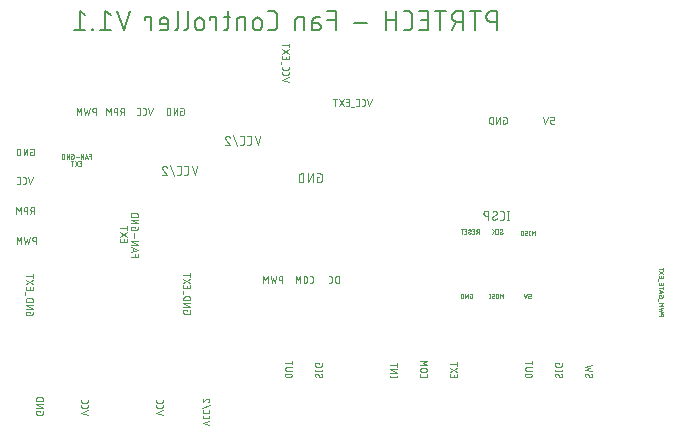
<source format=gbr>
G04 EAGLE Gerber RS-274X export*
G75*
%MOMM*%
%FSLAX34Y34*%
%LPD*%
%INSilkscreen Bottom*%
%IPPOS*%
%AMOC8*
5,1,8,0,0,1.08239X$1,22.5*%
G01*
%ADD10C,0.152400*%
%ADD11C,0.050800*%
%ADD12C,0.025400*%
%ADD13C,0.076200*%


D10*
X494538Y337312D02*
X494538Y353568D01*
X490022Y353568D01*
X489889Y353566D01*
X489757Y353560D01*
X489625Y353550D01*
X489493Y353537D01*
X489361Y353519D01*
X489231Y353498D01*
X489100Y353473D01*
X488971Y353444D01*
X488843Y353411D01*
X488715Y353375D01*
X488589Y353335D01*
X488464Y353291D01*
X488340Y353243D01*
X488218Y353192D01*
X488097Y353137D01*
X487978Y353079D01*
X487860Y353017D01*
X487745Y352952D01*
X487631Y352883D01*
X487520Y352812D01*
X487411Y352736D01*
X487304Y352658D01*
X487199Y352577D01*
X487097Y352492D01*
X486997Y352405D01*
X486900Y352315D01*
X486805Y352222D01*
X486714Y352126D01*
X486625Y352028D01*
X486539Y351927D01*
X486456Y351823D01*
X486376Y351717D01*
X486300Y351609D01*
X486226Y351499D01*
X486156Y351386D01*
X486089Y351272D01*
X486026Y351155D01*
X485966Y351037D01*
X485909Y350917D01*
X485856Y350795D01*
X485807Y350672D01*
X485761Y350548D01*
X485719Y350422D01*
X485681Y350295D01*
X485646Y350167D01*
X485615Y350038D01*
X485588Y349909D01*
X485565Y349778D01*
X485545Y349647D01*
X485530Y349515D01*
X485518Y349383D01*
X485510Y349251D01*
X485506Y349118D01*
X485506Y348986D01*
X485510Y348853D01*
X485518Y348721D01*
X485530Y348589D01*
X485545Y348457D01*
X485565Y348326D01*
X485588Y348195D01*
X485615Y348066D01*
X485646Y347937D01*
X485681Y347809D01*
X485719Y347682D01*
X485761Y347556D01*
X485807Y347432D01*
X485856Y347309D01*
X485909Y347187D01*
X485966Y347067D01*
X486026Y346949D01*
X486089Y346832D01*
X486156Y346718D01*
X486226Y346605D01*
X486300Y346495D01*
X486376Y346387D01*
X486456Y346281D01*
X486539Y346177D01*
X486625Y346076D01*
X486714Y345978D01*
X486805Y345882D01*
X486900Y345789D01*
X486997Y345699D01*
X487097Y345612D01*
X487199Y345527D01*
X487304Y345446D01*
X487411Y345368D01*
X487520Y345292D01*
X487631Y345221D01*
X487745Y345152D01*
X487860Y345087D01*
X487978Y345025D01*
X488097Y344967D01*
X488218Y344912D01*
X488340Y344861D01*
X488464Y344813D01*
X488589Y344769D01*
X488715Y344729D01*
X488843Y344693D01*
X488971Y344660D01*
X489100Y344631D01*
X489231Y344606D01*
X489361Y344585D01*
X489493Y344567D01*
X489625Y344554D01*
X489757Y344544D01*
X489889Y344538D01*
X490022Y344536D01*
X490022Y344537D02*
X494538Y344537D01*
X476165Y337312D02*
X476165Y353568D01*
X471650Y353568D02*
X480681Y353568D01*
X465479Y353568D02*
X465479Y337312D01*
X465479Y353568D02*
X460964Y353568D01*
X460831Y353566D01*
X460699Y353560D01*
X460567Y353550D01*
X460435Y353537D01*
X460303Y353519D01*
X460173Y353498D01*
X460042Y353473D01*
X459913Y353444D01*
X459785Y353411D01*
X459657Y353375D01*
X459531Y353335D01*
X459406Y353291D01*
X459282Y353243D01*
X459160Y353192D01*
X459039Y353137D01*
X458920Y353079D01*
X458802Y353017D01*
X458687Y352952D01*
X458573Y352883D01*
X458462Y352812D01*
X458353Y352736D01*
X458246Y352658D01*
X458141Y352577D01*
X458039Y352492D01*
X457939Y352405D01*
X457842Y352315D01*
X457747Y352222D01*
X457656Y352126D01*
X457567Y352028D01*
X457481Y351927D01*
X457398Y351823D01*
X457318Y351717D01*
X457242Y351609D01*
X457168Y351499D01*
X457098Y351386D01*
X457031Y351272D01*
X456968Y351155D01*
X456908Y351037D01*
X456851Y350917D01*
X456798Y350795D01*
X456749Y350672D01*
X456703Y350548D01*
X456661Y350422D01*
X456623Y350295D01*
X456588Y350167D01*
X456557Y350038D01*
X456530Y349909D01*
X456507Y349778D01*
X456487Y349647D01*
X456472Y349515D01*
X456460Y349383D01*
X456452Y349251D01*
X456448Y349118D01*
X456448Y348986D01*
X456452Y348853D01*
X456460Y348721D01*
X456472Y348589D01*
X456487Y348457D01*
X456507Y348326D01*
X456530Y348195D01*
X456557Y348066D01*
X456588Y347937D01*
X456623Y347809D01*
X456661Y347682D01*
X456703Y347556D01*
X456749Y347432D01*
X456798Y347309D01*
X456851Y347187D01*
X456908Y347067D01*
X456968Y346949D01*
X457031Y346832D01*
X457098Y346718D01*
X457168Y346605D01*
X457242Y346495D01*
X457318Y346387D01*
X457398Y346281D01*
X457481Y346177D01*
X457567Y346076D01*
X457656Y345978D01*
X457747Y345882D01*
X457842Y345789D01*
X457939Y345699D01*
X458039Y345612D01*
X458141Y345527D01*
X458246Y345446D01*
X458353Y345368D01*
X458462Y345292D01*
X458573Y345221D01*
X458687Y345152D01*
X458802Y345087D01*
X458920Y345025D01*
X459039Y344967D01*
X459160Y344912D01*
X459282Y344861D01*
X459406Y344813D01*
X459531Y344769D01*
X459657Y344729D01*
X459785Y344693D01*
X459913Y344660D01*
X460042Y344631D01*
X460173Y344606D01*
X460303Y344585D01*
X460435Y344567D01*
X460567Y344554D01*
X460699Y344544D01*
X460831Y344538D01*
X460964Y344536D01*
X460964Y344537D02*
X465479Y344537D01*
X460060Y344537D02*
X456448Y337312D01*
X446466Y337312D02*
X446466Y353568D01*
X450981Y353568D02*
X441950Y353568D01*
X435841Y337312D02*
X428617Y337312D01*
X435841Y337312D02*
X435841Y353568D01*
X428617Y353568D01*
X430423Y346343D02*
X435841Y346343D01*
X419272Y337312D02*
X415660Y337312D01*
X419272Y337312D02*
X419390Y337314D01*
X419508Y337320D01*
X419626Y337329D01*
X419743Y337343D01*
X419860Y337360D01*
X419977Y337381D01*
X420092Y337406D01*
X420207Y337435D01*
X420321Y337468D01*
X420433Y337504D01*
X420544Y337544D01*
X420654Y337587D01*
X420763Y337634D01*
X420870Y337684D01*
X420975Y337739D01*
X421078Y337796D01*
X421179Y337857D01*
X421279Y337921D01*
X421376Y337988D01*
X421471Y338058D01*
X421563Y338132D01*
X421654Y338208D01*
X421741Y338288D01*
X421826Y338370D01*
X421908Y338455D01*
X421988Y338542D01*
X422064Y338633D01*
X422138Y338725D01*
X422208Y338820D01*
X422275Y338917D01*
X422339Y339017D01*
X422400Y339118D01*
X422457Y339221D01*
X422512Y339326D01*
X422562Y339433D01*
X422609Y339542D01*
X422652Y339652D01*
X422692Y339763D01*
X422728Y339875D01*
X422761Y339989D01*
X422790Y340104D01*
X422815Y340219D01*
X422836Y340336D01*
X422853Y340453D01*
X422867Y340570D01*
X422876Y340688D01*
X422882Y340806D01*
X422884Y340924D01*
X422885Y340924D02*
X422885Y349956D01*
X422884Y349956D02*
X422882Y350074D01*
X422876Y350192D01*
X422867Y350310D01*
X422853Y350427D01*
X422836Y350544D01*
X422815Y350661D01*
X422790Y350776D01*
X422761Y350891D01*
X422728Y351005D01*
X422692Y351117D01*
X422652Y351228D01*
X422609Y351338D01*
X422562Y351447D01*
X422512Y351554D01*
X422457Y351659D01*
X422400Y351762D01*
X422339Y351863D01*
X422275Y351963D01*
X422208Y352060D01*
X422138Y352155D01*
X422064Y352247D01*
X421988Y352338D01*
X421908Y352425D01*
X421826Y352510D01*
X421741Y352592D01*
X421654Y352672D01*
X421563Y352748D01*
X421471Y352822D01*
X421376Y352892D01*
X421279Y352959D01*
X421179Y353023D01*
X421078Y353084D01*
X420975Y353141D01*
X420870Y353196D01*
X420763Y353246D01*
X420654Y353293D01*
X420544Y353336D01*
X420433Y353376D01*
X420321Y353412D01*
X420207Y353445D01*
X420092Y353474D01*
X419977Y353499D01*
X419860Y353520D01*
X419743Y353537D01*
X419626Y353551D01*
X419508Y353560D01*
X419390Y353566D01*
X419272Y353568D01*
X415660Y353568D01*
X409298Y353568D02*
X409298Y337312D01*
X409298Y346343D02*
X400267Y346343D01*
X400267Y353568D02*
X400267Y337312D01*
X384670Y343634D02*
X373833Y343634D01*
X358206Y337312D02*
X358206Y353568D01*
X350982Y353568D01*
X350982Y346343D02*
X358206Y346343D01*
X342262Y343634D02*
X338198Y343634D01*
X342262Y343634D02*
X342374Y343632D01*
X342485Y343626D01*
X342596Y343616D01*
X342707Y343603D01*
X342817Y343585D01*
X342926Y343563D01*
X343035Y343538D01*
X343143Y343509D01*
X343249Y343476D01*
X343355Y343439D01*
X343459Y343399D01*
X343561Y343355D01*
X343662Y343307D01*
X343761Y343256D01*
X343859Y343201D01*
X343954Y343143D01*
X344047Y343082D01*
X344138Y343017D01*
X344227Y342949D01*
X344313Y342878D01*
X344396Y342805D01*
X344477Y342728D01*
X344556Y342648D01*
X344631Y342566D01*
X344703Y342481D01*
X344773Y342394D01*
X344839Y342304D01*
X344902Y342212D01*
X344962Y342117D01*
X345018Y342021D01*
X345071Y341923D01*
X345120Y341823D01*
X345166Y341721D01*
X345208Y341618D01*
X345247Y341513D01*
X345282Y341407D01*
X345313Y341300D01*
X345340Y341192D01*
X345364Y341083D01*
X345383Y340973D01*
X345399Y340863D01*
X345411Y340752D01*
X345419Y340640D01*
X345423Y340529D01*
X345423Y340417D01*
X345419Y340306D01*
X345411Y340194D01*
X345399Y340083D01*
X345383Y339973D01*
X345364Y339863D01*
X345340Y339754D01*
X345313Y339646D01*
X345282Y339539D01*
X345247Y339433D01*
X345208Y339328D01*
X345166Y339225D01*
X345120Y339123D01*
X345071Y339023D01*
X345018Y338925D01*
X344962Y338829D01*
X344902Y338734D01*
X344839Y338642D01*
X344773Y338552D01*
X344703Y338465D01*
X344631Y338380D01*
X344556Y338298D01*
X344477Y338218D01*
X344396Y338141D01*
X344313Y338068D01*
X344227Y337997D01*
X344138Y337929D01*
X344047Y337864D01*
X343954Y337803D01*
X343859Y337745D01*
X343761Y337690D01*
X343662Y337639D01*
X343561Y337591D01*
X343459Y337547D01*
X343355Y337507D01*
X343249Y337470D01*
X343143Y337437D01*
X343035Y337408D01*
X342926Y337383D01*
X342817Y337361D01*
X342707Y337343D01*
X342596Y337330D01*
X342485Y337320D01*
X342374Y337314D01*
X342262Y337312D01*
X338198Y337312D01*
X338198Y345440D01*
X338200Y345541D01*
X338206Y345642D01*
X338215Y345743D01*
X338228Y345844D01*
X338245Y345944D01*
X338266Y346043D01*
X338290Y346141D01*
X338318Y346238D01*
X338350Y346335D01*
X338385Y346430D01*
X338424Y346523D01*
X338466Y346615D01*
X338512Y346706D01*
X338561Y346795D01*
X338613Y346881D01*
X338669Y346966D01*
X338727Y347049D01*
X338789Y347129D01*
X338854Y347207D01*
X338921Y347283D01*
X338991Y347356D01*
X339064Y347426D01*
X339140Y347493D01*
X339218Y347558D01*
X339298Y347620D01*
X339381Y347678D01*
X339466Y347734D01*
X339553Y347786D01*
X339641Y347835D01*
X339732Y347881D01*
X339824Y347923D01*
X339917Y347962D01*
X340012Y347997D01*
X340109Y348029D01*
X340206Y348057D01*
X340304Y348081D01*
X340403Y348102D01*
X340503Y348119D01*
X340604Y348132D01*
X340705Y348141D01*
X340806Y348147D01*
X340907Y348149D01*
X344519Y348149D01*
X330760Y348149D02*
X330760Y337312D01*
X330760Y348149D02*
X326245Y348149D01*
X326141Y348147D01*
X326038Y348141D01*
X325934Y348131D01*
X325831Y348117D01*
X325729Y348099D01*
X325628Y348078D01*
X325527Y348052D01*
X325428Y348023D01*
X325329Y347990D01*
X325232Y347953D01*
X325137Y347912D01*
X325043Y347868D01*
X324951Y347820D01*
X324861Y347769D01*
X324772Y347714D01*
X324686Y347656D01*
X324603Y347594D01*
X324521Y347530D01*
X324443Y347462D01*
X324367Y347392D01*
X324293Y347319D01*
X324223Y347242D01*
X324155Y347164D01*
X324091Y347082D01*
X324029Y346999D01*
X323971Y346913D01*
X323916Y346824D01*
X323865Y346734D01*
X323817Y346642D01*
X323773Y346548D01*
X323732Y346453D01*
X323695Y346356D01*
X323662Y346257D01*
X323633Y346158D01*
X323607Y346057D01*
X323586Y345956D01*
X323568Y345854D01*
X323554Y345751D01*
X323544Y345647D01*
X323538Y345544D01*
X323536Y345440D01*
X323535Y345440D02*
X323535Y337312D01*
X304643Y337312D02*
X301031Y337312D01*
X304643Y337312D02*
X304761Y337314D01*
X304879Y337320D01*
X304997Y337329D01*
X305114Y337343D01*
X305231Y337360D01*
X305348Y337381D01*
X305463Y337406D01*
X305578Y337435D01*
X305692Y337468D01*
X305804Y337504D01*
X305915Y337544D01*
X306025Y337587D01*
X306134Y337634D01*
X306241Y337684D01*
X306346Y337739D01*
X306449Y337796D01*
X306550Y337857D01*
X306650Y337921D01*
X306747Y337988D01*
X306842Y338058D01*
X306934Y338132D01*
X307025Y338208D01*
X307112Y338288D01*
X307197Y338370D01*
X307279Y338455D01*
X307359Y338542D01*
X307435Y338633D01*
X307509Y338725D01*
X307579Y338820D01*
X307646Y338917D01*
X307710Y339017D01*
X307771Y339118D01*
X307828Y339221D01*
X307883Y339326D01*
X307933Y339433D01*
X307980Y339542D01*
X308023Y339652D01*
X308063Y339763D01*
X308099Y339875D01*
X308132Y339989D01*
X308161Y340104D01*
X308186Y340219D01*
X308207Y340336D01*
X308224Y340453D01*
X308238Y340570D01*
X308247Y340688D01*
X308253Y340806D01*
X308255Y340924D01*
X308256Y340924D02*
X308256Y349956D01*
X308255Y349956D02*
X308253Y350074D01*
X308247Y350192D01*
X308238Y350310D01*
X308224Y350427D01*
X308207Y350544D01*
X308186Y350661D01*
X308161Y350776D01*
X308132Y350891D01*
X308099Y351005D01*
X308063Y351117D01*
X308023Y351228D01*
X307980Y351338D01*
X307933Y351447D01*
X307883Y351554D01*
X307828Y351659D01*
X307771Y351762D01*
X307710Y351863D01*
X307646Y351963D01*
X307579Y352060D01*
X307509Y352155D01*
X307435Y352247D01*
X307359Y352338D01*
X307279Y352425D01*
X307197Y352510D01*
X307112Y352592D01*
X307025Y352672D01*
X306934Y352748D01*
X306842Y352822D01*
X306747Y352892D01*
X306650Y352959D01*
X306550Y353023D01*
X306449Y353084D01*
X306346Y353141D01*
X306241Y353196D01*
X306134Y353246D01*
X306025Y353293D01*
X305915Y353336D01*
X305804Y353376D01*
X305692Y353412D01*
X305578Y353445D01*
X305463Y353474D01*
X305348Y353499D01*
X305231Y353520D01*
X305114Y353537D01*
X304997Y353551D01*
X304879Y353560D01*
X304761Y353566D01*
X304643Y353568D01*
X301031Y353568D01*
X295329Y344537D02*
X295329Y340924D01*
X295329Y344537D02*
X295327Y344656D01*
X295321Y344776D01*
X295311Y344895D01*
X295297Y345013D01*
X295280Y345132D01*
X295258Y345249D01*
X295233Y345366D01*
X295203Y345481D01*
X295170Y345596D01*
X295133Y345710D01*
X295093Y345822D01*
X295048Y345933D01*
X295000Y346042D01*
X294949Y346150D01*
X294894Y346256D01*
X294835Y346360D01*
X294773Y346462D01*
X294708Y346562D01*
X294639Y346660D01*
X294567Y346756D01*
X294492Y346849D01*
X294415Y346939D01*
X294334Y347027D01*
X294250Y347112D01*
X294163Y347194D01*
X294074Y347274D01*
X293982Y347350D01*
X293888Y347424D01*
X293791Y347494D01*
X293693Y347561D01*
X293592Y347625D01*
X293488Y347685D01*
X293383Y347742D01*
X293276Y347795D01*
X293168Y347845D01*
X293058Y347891D01*
X292946Y347933D01*
X292833Y347972D01*
X292719Y348007D01*
X292604Y348038D01*
X292487Y348066D01*
X292370Y348089D01*
X292253Y348109D01*
X292134Y348125D01*
X292015Y348137D01*
X291896Y348145D01*
X291777Y348149D01*
X291657Y348149D01*
X291538Y348145D01*
X291419Y348137D01*
X291300Y348125D01*
X291181Y348109D01*
X291064Y348089D01*
X290947Y348066D01*
X290830Y348038D01*
X290715Y348007D01*
X290601Y347972D01*
X290488Y347933D01*
X290376Y347891D01*
X290266Y347845D01*
X290158Y347795D01*
X290051Y347742D01*
X289946Y347685D01*
X289842Y347625D01*
X289741Y347561D01*
X289643Y347494D01*
X289546Y347424D01*
X289452Y347350D01*
X289360Y347274D01*
X289271Y347194D01*
X289184Y347112D01*
X289100Y347027D01*
X289019Y346939D01*
X288942Y346849D01*
X288867Y346756D01*
X288795Y346660D01*
X288726Y346562D01*
X288661Y346462D01*
X288599Y346360D01*
X288540Y346256D01*
X288485Y346150D01*
X288434Y346042D01*
X288386Y345933D01*
X288341Y345822D01*
X288301Y345710D01*
X288264Y345596D01*
X288231Y345481D01*
X288201Y345366D01*
X288176Y345249D01*
X288154Y345132D01*
X288137Y345013D01*
X288123Y344895D01*
X288113Y344776D01*
X288107Y344656D01*
X288105Y344537D01*
X288104Y344537D02*
X288104Y340924D01*
X288105Y340924D02*
X288107Y340805D01*
X288113Y340685D01*
X288123Y340566D01*
X288137Y340448D01*
X288154Y340329D01*
X288176Y340212D01*
X288201Y340095D01*
X288231Y339980D01*
X288264Y339865D01*
X288301Y339751D01*
X288341Y339639D01*
X288386Y339528D01*
X288434Y339419D01*
X288485Y339311D01*
X288540Y339205D01*
X288599Y339101D01*
X288661Y338999D01*
X288726Y338899D01*
X288795Y338801D01*
X288867Y338705D01*
X288942Y338612D01*
X289019Y338522D01*
X289100Y338434D01*
X289184Y338349D01*
X289271Y338267D01*
X289360Y338187D01*
X289452Y338111D01*
X289546Y338037D01*
X289643Y337967D01*
X289741Y337900D01*
X289842Y337836D01*
X289946Y337776D01*
X290051Y337719D01*
X290158Y337666D01*
X290266Y337616D01*
X290376Y337570D01*
X290488Y337528D01*
X290601Y337489D01*
X290715Y337454D01*
X290830Y337423D01*
X290947Y337395D01*
X291064Y337372D01*
X291181Y337352D01*
X291300Y337336D01*
X291419Y337324D01*
X291538Y337316D01*
X291657Y337312D01*
X291777Y337312D01*
X291896Y337316D01*
X292015Y337324D01*
X292134Y337336D01*
X292253Y337352D01*
X292370Y337372D01*
X292487Y337395D01*
X292604Y337423D01*
X292719Y337454D01*
X292833Y337489D01*
X292946Y337528D01*
X293058Y337570D01*
X293168Y337616D01*
X293276Y337666D01*
X293383Y337719D01*
X293488Y337776D01*
X293592Y337836D01*
X293693Y337900D01*
X293791Y337967D01*
X293888Y338037D01*
X293982Y338111D01*
X294074Y338187D01*
X294163Y338267D01*
X294250Y338349D01*
X294334Y338434D01*
X294415Y338522D01*
X294492Y338612D01*
X294567Y338705D01*
X294639Y338801D01*
X294708Y338899D01*
X294773Y338999D01*
X294835Y339101D01*
X294894Y339205D01*
X294949Y339311D01*
X295000Y339419D01*
X295048Y339528D01*
X295093Y339639D01*
X295133Y339751D01*
X295170Y339865D01*
X295203Y339980D01*
X295233Y340095D01*
X295258Y340212D01*
X295280Y340329D01*
X295297Y340448D01*
X295311Y340566D01*
X295321Y340685D01*
X295327Y340805D01*
X295329Y340924D01*
X281261Y337312D02*
X281261Y348149D01*
X276746Y348149D01*
X276642Y348147D01*
X276539Y348141D01*
X276435Y348131D01*
X276332Y348117D01*
X276230Y348099D01*
X276129Y348078D01*
X276028Y348052D01*
X275929Y348023D01*
X275830Y347990D01*
X275733Y347953D01*
X275638Y347912D01*
X275544Y347868D01*
X275452Y347820D01*
X275362Y347769D01*
X275273Y347714D01*
X275187Y347656D01*
X275104Y347594D01*
X275022Y347530D01*
X274944Y347462D01*
X274868Y347392D01*
X274794Y347319D01*
X274724Y347242D01*
X274656Y347164D01*
X274592Y347082D01*
X274530Y346999D01*
X274472Y346913D01*
X274417Y346824D01*
X274366Y346734D01*
X274318Y346642D01*
X274274Y346548D01*
X274233Y346453D01*
X274196Y346356D01*
X274163Y346257D01*
X274134Y346158D01*
X274108Y346057D01*
X274087Y345956D01*
X274069Y345854D01*
X274055Y345751D01*
X274045Y345647D01*
X274039Y345544D01*
X274037Y345440D01*
X274036Y345440D02*
X274036Y337312D01*
X268490Y348149D02*
X263072Y348149D01*
X266684Y353568D02*
X266684Y340021D01*
X266682Y339920D01*
X266676Y339819D01*
X266667Y339718D01*
X266654Y339617D01*
X266637Y339517D01*
X266616Y339418D01*
X266592Y339320D01*
X266564Y339223D01*
X266532Y339126D01*
X266497Y339031D01*
X266458Y338938D01*
X266416Y338846D01*
X266370Y338755D01*
X266321Y338667D01*
X266269Y338580D01*
X266213Y338495D01*
X266155Y338412D01*
X266093Y338332D01*
X266028Y338254D01*
X265961Y338178D01*
X265891Y338105D01*
X265818Y338035D01*
X265742Y337968D01*
X265664Y337903D01*
X265584Y337841D01*
X265501Y337783D01*
X265416Y337727D01*
X265330Y337675D01*
X265241Y337626D01*
X265150Y337580D01*
X265058Y337538D01*
X264965Y337499D01*
X264870Y337464D01*
X264773Y337432D01*
X264676Y337404D01*
X264578Y337380D01*
X264479Y337359D01*
X264379Y337342D01*
X264278Y337329D01*
X264177Y337320D01*
X264076Y337314D01*
X263975Y337312D01*
X263072Y337312D01*
X256688Y337312D02*
X256688Y348149D01*
X251269Y348149D01*
X251269Y346343D01*
X246352Y344537D02*
X246352Y340924D01*
X246351Y344537D02*
X246349Y344656D01*
X246343Y344776D01*
X246333Y344895D01*
X246319Y345013D01*
X246302Y345132D01*
X246280Y345249D01*
X246255Y345366D01*
X246225Y345481D01*
X246192Y345596D01*
X246155Y345710D01*
X246115Y345822D01*
X246070Y345933D01*
X246022Y346042D01*
X245971Y346150D01*
X245916Y346256D01*
X245857Y346360D01*
X245795Y346462D01*
X245730Y346562D01*
X245661Y346660D01*
X245589Y346756D01*
X245514Y346849D01*
X245437Y346939D01*
X245356Y347027D01*
X245272Y347112D01*
X245185Y347194D01*
X245096Y347274D01*
X245004Y347350D01*
X244910Y347424D01*
X244813Y347494D01*
X244715Y347561D01*
X244614Y347625D01*
X244510Y347685D01*
X244405Y347742D01*
X244298Y347795D01*
X244190Y347845D01*
X244080Y347891D01*
X243968Y347933D01*
X243855Y347972D01*
X243741Y348007D01*
X243626Y348038D01*
X243509Y348066D01*
X243392Y348089D01*
X243275Y348109D01*
X243156Y348125D01*
X243037Y348137D01*
X242918Y348145D01*
X242799Y348149D01*
X242679Y348149D01*
X242560Y348145D01*
X242441Y348137D01*
X242322Y348125D01*
X242203Y348109D01*
X242086Y348089D01*
X241969Y348066D01*
X241852Y348038D01*
X241737Y348007D01*
X241623Y347972D01*
X241510Y347933D01*
X241398Y347891D01*
X241288Y347845D01*
X241180Y347795D01*
X241073Y347742D01*
X240968Y347685D01*
X240864Y347625D01*
X240763Y347561D01*
X240665Y347494D01*
X240568Y347424D01*
X240474Y347350D01*
X240382Y347274D01*
X240293Y347194D01*
X240206Y347112D01*
X240122Y347027D01*
X240041Y346939D01*
X239964Y346849D01*
X239889Y346756D01*
X239817Y346660D01*
X239748Y346562D01*
X239683Y346462D01*
X239621Y346360D01*
X239562Y346256D01*
X239507Y346150D01*
X239456Y346042D01*
X239408Y345933D01*
X239363Y345822D01*
X239323Y345710D01*
X239286Y345596D01*
X239253Y345481D01*
X239223Y345366D01*
X239198Y345249D01*
X239176Y345132D01*
X239159Y345013D01*
X239145Y344895D01*
X239135Y344776D01*
X239129Y344656D01*
X239127Y344537D01*
X239127Y340924D01*
X239129Y340805D01*
X239135Y340685D01*
X239145Y340566D01*
X239159Y340448D01*
X239176Y340329D01*
X239198Y340212D01*
X239223Y340095D01*
X239253Y339980D01*
X239286Y339865D01*
X239323Y339751D01*
X239363Y339639D01*
X239408Y339528D01*
X239456Y339419D01*
X239507Y339311D01*
X239562Y339205D01*
X239621Y339101D01*
X239683Y338999D01*
X239748Y338899D01*
X239817Y338801D01*
X239889Y338705D01*
X239964Y338612D01*
X240041Y338522D01*
X240122Y338434D01*
X240206Y338349D01*
X240293Y338267D01*
X240382Y338187D01*
X240474Y338111D01*
X240568Y338037D01*
X240665Y337967D01*
X240763Y337900D01*
X240864Y337836D01*
X240968Y337776D01*
X241073Y337719D01*
X241180Y337666D01*
X241288Y337616D01*
X241398Y337570D01*
X241510Y337528D01*
X241623Y337489D01*
X241737Y337454D01*
X241852Y337423D01*
X241969Y337395D01*
X242086Y337372D01*
X242203Y337352D01*
X242322Y337336D01*
X242441Y337324D01*
X242560Y337316D01*
X242679Y337312D01*
X242799Y337312D01*
X242918Y337316D01*
X243037Y337324D01*
X243156Y337336D01*
X243275Y337352D01*
X243392Y337372D01*
X243509Y337395D01*
X243626Y337423D01*
X243741Y337454D01*
X243855Y337489D01*
X243968Y337528D01*
X244080Y337570D01*
X244190Y337616D01*
X244298Y337666D01*
X244405Y337719D01*
X244510Y337776D01*
X244614Y337836D01*
X244715Y337900D01*
X244813Y337967D01*
X244910Y338037D01*
X245004Y338111D01*
X245096Y338187D01*
X245185Y338267D01*
X245272Y338349D01*
X245356Y338434D01*
X245437Y338522D01*
X245514Y338612D01*
X245589Y338705D01*
X245661Y338801D01*
X245730Y338899D01*
X245795Y338999D01*
X245857Y339101D01*
X245916Y339205D01*
X245971Y339311D01*
X246022Y339419D01*
X246070Y339528D01*
X246115Y339639D01*
X246155Y339751D01*
X246192Y339865D01*
X246225Y339980D01*
X246255Y340095D01*
X246280Y340212D01*
X246302Y340329D01*
X246319Y340448D01*
X246333Y340566D01*
X246343Y340685D01*
X246349Y340805D01*
X246351Y340924D01*
X232568Y340021D02*
X232568Y353568D01*
X232567Y340021D02*
X232565Y339920D01*
X232559Y339819D01*
X232550Y339718D01*
X232537Y339617D01*
X232520Y339517D01*
X232499Y339418D01*
X232475Y339320D01*
X232447Y339223D01*
X232415Y339126D01*
X232380Y339031D01*
X232341Y338938D01*
X232299Y338846D01*
X232253Y338755D01*
X232204Y338667D01*
X232152Y338580D01*
X232096Y338495D01*
X232038Y338412D01*
X231976Y338332D01*
X231911Y338254D01*
X231844Y338178D01*
X231774Y338105D01*
X231701Y338035D01*
X231625Y337968D01*
X231547Y337903D01*
X231467Y337841D01*
X231384Y337783D01*
X231299Y337727D01*
X231213Y337675D01*
X231124Y337626D01*
X231033Y337580D01*
X230941Y337538D01*
X230848Y337499D01*
X230753Y337464D01*
X230656Y337432D01*
X230559Y337404D01*
X230461Y337380D01*
X230362Y337359D01*
X230262Y337342D01*
X230161Y337329D01*
X230060Y337320D01*
X229959Y337314D01*
X229858Y337312D01*
X224231Y340021D02*
X224231Y353568D01*
X224231Y340021D02*
X224229Y339920D01*
X224223Y339819D01*
X224214Y339718D01*
X224201Y339617D01*
X224184Y339517D01*
X224163Y339418D01*
X224139Y339320D01*
X224111Y339223D01*
X224079Y339126D01*
X224044Y339031D01*
X224005Y338938D01*
X223963Y338846D01*
X223917Y338755D01*
X223868Y338667D01*
X223816Y338580D01*
X223760Y338495D01*
X223702Y338412D01*
X223640Y338332D01*
X223575Y338254D01*
X223508Y338178D01*
X223438Y338105D01*
X223365Y338035D01*
X223289Y337968D01*
X223211Y337903D01*
X223131Y337841D01*
X223048Y337783D01*
X222963Y337727D01*
X222877Y337675D01*
X222788Y337626D01*
X222697Y337580D01*
X222605Y337538D01*
X222512Y337499D01*
X222417Y337464D01*
X222320Y337432D01*
X222223Y337404D01*
X222125Y337380D01*
X222026Y337359D01*
X221926Y337342D01*
X221825Y337329D01*
X221724Y337320D01*
X221623Y337314D01*
X221522Y337312D01*
X213422Y337312D02*
X208906Y337312D01*
X213422Y337312D02*
X213523Y337314D01*
X213624Y337320D01*
X213725Y337329D01*
X213826Y337342D01*
X213926Y337359D01*
X214025Y337380D01*
X214123Y337404D01*
X214220Y337432D01*
X214317Y337464D01*
X214412Y337499D01*
X214505Y337538D01*
X214597Y337580D01*
X214688Y337626D01*
X214777Y337675D01*
X214863Y337727D01*
X214948Y337783D01*
X215031Y337841D01*
X215111Y337903D01*
X215189Y337968D01*
X215265Y338035D01*
X215338Y338105D01*
X215408Y338178D01*
X215475Y338254D01*
X215540Y338332D01*
X215602Y338412D01*
X215660Y338495D01*
X215716Y338580D01*
X215768Y338667D01*
X215817Y338755D01*
X215863Y338846D01*
X215905Y338938D01*
X215944Y339031D01*
X215979Y339126D01*
X216011Y339223D01*
X216039Y339320D01*
X216063Y339418D01*
X216084Y339517D01*
X216101Y339617D01*
X216114Y339718D01*
X216123Y339819D01*
X216129Y339920D01*
X216131Y340021D01*
X216131Y344537D01*
X216129Y344656D01*
X216123Y344776D01*
X216113Y344895D01*
X216099Y345013D01*
X216082Y345132D01*
X216060Y345249D01*
X216035Y345366D01*
X216005Y345481D01*
X215972Y345596D01*
X215935Y345710D01*
X215895Y345822D01*
X215850Y345933D01*
X215802Y346042D01*
X215751Y346150D01*
X215696Y346256D01*
X215637Y346360D01*
X215575Y346462D01*
X215510Y346562D01*
X215441Y346660D01*
X215369Y346756D01*
X215294Y346849D01*
X215217Y346939D01*
X215136Y347027D01*
X215052Y347112D01*
X214965Y347194D01*
X214876Y347274D01*
X214784Y347350D01*
X214690Y347424D01*
X214593Y347494D01*
X214495Y347561D01*
X214394Y347625D01*
X214290Y347685D01*
X214185Y347742D01*
X214078Y347795D01*
X213970Y347845D01*
X213860Y347891D01*
X213748Y347933D01*
X213635Y347972D01*
X213521Y348007D01*
X213406Y348038D01*
X213289Y348066D01*
X213172Y348089D01*
X213055Y348109D01*
X212936Y348125D01*
X212817Y348137D01*
X212698Y348145D01*
X212579Y348149D01*
X212459Y348149D01*
X212340Y348145D01*
X212221Y348137D01*
X212102Y348125D01*
X211983Y348109D01*
X211866Y348089D01*
X211749Y348066D01*
X211632Y348038D01*
X211517Y348007D01*
X211403Y347972D01*
X211290Y347933D01*
X211178Y347891D01*
X211068Y347845D01*
X210960Y347795D01*
X210853Y347742D01*
X210748Y347685D01*
X210644Y347625D01*
X210543Y347561D01*
X210445Y347494D01*
X210348Y347424D01*
X210254Y347350D01*
X210162Y347274D01*
X210073Y347194D01*
X209986Y347112D01*
X209902Y347027D01*
X209821Y346939D01*
X209744Y346849D01*
X209669Y346756D01*
X209597Y346660D01*
X209528Y346562D01*
X209463Y346462D01*
X209401Y346360D01*
X209342Y346256D01*
X209287Y346150D01*
X209236Y346042D01*
X209188Y345933D01*
X209143Y345822D01*
X209103Y345710D01*
X209066Y345596D01*
X209033Y345481D01*
X209003Y345366D01*
X208978Y345249D01*
X208956Y345132D01*
X208939Y345013D01*
X208925Y344895D01*
X208915Y344776D01*
X208909Y344656D01*
X208907Y344537D01*
X208906Y344537D02*
X208906Y342731D01*
X216131Y342731D01*
X201978Y337312D02*
X201978Y348149D01*
X196560Y348149D01*
X196560Y346343D01*
X184070Y353568D02*
X178651Y337312D01*
X173232Y353568D01*
X167535Y349956D02*
X163020Y353568D01*
X163020Y337312D01*
X167535Y337312D02*
X158504Y337312D01*
X152530Y337312D02*
X152530Y338215D01*
X151627Y338215D01*
X151627Y337312D01*
X152530Y337312D01*
X145652Y349956D02*
X141136Y353568D01*
X141136Y337312D01*
X136621Y337312D02*
X145652Y337312D01*
D11*
X316766Y43434D02*
X319250Y43434D01*
X319327Y43436D01*
X319405Y43442D01*
X319481Y43451D01*
X319558Y43465D01*
X319633Y43482D01*
X319707Y43503D01*
X319781Y43528D01*
X319853Y43556D01*
X319923Y43588D01*
X319992Y43623D01*
X320059Y43662D01*
X320124Y43704D01*
X320187Y43749D01*
X320248Y43797D01*
X320306Y43848D01*
X320361Y43902D01*
X320414Y43959D01*
X320463Y44018D01*
X320510Y44080D01*
X320554Y44144D01*
X320594Y44210D01*
X320631Y44278D01*
X320665Y44348D01*
X320695Y44419D01*
X320721Y44492D01*
X320744Y44566D01*
X320763Y44641D01*
X320778Y44716D01*
X320790Y44793D01*
X320798Y44870D01*
X320802Y44947D01*
X320802Y45025D01*
X320798Y45102D01*
X320790Y45179D01*
X320778Y45256D01*
X320763Y45331D01*
X320744Y45406D01*
X320721Y45480D01*
X320695Y45553D01*
X320665Y45624D01*
X320631Y45694D01*
X320594Y45762D01*
X320554Y45828D01*
X320510Y45892D01*
X320463Y45954D01*
X320414Y46013D01*
X320361Y46070D01*
X320306Y46124D01*
X320248Y46175D01*
X320187Y46223D01*
X320124Y46268D01*
X320059Y46310D01*
X319992Y46349D01*
X319923Y46384D01*
X319853Y46416D01*
X319781Y46444D01*
X319707Y46469D01*
X319633Y46490D01*
X319558Y46507D01*
X319481Y46521D01*
X319405Y46530D01*
X319327Y46536D01*
X319250Y46538D01*
X316766Y46538D01*
X316689Y46536D01*
X316611Y46530D01*
X316535Y46521D01*
X316458Y46507D01*
X316383Y46490D01*
X316309Y46469D01*
X316235Y46444D01*
X316163Y46416D01*
X316093Y46384D01*
X316024Y46349D01*
X315957Y46310D01*
X315892Y46268D01*
X315829Y46223D01*
X315768Y46175D01*
X315710Y46124D01*
X315655Y46070D01*
X315602Y46013D01*
X315553Y45954D01*
X315506Y45892D01*
X315462Y45828D01*
X315422Y45762D01*
X315385Y45694D01*
X315351Y45624D01*
X315321Y45553D01*
X315295Y45480D01*
X315272Y45406D01*
X315253Y45331D01*
X315238Y45256D01*
X315226Y45179D01*
X315218Y45102D01*
X315214Y45025D01*
X315214Y44947D01*
X315218Y44870D01*
X315226Y44793D01*
X315238Y44716D01*
X315253Y44641D01*
X315272Y44566D01*
X315295Y44492D01*
X315321Y44419D01*
X315351Y44348D01*
X315385Y44278D01*
X315422Y44210D01*
X315462Y44144D01*
X315506Y44080D01*
X315553Y44018D01*
X315602Y43959D01*
X315655Y43902D01*
X315710Y43848D01*
X315768Y43797D01*
X315829Y43749D01*
X315892Y43704D01*
X315957Y43662D01*
X316024Y43623D01*
X316093Y43588D01*
X316163Y43556D01*
X316235Y43528D01*
X316309Y43503D01*
X316383Y43482D01*
X316458Y43465D01*
X316535Y43451D01*
X316611Y43442D01*
X316689Y43436D01*
X316766Y43434D01*
X316766Y49103D02*
X320802Y49103D01*
X316766Y49103D02*
X316689Y49105D01*
X316611Y49111D01*
X316535Y49120D01*
X316458Y49134D01*
X316383Y49151D01*
X316309Y49172D01*
X316235Y49197D01*
X316163Y49225D01*
X316093Y49257D01*
X316024Y49292D01*
X315957Y49331D01*
X315892Y49373D01*
X315829Y49418D01*
X315768Y49466D01*
X315710Y49517D01*
X315655Y49571D01*
X315602Y49628D01*
X315553Y49687D01*
X315506Y49749D01*
X315462Y49813D01*
X315422Y49879D01*
X315385Y49947D01*
X315351Y50017D01*
X315321Y50088D01*
X315295Y50161D01*
X315272Y50235D01*
X315253Y50310D01*
X315238Y50385D01*
X315226Y50462D01*
X315218Y50539D01*
X315214Y50616D01*
X315214Y50694D01*
X315218Y50771D01*
X315226Y50848D01*
X315238Y50925D01*
X315253Y51000D01*
X315272Y51075D01*
X315295Y51149D01*
X315321Y51222D01*
X315351Y51293D01*
X315385Y51363D01*
X315422Y51431D01*
X315462Y51497D01*
X315506Y51561D01*
X315553Y51623D01*
X315602Y51682D01*
X315655Y51739D01*
X315710Y51793D01*
X315768Y51844D01*
X315829Y51892D01*
X315892Y51937D01*
X315957Y51979D01*
X316024Y52018D01*
X316093Y52053D01*
X316163Y52085D01*
X316235Y52113D01*
X316309Y52138D01*
X316383Y52159D01*
X316458Y52176D01*
X316535Y52190D01*
X316611Y52199D01*
X316689Y52205D01*
X316766Y52207D01*
X316766Y52208D02*
X320802Y52208D01*
X320802Y55959D02*
X315214Y55959D01*
X320802Y54407D02*
X320802Y57511D01*
X340614Y45297D02*
X340616Y45367D01*
X340622Y45436D01*
X340632Y45505D01*
X340645Y45573D01*
X340663Y45641D01*
X340684Y45707D01*
X340709Y45772D01*
X340737Y45836D01*
X340769Y45898D01*
X340804Y45958D01*
X340843Y46016D01*
X340885Y46071D01*
X340930Y46125D01*
X340978Y46175D01*
X341028Y46223D01*
X341082Y46268D01*
X341137Y46310D01*
X341195Y46349D01*
X341255Y46384D01*
X341317Y46416D01*
X341381Y46444D01*
X341446Y46469D01*
X341512Y46490D01*
X341580Y46508D01*
X341648Y46521D01*
X341717Y46531D01*
X341786Y46537D01*
X341856Y46539D01*
X340614Y45297D02*
X340616Y45198D01*
X340621Y45100D01*
X340631Y45002D01*
X340644Y44904D01*
X340660Y44807D01*
X340680Y44710D01*
X340704Y44615D01*
X340732Y44520D01*
X340763Y44426D01*
X340797Y44334D01*
X340835Y44243D01*
X340876Y44153D01*
X340921Y44065D01*
X340969Y43979D01*
X341020Y43895D01*
X341074Y43813D01*
X341132Y43732D01*
X341192Y43654D01*
X341255Y43579D01*
X341321Y43505D01*
X341390Y43435D01*
X344960Y43589D02*
X345030Y43591D01*
X345099Y43597D01*
X345168Y43607D01*
X345236Y43620D01*
X345304Y43638D01*
X345370Y43659D01*
X345435Y43684D01*
X345499Y43712D01*
X345561Y43744D01*
X345621Y43779D01*
X345679Y43818D01*
X345734Y43860D01*
X345788Y43905D01*
X345838Y43953D01*
X345886Y44003D01*
X345931Y44057D01*
X345973Y44112D01*
X346012Y44170D01*
X346047Y44230D01*
X346079Y44292D01*
X346107Y44356D01*
X346132Y44421D01*
X346153Y44487D01*
X346171Y44555D01*
X346184Y44623D01*
X346194Y44692D01*
X346200Y44761D01*
X346202Y44831D01*
X346200Y44925D01*
X346194Y45018D01*
X346185Y45111D01*
X346172Y45204D01*
X346155Y45296D01*
X346135Y45387D01*
X346110Y45478D01*
X346083Y45567D01*
X346051Y45655D01*
X346016Y45742D01*
X345978Y45828D01*
X345936Y45911D01*
X345891Y45993D01*
X345843Y46074D01*
X345791Y46152D01*
X345736Y46228D01*
X343874Y44210D02*
X343910Y44151D01*
X343950Y44095D01*
X343993Y44041D01*
X344038Y43989D01*
X344087Y43940D01*
X344138Y43894D01*
X344191Y43851D01*
X344247Y43810D01*
X344305Y43773D01*
X344365Y43738D01*
X344426Y43708D01*
X344489Y43680D01*
X344554Y43656D01*
X344620Y43636D01*
X344687Y43619D01*
X344754Y43606D01*
X344822Y43597D01*
X344891Y43591D01*
X344960Y43589D01*
X342942Y45917D02*
X342906Y45976D01*
X342866Y46032D01*
X342823Y46086D01*
X342778Y46138D01*
X342729Y46187D01*
X342678Y46233D01*
X342625Y46276D01*
X342569Y46317D01*
X342511Y46354D01*
X342451Y46389D01*
X342390Y46419D01*
X342327Y46447D01*
X342262Y46471D01*
X342196Y46491D01*
X342129Y46508D01*
X342062Y46521D01*
X341994Y46530D01*
X341925Y46536D01*
X341856Y46538D01*
X342942Y45918D02*
X343874Y44210D01*
X346202Y49192D02*
X340614Y49192D01*
X340614Y48572D02*
X340614Y49813D01*
X346202Y49813D02*
X346202Y48572D01*
X343718Y54385D02*
X343718Y55317D01*
X340614Y55317D01*
X340614Y53454D01*
X340616Y53384D01*
X340622Y53315D01*
X340632Y53246D01*
X340645Y53178D01*
X340663Y53110D01*
X340684Y53044D01*
X340709Y52979D01*
X340737Y52915D01*
X340769Y52853D01*
X340804Y52793D01*
X340843Y52735D01*
X340885Y52680D01*
X340930Y52626D01*
X340978Y52576D01*
X341028Y52528D01*
X341082Y52483D01*
X341137Y52441D01*
X341195Y52402D01*
X341255Y52367D01*
X341317Y52335D01*
X341381Y52307D01*
X341446Y52282D01*
X341512Y52261D01*
X341580Y52243D01*
X341648Y52230D01*
X341717Y52220D01*
X341786Y52214D01*
X341856Y52212D01*
X344960Y52212D01*
X345030Y52214D01*
X345099Y52220D01*
X345168Y52230D01*
X345236Y52243D01*
X345304Y52261D01*
X345370Y52282D01*
X345435Y52307D01*
X345499Y52335D01*
X345561Y52367D01*
X345621Y52402D01*
X345679Y52441D01*
X345734Y52483D01*
X345788Y52528D01*
X345838Y52576D01*
X345886Y52626D01*
X345931Y52680D01*
X345973Y52735D01*
X346012Y52793D01*
X346047Y52853D01*
X346079Y52915D01*
X346107Y52979D01*
X346132Y53044D01*
X346153Y53110D01*
X346171Y53178D01*
X346184Y53246D01*
X346194Y53315D01*
X346200Y53384D01*
X346202Y53454D01*
X346202Y55317D01*
X404114Y44055D02*
X409702Y44055D01*
X404114Y43434D02*
X404114Y44676D01*
X409702Y44676D02*
X409702Y43434D01*
X409702Y47075D02*
X404114Y47075D01*
X404114Y50179D02*
X409702Y47075D01*
X409702Y50179D02*
X404114Y50179D01*
X404114Y53930D02*
X409702Y53930D01*
X409702Y52378D02*
X409702Y55483D01*
X429514Y45918D02*
X429514Y44676D01*
X429516Y44606D01*
X429522Y44537D01*
X429532Y44468D01*
X429545Y44400D01*
X429563Y44332D01*
X429584Y44266D01*
X429609Y44201D01*
X429637Y44137D01*
X429669Y44075D01*
X429704Y44015D01*
X429743Y43957D01*
X429785Y43902D01*
X429830Y43848D01*
X429878Y43798D01*
X429928Y43750D01*
X429982Y43705D01*
X430037Y43663D01*
X430095Y43624D01*
X430155Y43589D01*
X430217Y43557D01*
X430281Y43529D01*
X430346Y43504D01*
X430412Y43483D01*
X430480Y43465D01*
X430548Y43452D01*
X430617Y43442D01*
X430686Y43436D01*
X430756Y43434D01*
X433860Y43434D01*
X433930Y43436D01*
X433999Y43442D01*
X434068Y43452D01*
X434136Y43465D01*
X434204Y43483D01*
X434270Y43504D01*
X434335Y43529D01*
X434399Y43557D01*
X434461Y43589D01*
X434521Y43624D01*
X434579Y43663D01*
X434634Y43705D01*
X434688Y43750D01*
X434738Y43798D01*
X434786Y43848D01*
X434831Y43902D01*
X434873Y43957D01*
X434912Y44015D01*
X434947Y44075D01*
X434979Y44137D01*
X435007Y44201D01*
X435032Y44266D01*
X435053Y44332D01*
X435071Y44400D01*
X435084Y44468D01*
X435094Y44537D01*
X435100Y44606D01*
X435102Y44676D01*
X435102Y45918D01*
X433550Y48022D02*
X431066Y48022D01*
X433550Y48022D02*
X433627Y48024D01*
X433705Y48030D01*
X433781Y48039D01*
X433858Y48053D01*
X433933Y48070D01*
X434007Y48091D01*
X434081Y48116D01*
X434153Y48144D01*
X434223Y48176D01*
X434292Y48211D01*
X434359Y48250D01*
X434424Y48292D01*
X434487Y48337D01*
X434548Y48385D01*
X434606Y48436D01*
X434661Y48490D01*
X434714Y48547D01*
X434763Y48606D01*
X434810Y48668D01*
X434854Y48732D01*
X434894Y48798D01*
X434931Y48866D01*
X434965Y48936D01*
X434995Y49007D01*
X435021Y49080D01*
X435044Y49154D01*
X435063Y49229D01*
X435078Y49304D01*
X435090Y49381D01*
X435098Y49458D01*
X435102Y49535D01*
X435102Y49613D01*
X435098Y49690D01*
X435090Y49767D01*
X435078Y49844D01*
X435063Y49919D01*
X435044Y49994D01*
X435021Y50068D01*
X434995Y50141D01*
X434965Y50212D01*
X434931Y50282D01*
X434894Y50350D01*
X434854Y50416D01*
X434810Y50480D01*
X434763Y50542D01*
X434714Y50601D01*
X434661Y50658D01*
X434606Y50712D01*
X434548Y50763D01*
X434487Y50811D01*
X434424Y50856D01*
X434359Y50898D01*
X434292Y50937D01*
X434223Y50972D01*
X434153Y51004D01*
X434081Y51032D01*
X434007Y51057D01*
X433933Y51078D01*
X433858Y51095D01*
X433781Y51109D01*
X433705Y51118D01*
X433627Y51124D01*
X433550Y51126D01*
X433550Y51127D02*
X431066Y51127D01*
X431066Y51126D02*
X430989Y51124D01*
X430911Y51118D01*
X430835Y51109D01*
X430758Y51095D01*
X430683Y51078D01*
X430609Y51057D01*
X430535Y51032D01*
X430463Y51004D01*
X430393Y50972D01*
X430324Y50937D01*
X430257Y50898D01*
X430192Y50856D01*
X430129Y50811D01*
X430068Y50763D01*
X430010Y50712D01*
X429955Y50658D01*
X429902Y50601D01*
X429853Y50542D01*
X429806Y50480D01*
X429762Y50416D01*
X429722Y50350D01*
X429685Y50282D01*
X429651Y50212D01*
X429621Y50141D01*
X429595Y50068D01*
X429572Y49994D01*
X429553Y49919D01*
X429538Y49844D01*
X429526Y49767D01*
X429518Y49690D01*
X429514Y49613D01*
X429514Y49535D01*
X429518Y49458D01*
X429526Y49381D01*
X429538Y49304D01*
X429553Y49229D01*
X429572Y49154D01*
X429595Y49080D01*
X429621Y49007D01*
X429651Y48936D01*
X429685Y48866D01*
X429722Y48798D01*
X429762Y48732D01*
X429806Y48668D01*
X429853Y48606D01*
X429902Y48547D01*
X429955Y48490D01*
X430010Y48436D01*
X430068Y48385D01*
X430129Y48337D01*
X430192Y48292D01*
X430257Y48250D01*
X430324Y48211D01*
X430393Y48176D01*
X430463Y48144D01*
X430535Y48116D01*
X430609Y48091D01*
X430683Y48070D01*
X430758Y48053D01*
X430835Y48039D01*
X430911Y48030D01*
X430989Y48024D01*
X431066Y48022D01*
X429514Y53747D02*
X435102Y53747D01*
X431998Y55609D01*
X435102Y57472D01*
X429514Y57472D01*
X454914Y45918D02*
X454914Y43434D01*
X460502Y43434D01*
X460502Y45918D01*
X458018Y45297D02*
X458018Y43434D01*
X454914Y47684D02*
X460502Y51410D01*
X460502Y47684D02*
X454914Y51410D01*
X454914Y54668D02*
X460502Y54668D01*
X460502Y53116D02*
X460502Y56220D01*
X519966Y43434D02*
X522450Y43434D01*
X522527Y43436D01*
X522605Y43442D01*
X522681Y43451D01*
X522758Y43465D01*
X522833Y43482D01*
X522907Y43503D01*
X522981Y43528D01*
X523053Y43556D01*
X523123Y43588D01*
X523192Y43623D01*
X523259Y43662D01*
X523324Y43704D01*
X523387Y43749D01*
X523448Y43797D01*
X523506Y43848D01*
X523561Y43902D01*
X523614Y43959D01*
X523663Y44018D01*
X523710Y44080D01*
X523754Y44144D01*
X523794Y44210D01*
X523831Y44278D01*
X523865Y44348D01*
X523895Y44419D01*
X523921Y44492D01*
X523944Y44566D01*
X523963Y44641D01*
X523978Y44716D01*
X523990Y44793D01*
X523998Y44870D01*
X524002Y44947D01*
X524002Y45025D01*
X523998Y45102D01*
X523990Y45179D01*
X523978Y45256D01*
X523963Y45331D01*
X523944Y45406D01*
X523921Y45480D01*
X523895Y45553D01*
X523865Y45624D01*
X523831Y45694D01*
X523794Y45762D01*
X523754Y45828D01*
X523710Y45892D01*
X523663Y45954D01*
X523614Y46013D01*
X523561Y46070D01*
X523506Y46124D01*
X523448Y46175D01*
X523387Y46223D01*
X523324Y46268D01*
X523259Y46310D01*
X523192Y46349D01*
X523123Y46384D01*
X523053Y46416D01*
X522981Y46444D01*
X522907Y46469D01*
X522833Y46490D01*
X522758Y46507D01*
X522681Y46521D01*
X522605Y46530D01*
X522527Y46536D01*
X522450Y46538D01*
X519966Y46538D01*
X519889Y46536D01*
X519811Y46530D01*
X519735Y46521D01*
X519658Y46507D01*
X519583Y46490D01*
X519509Y46469D01*
X519435Y46444D01*
X519363Y46416D01*
X519293Y46384D01*
X519224Y46349D01*
X519157Y46310D01*
X519092Y46268D01*
X519029Y46223D01*
X518968Y46175D01*
X518910Y46124D01*
X518855Y46070D01*
X518802Y46013D01*
X518753Y45954D01*
X518706Y45892D01*
X518662Y45828D01*
X518622Y45762D01*
X518585Y45694D01*
X518551Y45624D01*
X518521Y45553D01*
X518495Y45480D01*
X518472Y45406D01*
X518453Y45331D01*
X518438Y45256D01*
X518426Y45179D01*
X518418Y45102D01*
X518414Y45025D01*
X518414Y44947D01*
X518418Y44870D01*
X518426Y44793D01*
X518438Y44716D01*
X518453Y44641D01*
X518472Y44566D01*
X518495Y44492D01*
X518521Y44419D01*
X518551Y44348D01*
X518585Y44278D01*
X518622Y44210D01*
X518662Y44144D01*
X518706Y44080D01*
X518753Y44018D01*
X518802Y43959D01*
X518855Y43902D01*
X518910Y43848D01*
X518968Y43797D01*
X519029Y43749D01*
X519092Y43704D01*
X519157Y43662D01*
X519224Y43623D01*
X519293Y43588D01*
X519363Y43556D01*
X519435Y43528D01*
X519509Y43503D01*
X519583Y43482D01*
X519658Y43465D01*
X519735Y43451D01*
X519811Y43442D01*
X519889Y43436D01*
X519966Y43434D01*
X519966Y49103D02*
X524002Y49103D01*
X519966Y49103D02*
X519889Y49105D01*
X519811Y49111D01*
X519735Y49120D01*
X519658Y49134D01*
X519583Y49151D01*
X519509Y49172D01*
X519435Y49197D01*
X519363Y49225D01*
X519293Y49257D01*
X519224Y49292D01*
X519157Y49331D01*
X519092Y49373D01*
X519029Y49418D01*
X518968Y49466D01*
X518910Y49517D01*
X518855Y49571D01*
X518802Y49628D01*
X518753Y49687D01*
X518706Y49749D01*
X518662Y49813D01*
X518622Y49879D01*
X518585Y49947D01*
X518551Y50017D01*
X518521Y50088D01*
X518495Y50161D01*
X518472Y50235D01*
X518453Y50310D01*
X518438Y50385D01*
X518426Y50462D01*
X518418Y50539D01*
X518414Y50616D01*
X518414Y50694D01*
X518418Y50771D01*
X518426Y50848D01*
X518438Y50925D01*
X518453Y51000D01*
X518472Y51075D01*
X518495Y51149D01*
X518521Y51222D01*
X518551Y51293D01*
X518585Y51363D01*
X518622Y51431D01*
X518662Y51497D01*
X518706Y51561D01*
X518753Y51623D01*
X518802Y51682D01*
X518855Y51739D01*
X518910Y51793D01*
X518968Y51844D01*
X519029Y51892D01*
X519092Y51937D01*
X519157Y51979D01*
X519224Y52018D01*
X519293Y52053D01*
X519363Y52085D01*
X519435Y52113D01*
X519509Y52138D01*
X519583Y52159D01*
X519658Y52176D01*
X519735Y52190D01*
X519811Y52199D01*
X519889Y52205D01*
X519966Y52207D01*
X519966Y52208D02*
X524002Y52208D01*
X524002Y55959D02*
X518414Y55959D01*
X524002Y54407D02*
X524002Y57511D01*
X543814Y45297D02*
X543816Y45367D01*
X543822Y45436D01*
X543832Y45505D01*
X543845Y45573D01*
X543863Y45641D01*
X543884Y45707D01*
X543909Y45772D01*
X543937Y45836D01*
X543969Y45898D01*
X544004Y45958D01*
X544043Y46016D01*
X544085Y46071D01*
X544130Y46125D01*
X544178Y46175D01*
X544228Y46223D01*
X544282Y46268D01*
X544337Y46310D01*
X544395Y46349D01*
X544455Y46384D01*
X544517Y46416D01*
X544581Y46444D01*
X544646Y46469D01*
X544712Y46490D01*
X544780Y46508D01*
X544848Y46521D01*
X544917Y46531D01*
X544986Y46537D01*
X545056Y46539D01*
X543814Y45297D02*
X543816Y45198D01*
X543821Y45100D01*
X543831Y45002D01*
X543844Y44904D01*
X543860Y44807D01*
X543880Y44710D01*
X543904Y44615D01*
X543932Y44520D01*
X543963Y44426D01*
X543997Y44334D01*
X544035Y44243D01*
X544076Y44153D01*
X544121Y44065D01*
X544169Y43979D01*
X544220Y43895D01*
X544274Y43813D01*
X544332Y43732D01*
X544392Y43654D01*
X544455Y43579D01*
X544521Y43505D01*
X544590Y43435D01*
X548160Y43589D02*
X548230Y43591D01*
X548299Y43597D01*
X548368Y43607D01*
X548436Y43620D01*
X548504Y43638D01*
X548570Y43659D01*
X548635Y43684D01*
X548699Y43712D01*
X548761Y43744D01*
X548821Y43779D01*
X548879Y43818D01*
X548934Y43860D01*
X548988Y43905D01*
X549038Y43953D01*
X549086Y44003D01*
X549131Y44057D01*
X549173Y44112D01*
X549212Y44170D01*
X549247Y44230D01*
X549279Y44292D01*
X549307Y44356D01*
X549332Y44421D01*
X549353Y44487D01*
X549371Y44555D01*
X549384Y44623D01*
X549394Y44692D01*
X549400Y44761D01*
X549402Y44831D01*
X549400Y44925D01*
X549394Y45018D01*
X549385Y45111D01*
X549372Y45204D01*
X549355Y45296D01*
X549335Y45387D01*
X549310Y45478D01*
X549283Y45567D01*
X549251Y45655D01*
X549216Y45742D01*
X549178Y45828D01*
X549136Y45911D01*
X549091Y45993D01*
X549043Y46074D01*
X548991Y46152D01*
X548936Y46228D01*
X547074Y44210D02*
X547110Y44151D01*
X547150Y44095D01*
X547193Y44041D01*
X547238Y43989D01*
X547287Y43940D01*
X547338Y43894D01*
X547391Y43851D01*
X547447Y43810D01*
X547505Y43773D01*
X547565Y43738D01*
X547626Y43708D01*
X547689Y43680D01*
X547754Y43656D01*
X547820Y43636D01*
X547887Y43619D01*
X547954Y43606D01*
X548022Y43597D01*
X548091Y43591D01*
X548160Y43589D01*
X546142Y45917D02*
X546106Y45976D01*
X546066Y46032D01*
X546023Y46086D01*
X545978Y46138D01*
X545929Y46187D01*
X545878Y46233D01*
X545825Y46276D01*
X545769Y46317D01*
X545711Y46354D01*
X545651Y46389D01*
X545590Y46419D01*
X545527Y46447D01*
X545462Y46471D01*
X545396Y46491D01*
X545329Y46508D01*
X545262Y46521D01*
X545194Y46530D01*
X545125Y46536D01*
X545056Y46538D01*
X546142Y45918D02*
X547074Y44210D01*
X549402Y49192D02*
X543814Y49192D01*
X543814Y48572D02*
X543814Y49813D01*
X549402Y49813D02*
X549402Y48572D01*
X546918Y54385D02*
X546918Y55317D01*
X543814Y55317D01*
X543814Y53454D01*
X543816Y53384D01*
X543822Y53315D01*
X543832Y53246D01*
X543845Y53178D01*
X543863Y53110D01*
X543884Y53044D01*
X543909Y52979D01*
X543937Y52915D01*
X543969Y52853D01*
X544004Y52793D01*
X544043Y52735D01*
X544085Y52680D01*
X544130Y52626D01*
X544178Y52576D01*
X544228Y52528D01*
X544282Y52483D01*
X544337Y52441D01*
X544395Y52402D01*
X544455Y52367D01*
X544517Y52335D01*
X544581Y52307D01*
X544646Y52282D01*
X544712Y52261D01*
X544780Y52243D01*
X544848Y52230D01*
X544917Y52220D01*
X544986Y52214D01*
X545056Y52212D01*
X548160Y52212D01*
X548230Y52214D01*
X548299Y52220D01*
X548368Y52230D01*
X548436Y52243D01*
X548504Y52261D01*
X548570Y52282D01*
X548635Y52307D01*
X548699Y52335D01*
X548761Y52367D01*
X548821Y52402D01*
X548879Y52441D01*
X548934Y52483D01*
X548988Y52528D01*
X549038Y52576D01*
X549086Y52626D01*
X549131Y52680D01*
X549173Y52735D01*
X549212Y52793D01*
X549247Y52853D01*
X549279Y52915D01*
X549307Y52979D01*
X549332Y53044D01*
X549353Y53110D01*
X549371Y53178D01*
X549384Y53246D01*
X549394Y53315D01*
X549400Y53384D01*
X549402Y53454D01*
X549402Y55317D01*
X569214Y45297D02*
X569216Y45367D01*
X569222Y45436D01*
X569232Y45505D01*
X569245Y45573D01*
X569263Y45641D01*
X569284Y45707D01*
X569309Y45772D01*
X569337Y45836D01*
X569369Y45898D01*
X569404Y45958D01*
X569443Y46016D01*
X569485Y46071D01*
X569530Y46125D01*
X569578Y46175D01*
X569628Y46223D01*
X569682Y46268D01*
X569737Y46310D01*
X569795Y46349D01*
X569855Y46384D01*
X569917Y46416D01*
X569981Y46444D01*
X570046Y46469D01*
X570112Y46490D01*
X570180Y46508D01*
X570248Y46521D01*
X570317Y46531D01*
X570386Y46537D01*
X570456Y46539D01*
X569214Y45297D02*
X569216Y45198D01*
X569221Y45100D01*
X569231Y45002D01*
X569244Y44904D01*
X569260Y44807D01*
X569280Y44710D01*
X569304Y44615D01*
X569332Y44520D01*
X569363Y44426D01*
X569397Y44334D01*
X569435Y44243D01*
X569476Y44153D01*
X569521Y44065D01*
X569569Y43979D01*
X569620Y43895D01*
X569674Y43813D01*
X569732Y43732D01*
X569792Y43654D01*
X569855Y43579D01*
X569921Y43505D01*
X569990Y43435D01*
X573560Y43589D02*
X573630Y43591D01*
X573699Y43597D01*
X573768Y43607D01*
X573836Y43620D01*
X573904Y43638D01*
X573970Y43659D01*
X574035Y43684D01*
X574099Y43712D01*
X574161Y43744D01*
X574221Y43779D01*
X574279Y43818D01*
X574334Y43860D01*
X574388Y43905D01*
X574438Y43953D01*
X574486Y44003D01*
X574531Y44057D01*
X574573Y44112D01*
X574612Y44170D01*
X574647Y44230D01*
X574679Y44292D01*
X574707Y44356D01*
X574732Y44421D01*
X574753Y44487D01*
X574771Y44555D01*
X574784Y44623D01*
X574794Y44692D01*
X574800Y44761D01*
X574802Y44831D01*
X574800Y44925D01*
X574794Y45018D01*
X574785Y45111D01*
X574772Y45204D01*
X574755Y45296D01*
X574735Y45387D01*
X574710Y45478D01*
X574683Y45567D01*
X574651Y45655D01*
X574616Y45742D01*
X574578Y45828D01*
X574536Y45911D01*
X574491Y45993D01*
X574443Y46074D01*
X574391Y46152D01*
X574336Y46228D01*
X572474Y44210D02*
X572510Y44151D01*
X572550Y44095D01*
X572593Y44041D01*
X572638Y43989D01*
X572687Y43940D01*
X572738Y43894D01*
X572791Y43851D01*
X572847Y43810D01*
X572905Y43773D01*
X572965Y43738D01*
X573026Y43708D01*
X573089Y43680D01*
X573154Y43656D01*
X573220Y43636D01*
X573287Y43619D01*
X573354Y43606D01*
X573422Y43597D01*
X573491Y43591D01*
X573560Y43589D01*
X571542Y45917D02*
X571506Y45976D01*
X571466Y46032D01*
X571423Y46086D01*
X571378Y46138D01*
X571329Y46187D01*
X571278Y46233D01*
X571225Y46276D01*
X571169Y46317D01*
X571111Y46354D01*
X571051Y46389D01*
X570990Y46419D01*
X570927Y46447D01*
X570862Y46471D01*
X570796Y46491D01*
X570729Y46508D01*
X570662Y46521D01*
X570594Y46530D01*
X570525Y46536D01*
X570456Y46538D01*
X571542Y45918D02*
X572474Y44210D01*
X574802Y48538D02*
X569214Y49779D01*
X572939Y51021D01*
X569214Y52263D01*
X574802Y53505D01*
X107498Y14788D02*
X107498Y13857D01*
X107498Y14788D02*
X104394Y14788D01*
X104394Y12926D01*
X104396Y12856D01*
X104402Y12787D01*
X104412Y12718D01*
X104425Y12650D01*
X104443Y12582D01*
X104464Y12516D01*
X104489Y12451D01*
X104517Y12387D01*
X104549Y12325D01*
X104584Y12265D01*
X104623Y12207D01*
X104665Y12152D01*
X104710Y12098D01*
X104758Y12048D01*
X104808Y12000D01*
X104862Y11955D01*
X104917Y11913D01*
X104975Y11874D01*
X105035Y11839D01*
X105097Y11807D01*
X105161Y11779D01*
X105226Y11754D01*
X105292Y11733D01*
X105360Y11715D01*
X105428Y11702D01*
X105497Y11692D01*
X105566Y11686D01*
X105636Y11684D01*
X108740Y11684D01*
X108810Y11686D01*
X108879Y11692D01*
X108948Y11702D01*
X109016Y11715D01*
X109084Y11733D01*
X109150Y11754D01*
X109215Y11779D01*
X109279Y11807D01*
X109341Y11839D01*
X109401Y11874D01*
X109459Y11913D01*
X109514Y11955D01*
X109568Y12000D01*
X109618Y12048D01*
X109666Y12098D01*
X109711Y12152D01*
X109753Y12207D01*
X109792Y12265D01*
X109827Y12325D01*
X109859Y12387D01*
X109887Y12451D01*
X109912Y12516D01*
X109933Y12582D01*
X109951Y12650D01*
X109964Y12718D01*
X109974Y12787D01*
X109980Y12856D01*
X109982Y12926D01*
X109982Y14788D01*
X109982Y17536D02*
X104394Y17536D01*
X104394Y20641D02*
X109982Y17536D01*
X109982Y20641D02*
X104394Y20641D01*
X104394Y23388D02*
X109982Y23388D01*
X109982Y24940D01*
X109980Y25016D01*
X109975Y25092D01*
X109965Y25168D01*
X109952Y25243D01*
X109935Y25317D01*
X109915Y25391D01*
X109891Y25463D01*
X109864Y25534D01*
X109833Y25604D01*
X109799Y25672D01*
X109761Y25738D01*
X109720Y25802D01*
X109677Y25865D01*
X109630Y25925D01*
X109580Y25982D01*
X109527Y26037D01*
X109472Y26090D01*
X109415Y26140D01*
X109355Y26187D01*
X109292Y26230D01*
X109228Y26271D01*
X109162Y26309D01*
X109094Y26343D01*
X109024Y26374D01*
X108953Y26401D01*
X108880Y26425D01*
X108807Y26445D01*
X108733Y26462D01*
X108658Y26475D01*
X108582Y26485D01*
X108506Y26490D01*
X108430Y26492D01*
X108430Y26493D02*
X105946Y26493D01*
X105946Y26492D02*
X105867Y26490D01*
X105789Y26484D01*
X105711Y26474D01*
X105634Y26460D01*
X105557Y26442D01*
X105481Y26421D01*
X105407Y26395D01*
X105334Y26366D01*
X105263Y26333D01*
X105193Y26297D01*
X105125Y26257D01*
X105059Y26214D01*
X104996Y26167D01*
X104935Y26118D01*
X104877Y26065D01*
X104821Y26009D01*
X104768Y25951D01*
X104719Y25890D01*
X104672Y25827D01*
X104629Y25761D01*
X104589Y25693D01*
X104553Y25624D01*
X104520Y25552D01*
X104491Y25479D01*
X104465Y25405D01*
X104444Y25329D01*
X104426Y25252D01*
X104412Y25175D01*
X104402Y25097D01*
X104396Y25019D01*
X104394Y24940D01*
X104394Y23388D01*
X142494Y13547D02*
X148082Y11684D01*
X148082Y15409D02*
X142494Y13547D01*
X142494Y18706D02*
X142494Y19948D01*
X142494Y18706D02*
X142496Y18636D01*
X142502Y18567D01*
X142512Y18498D01*
X142525Y18430D01*
X142543Y18362D01*
X142564Y18296D01*
X142589Y18231D01*
X142617Y18167D01*
X142649Y18105D01*
X142684Y18045D01*
X142723Y17987D01*
X142765Y17932D01*
X142810Y17878D01*
X142858Y17828D01*
X142908Y17780D01*
X142962Y17735D01*
X143017Y17693D01*
X143075Y17654D01*
X143135Y17619D01*
X143197Y17587D01*
X143261Y17559D01*
X143326Y17534D01*
X143392Y17513D01*
X143460Y17495D01*
X143528Y17482D01*
X143597Y17472D01*
X143666Y17466D01*
X143736Y17464D01*
X143736Y17465D02*
X146840Y17465D01*
X146840Y17464D02*
X146910Y17466D01*
X146979Y17472D01*
X147048Y17482D01*
X147116Y17495D01*
X147184Y17513D01*
X147250Y17534D01*
X147315Y17559D01*
X147379Y17587D01*
X147441Y17619D01*
X147501Y17654D01*
X147559Y17693D01*
X147614Y17735D01*
X147668Y17780D01*
X147718Y17828D01*
X147766Y17878D01*
X147811Y17932D01*
X147853Y17987D01*
X147892Y18045D01*
X147927Y18105D01*
X147959Y18167D01*
X147987Y18231D01*
X148012Y18296D01*
X148033Y18362D01*
X148051Y18430D01*
X148064Y18498D01*
X148074Y18567D01*
X148080Y18636D01*
X148082Y18706D01*
X148082Y19948D01*
X142494Y23278D02*
X142494Y24520D01*
X142494Y23278D02*
X142496Y23208D01*
X142502Y23139D01*
X142512Y23070D01*
X142525Y23002D01*
X142543Y22934D01*
X142564Y22868D01*
X142589Y22803D01*
X142617Y22739D01*
X142649Y22677D01*
X142684Y22617D01*
X142723Y22559D01*
X142765Y22504D01*
X142810Y22450D01*
X142858Y22400D01*
X142908Y22352D01*
X142962Y22307D01*
X143017Y22265D01*
X143075Y22226D01*
X143135Y22191D01*
X143197Y22159D01*
X143261Y22131D01*
X143326Y22106D01*
X143392Y22085D01*
X143460Y22067D01*
X143528Y22054D01*
X143597Y22044D01*
X143666Y22038D01*
X143736Y22036D01*
X146840Y22036D01*
X146910Y22038D01*
X146979Y22044D01*
X147048Y22054D01*
X147116Y22067D01*
X147184Y22085D01*
X147250Y22106D01*
X147315Y22131D01*
X147379Y22159D01*
X147441Y22191D01*
X147501Y22226D01*
X147559Y22265D01*
X147614Y22307D01*
X147668Y22352D01*
X147718Y22400D01*
X147766Y22450D01*
X147811Y22504D01*
X147853Y22559D01*
X147892Y22617D01*
X147927Y22677D01*
X147959Y22739D01*
X147987Y22803D01*
X148012Y22868D01*
X148033Y22934D01*
X148051Y23002D01*
X148064Y23070D01*
X148074Y23139D01*
X148080Y23208D01*
X148082Y23278D01*
X148082Y24520D01*
X205994Y13547D02*
X211582Y11684D01*
X211582Y15409D02*
X205994Y13547D01*
X205994Y18706D02*
X205994Y19948D01*
X205994Y18706D02*
X205996Y18636D01*
X206002Y18567D01*
X206012Y18498D01*
X206025Y18430D01*
X206043Y18362D01*
X206064Y18296D01*
X206089Y18231D01*
X206117Y18167D01*
X206149Y18105D01*
X206184Y18045D01*
X206223Y17987D01*
X206265Y17932D01*
X206310Y17878D01*
X206358Y17828D01*
X206408Y17780D01*
X206462Y17735D01*
X206517Y17693D01*
X206575Y17654D01*
X206635Y17619D01*
X206697Y17587D01*
X206761Y17559D01*
X206826Y17534D01*
X206892Y17513D01*
X206960Y17495D01*
X207028Y17482D01*
X207097Y17472D01*
X207166Y17466D01*
X207236Y17464D01*
X207236Y17465D02*
X210340Y17465D01*
X210340Y17464D02*
X210410Y17466D01*
X210479Y17472D01*
X210548Y17482D01*
X210616Y17495D01*
X210684Y17513D01*
X210750Y17534D01*
X210815Y17559D01*
X210879Y17587D01*
X210941Y17619D01*
X211001Y17654D01*
X211059Y17693D01*
X211114Y17735D01*
X211168Y17780D01*
X211218Y17828D01*
X211266Y17878D01*
X211311Y17932D01*
X211353Y17987D01*
X211392Y18045D01*
X211427Y18105D01*
X211459Y18167D01*
X211487Y18231D01*
X211512Y18296D01*
X211533Y18362D01*
X211551Y18430D01*
X211564Y18498D01*
X211574Y18567D01*
X211580Y18636D01*
X211582Y18706D01*
X211582Y19948D01*
X205994Y23278D02*
X205994Y24520D01*
X205994Y23278D02*
X205996Y23208D01*
X206002Y23139D01*
X206012Y23070D01*
X206025Y23002D01*
X206043Y22934D01*
X206064Y22868D01*
X206089Y22803D01*
X206117Y22739D01*
X206149Y22677D01*
X206184Y22617D01*
X206223Y22559D01*
X206265Y22504D01*
X206310Y22450D01*
X206358Y22400D01*
X206408Y22352D01*
X206462Y22307D01*
X206517Y22265D01*
X206575Y22226D01*
X206635Y22191D01*
X206697Y22159D01*
X206761Y22131D01*
X206826Y22106D01*
X206892Y22085D01*
X206960Y22067D01*
X207028Y22054D01*
X207097Y22044D01*
X207166Y22038D01*
X207236Y22036D01*
X210340Y22036D01*
X210410Y22038D01*
X210479Y22044D01*
X210548Y22054D01*
X210616Y22067D01*
X210684Y22085D01*
X210750Y22106D01*
X210815Y22131D01*
X210879Y22159D01*
X210941Y22191D01*
X211001Y22226D01*
X211059Y22265D01*
X211114Y22307D01*
X211168Y22352D01*
X211218Y22400D01*
X211266Y22450D01*
X211311Y22504D01*
X211353Y22559D01*
X211392Y22617D01*
X211427Y22677D01*
X211459Y22739D01*
X211487Y22803D01*
X211512Y22868D01*
X211533Y22934D01*
X211551Y23002D01*
X211564Y23070D01*
X211574Y23139D01*
X211580Y23208D01*
X211582Y23278D01*
X211582Y24520D01*
X245364Y4657D02*
X250952Y2794D01*
X250952Y6519D02*
X245364Y4657D01*
X245364Y9816D02*
X245364Y11058D01*
X245364Y9816D02*
X245366Y9746D01*
X245372Y9677D01*
X245382Y9608D01*
X245395Y9540D01*
X245413Y9472D01*
X245434Y9406D01*
X245459Y9341D01*
X245487Y9277D01*
X245519Y9215D01*
X245554Y9155D01*
X245593Y9097D01*
X245635Y9042D01*
X245680Y8988D01*
X245728Y8938D01*
X245778Y8890D01*
X245832Y8845D01*
X245887Y8803D01*
X245945Y8764D01*
X246005Y8729D01*
X246067Y8697D01*
X246131Y8669D01*
X246196Y8644D01*
X246262Y8623D01*
X246330Y8605D01*
X246398Y8592D01*
X246467Y8582D01*
X246536Y8576D01*
X246606Y8574D01*
X246606Y8575D02*
X249710Y8575D01*
X249710Y8574D02*
X249780Y8576D01*
X249849Y8582D01*
X249918Y8592D01*
X249986Y8605D01*
X250054Y8623D01*
X250120Y8644D01*
X250185Y8669D01*
X250249Y8697D01*
X250311Y8729D01*
X250371Y8764D01*
X250429Y8803D01*
X250484Y8845D01*
X250538Y8890D01*
X250588Y8938D01*
X250636Y8988D01*
X250681Y9042D01*
X250723Y9097D01*
X250762Y9155D01*
X250797Y9215D01*
X250829Y9277D01*
X250857Y9341D01*
X250882Y9406D01*
X250903Y9472D01*
X250921Y9540D01*
X250934Y9608D01*
X250944Y9677D01*
X250950Y9746D01*
X250952Y9816D01*
X250952Y11058D01*
X245364Y14388D02*
X245364Y15630D01*
X245364Y14388D02*
X245366Y14318D01*
X245372Y14249D01*
X245382Y14180D01*
X245395Y14112D01*
X245413Y14044D01*
X245434Y13978D01*
X245459Y13913D01*
X245487Y13849D01*
X245519Y13787D01*
X245554Y13727D01*
X245593Y13669D01*
X245635Y13614D01*
X245680Y13560D01*
X245728Y13510D01*
X245778Y13462D01*
X245832Y13417D01*
X245887Y13375D01*
X245945Y13336D01*
X246005Y13301D01*
X246067Y13269D01*
X246131Y13241D01*
X246196Y13216D01*
X246262Y13195D01*
X246330Y13177D01*
X246398Y13164D01*
X246467Y13154D01*
X246536Y13148D01*
X246606Y13146D01*
X249710Y13146D01*
X249780Y13148D01*
X249849Y13154D01*
X249918Y13164D01*
X249986Y13177D01*
X250054Y13195D01*
X250120Y13216D01*
X250185Y13241D01*
X250249Y13269D01*
X250311Y13301D01*
X250371Y13336D01*
X250429Y13375D01*
X250484Y13417D01*
X250538Y13462D01*
X250588Y13510D01*
X250636Y13560D01*
X250681Y13614D01*
X250723Y13669D01*
X250762Y13727D01*
X250797Y13787D01*
X250829Y13849D01*
X250857Y13913D01*
X250882Y13978D01*
X250903Y14044D01*
X250921Y14112D01*
X250934Y14180D01*
X250944Y14249D01*
X250950Y14318D01*
X250952Y14388D01*
X250952Y15630D01*
X251573Y19980D02*
X244743Y17497D01*
X250952Y23831D02*
X250950Y23904D01*
X250944Y23977D01*
X250935Y24050D01*
X250921Y24121D01*
X250904Y24193D01*
X250884Y24263D01*
X250859Y24332D01*
X250831Y24399D01*
X250800Y24465D01*
X250765Y24530D01*
X250727Y24592D01*
X250685Y24652D01*
X250641Y24710D01*
X250593Y24766D01*
X250543Y24819D01*
X250490Y24869D01*
X250434Y24917D01*
X250376Y24961D01*
X250316Y25003D01*
X250254Y25041D01*
X250189Y25076D01*
X250123Y25107D01*
X250056Y25135D01*
X249987Y25160D01*
X249917Y25180D01*
X249845Y25197D01*
X249774Y25211D01*
X249701Y25220D01*
X249628Y25226D01*
X249555Y25228D01*
X250952Y23831D02*
X250950Y23747D01*
X250944Y23664D01*
X250935Y23581D01*
X250921Y23499D01*
X250904Y23417D01*
X250882Y23336D01*
X250857Y23256D01*
X250829Y23178D01*
X250797Y23100D01*
X250761Y23025D01*
X250722Y22951D01*
X250679Y22879D01*
X250633Y22809D01*
X250584Y22742D01*
X250531Y22676D01*
X250476Y22614D01*
X250418Y22554D01*
X250357Y22496D01*
X250294Y22442D01*
X250228Y22390D01*
X250160Y22342D01*
X250089Y22297D01*
X250017Y22255D01*
X249942Y22217D01*
X249866Y22182D01*
X249789Y22151D01*
X249710Y22123D01*
X248469Y24762D02*
X248522Y24816D01*
X248579Y24867D01*
X248638Y24915D01*
X248699Y24960D01*
X248762Y25001D01*
X248828Y25040D01*
X248895Y25075D01*
X248964Y25107D01*
X249035Y25135D01*
X249106Y25159D01*
X249179Y25180D01*
X249253Y25197D01*
X249328Y25211D01*
X249403Y25220D01*
X249479Y25226D01*
X249555Y25228D01*
X248468Y24763D02*
X245364Y22124D01*
X245364Y25228D01*
X100443Y234498D02*
X99512Y234498D01*
X99512Y231394D01*
X101374Y231394D01*
X101444Y231396D01*
X101513Y231402D01*
X101582Y231412D01*
X101650Y231425D01*
X101718Y231443D01*
X101784Y231464D01*
X101849Y231489D01*
X101913Y231517D01*
X101975Y231549D01*
X102035Y231584D01*
X102093Y231623D01*
X102148Y231665D01*
X102202Y231710D01*
X102252Y231758D01*
X102300Y231808D01*
X102345Y231862D01*
X102387Y231917D01*
X102426Y231975D01*
X102461Y232035D01*
X102493Y232097D01*
X102521Y232161D01*
X102546Y232226D01*
X102567Y232292D01*
X102585Y232360D01*
X102598Y232428D01*
X102608Y232497D01*
X102614Y232566D01*
X102616Y232636D01*
X102616Y235740D01*
X102614Y235810D01*
X102608Y235879D01*
X102598Y235948D01*
X102585Y236016D01*
X102567Y236084D01*
X102546Y236150D01*
X102521Y236215D01*
X102493Y236279D01*
X102461Y236341D01*
X102426Y236401D01*
X102387Y236459D01*
X102345Y236514D01*
X102300Y236568D01*
X102252Y236618D01*
X102202Y236666D01*
X102148Y236711D01*
X102093Y236753D01*
X102035Y236792D01*
X101975Y236827D01*
X101913Y236859D01*
X101849Y236887D01*
X101784Y236912D01*
X101718Y236933D01*
X101650Y236951D01*
X101582Y236964D01*
X101513Y236974D01*
X101444Y236980D01*
X101374Y236982D01*
X99512Y236982D01*
X96764Y236982D02*
X96764Y231394D01*
X93659Y231394D02*
X96764Y236982D01*
X93659Y236982D02*
X93659Y231394D01*
X90912Y231394D02*
X90912Y236982D01*
X89360Y236982D01*
X89284Y236980D01*
X89208Y236975D01*
X89132Y236965D01*
X89057Y236952D01*
X88983Y236935D01*
X88909Y236915D01*
X88837Y236891D01*
X88766Y236864D01*
X88696Y236833D01*
X88628Y236799D01*
X88562Y236761D01*
X88498Y236720D01*
X88435Y236677D01*
X88375Y236630D01*
X88318Y236580D01*
X88263Y236527D01*
X88210Y236472D01*
X88160Y236415D01*
X88113Y236355D01*
X88070Y236292D01*
X88029Y236228D01*
X87991Y236162D01*
X87957Y236094D01*
X87926Y236024D01*
X87899Y235953D01*
X87875Y235881D01*
X87855Y235807D01*
X87838Y235733D01*
X87825Y235658D01*
X87815Y235582D01*
X87810Y235506D01*
X87808Y235430D01*
X87807Y235430D02*
X87807Y232946D01*
X87808Y232946D02*
X87810Y232870D01*
X87815Y232794D01*
X87825Y232718D01*
X87838Y232643D01*
X87855Y232569D01*
X87875Y232495D01*
X87899Y232423D01*
X87926Y232352D01*
X87957Y232282D01*
X87991Y232214D01*
X88029Y232148D01*
X88070Y232084D01*
X88113Y232021D01*
X88160Y231961D01*
X88210Y231904D01*
X88263Y231849D01*
X88318Y231796D01*
X88375Y231746D01*
X88435Y231699D01*
X88498Y231656D01*
X88562Y231615D01*
X88628Y231577D01*
X88696Y231543D01*
X88766Y231512D01*
X88837Y231485D01*
X88909Y231461D01*
X88983Y231441D01*
X89057Y231424D01*
X89132Y231411D01*
X89208Y231401D01*
X89284Y231396D01*
X89360Y231394D01*
X90912Y231394D01*
X101346Y212852D02*
X99483Y207264D01*
X97621Y212852D01*
X94324Y207264D02*
X93082Y207264D01*
X94324Y207264D02*
X94394Y207266D01*
X94463Y207272D01*
X94532Y207282D01*
X94600Y207295D01*
X94668Y207313D01*
X94734Y207334D01*
X94799Y207359D01*
X94863Y207387D01*
X94925Y207419D01*
X94985Y207454D01*
X95043Y207493D01*
X95098Y207535D01*
X95152Y207580D01*
X95202Y207628D01*
X95250Y207678D01*
X95295Y207732D01*
X95337Y207787D01*
X95376Y207845D01*
X95411Y207905D01*
X95443Y207967D01*
X95471Y208031D01*
X95496Y208096D01*
X95517Y208162D01*
X95535Y208230D01*
X95548Y208298D01*
X95558Y208367D01*
X95564Y208436D01*
X95566Y208506D01*
X95565Y208506D02*
X95565Y211610D01*
X95566Y211610D02*
X95564Y211680D01*
X95558Y211749D01*
X95548Y211818D01*
X95535Y211886D01*
X95517Y211954D01*
X95496Y212020D01*
X95471Y212085D01*
X95443Y212149D01*
X95411Y212211D01*
X95376Y212271D01*
X95337Y212329D01*
X95295Y212384D01*
X95250Y212438D01*
X95202Y212488D01*
X95152Y212536D01*
X95098Y212581D01*
X95043Y212623D01*
X94985Y212662D01*
X94925Y212697D01*
X94863Y212729D01*
X94799Y212757D01*
X94734Y212782D01*
X94668Y212803D01*
X94600Y212821D01*
X94532Y212834D01*
X94463Y212844D01*
X94394Y212850D01*
X94324Y212852D01*
X93082Y212852D01*
X89752Y207264D02*
X88510Y207264D01*
X89752Y207264D02*
X89822Y207266D01*
X89891Y207272D01*
X89960Y207282D01*
X90028Y207295D01*
X90096Y207313D01*
X90162Y207334D01*
X90227Y207359D01*
X90291Y207387D01*
X90353Y207419D01*
X90413Y207454D01*
X90471Y207493D01*
X90526Y207535D01*
X90580Y207580D01*
X90630Y207628D01*
X90678Y207678D01*
X90723Y207732D01*
X90765Y207787D01*
X90804Y207845D01*
X90839Y207905D01*
X90871Y207967D01*
X90899Y208031D01*
X90924Y208096D01*
X90945Y208162D01*
X90963Y208230D01*
X90976Y208298D01*
X90986Y208367D01*
X90992Y208436D01*
X90994Y208506D01*
X90994Y211610D01*
X90992Y211680D01*
X90986Y211749D01*
X90976Y211818D01*
X90963Y211886D01*
X90945Y211954D01*
X90924Y212020D01*
X90899Y212085D01*
X90871Y212149D01*
X90839Y212211D01*
X90804Y212271D01*
X90765Y212329D01*
X90723Y212384D01*
X90678Y212438D01*
X90630Y212488D01*
X90580Y212536D01*
X90526Y212581D01*
X90471Y212623D01*
X90413Y212662D01*
X90353Y212697D01*
X90291Y212729D01*
X90227Y212757D01*
X90162Y212782D01*
X90096Y212803D01*
X90028Y212821D01*
X89960Y212834D01*
X89891Y212844D01*
X89822Y212850D01*
X89752Y212852D01*
X88510Y212852D01*
X102616Y187452D02*
X102616Y181864D01*
X102616Y187452D02*
X101064Y187452D01*
X100987Y187450D01*
X100909Y187444D01*
X100833Y187435D01*
X100756Y187421D01*
X100681Y187404D01*
X100607Y187383D01*
X100533Y187358D01*
X100461Y187330D01*
X100391Y187298D01*
X100322Y187263D01*
X100255Y187224D01*
X100190Y187182D01*
X100127Y187137D01*
X100066Y187089D01*
X100008Y187038D01*
X99953Y186984D01*
X99900Y186927D01*
X99851Y186868D01*
X99804Y186806D01*
X99760Y186742D01*
X99720Y186676D01*
X99683Y186608D01*
X99649Y186538D01*
X99619Y186467D01*
X99593Y186394D01*
X99570Y186320D01*
X99551Y186245D01*
X99536Y186170D01*
X99524Y186093D01*
X99516Y186016D01*
X99512Y185939D01*
X99512Y185861D01*
X99516Y185784D01*
X99524Y185707D01*
X99536Y185630D01*
X99551Y185555D01*
X99570Y185480D01*
X99593Y185406D01*
X99619Y185333D01*
X99649Y185262D01*
X99683Y185192D01*
X99720Y185124D01*
X99760Y185058D01*
X99804Y184994D01*
X99851Y184932D01*
X99900Y184873D01*
X99953Y184816D01*
X100008Y184762D01*
X100066Y184711D01*
X100127Y184663D01*
X100190Y184618D01*
X100255Y184576D01*
X100322Y184537D01*
X100391Y184502D01*
X100461Y184470D01*
X100533Y184442D01*
X100607Y184417D01*
X100681Y184396D01*
X100756Y184379D01*
X100833Y184365D01*
X100909Y184356D01*
X100987Y184350D01*
X101064Y184348D01*
X102616Y184348D01*
X100753Y184348D02*
X99512Y181864D01*
X96900Y181864D02*
X96900Y187452D01*
X95348Y187452D01*
X95271Y187450D01*
X95193Y187444D01*
X95117Y187435D01*
X95040Y187421D01*
X94965Y187404D01*
X94891Y187383D01*
X94817Y187358D01*
X94745Y187330D01*
X94675Y187298D01*
X94606Y187263D01*
X94539Y187224D01*
X94474Y187182D01*
X94411Y187137D01*
X94350Y187089D01*
X94292Y187038D01*
X94237Y186984D01*
X94184Y186927D01*
X94135Y186868D01*
X94088Y186806D01*
X94044Y186742D01*
X94004Y186676D01*
X93967Y186608D01*
X93933Y186538D01*
X93903Y186467D01*
X93877Y186394D01*
X93854Y186320D01*
X93835Y186245D01*
X93820Y186170D01*
X93808Y186093D01*
X93800Y186016D01*
X93796Y185939D01*
X93796Y185861D01*
X93800Y185784D01*
X93808Y185707D01*
X93820Y185630D01*
X93835Y185555D01*
X93854Y185480D01*
X93877Y185406D01*
X93903Y185333D01*
X93933Y185262D01*
X93967Y185192D01*
X94004Y185124D01*
X94044Y185058D01*
X94088Y184994D01*
X94135Y184932D01*
X94184Y184873D01*
X94237Y184816D01*
X94292Y184762D01*
X94350Y184711D01*
X94411Y184663D01*
X94474Y184618D01*
X94539Y184576D01*
X94606Y184537D01*
X94675Y184502D01*
X94745Y184470D01*
X94817Y184442D01*
X94891Y184417D01*
X94965Y184396D01*
X95040Y184379D01*
X95117Y184365D01*
X95193Y184356D01*
X95271Y184350D01*
X95348Y184348D01*
X96900Y184348D01*
X91441Y181864D02*
X91441Y187452D01*
X89579Y184348D01*
X87716Y187452D01*
X87716Y181864D01*
X103886Y162052D02*
X103886Y156464D01*
X103886Y162052D02*
X102334Y162052D01*
X102257Y162050D01*
X102179Y162044D01*
X102103Y162035D01*
X102026Y162021D01*
X101951Y162004D01*
X101877Y161983D01*
X101803Y161958D01*
X101731Y161930D01*
X101661Y161898D01*
X101592Y161863D01*
X101525Y161824D01*
X101460Y161782D01*
X101397Y161737D01*
X101336Y161689D01*
X101278Y161638D01*
X101223Y161584D01*
X101170Y161527D01*
X101121Y161468D01*
X101074Y161406D01*
X101030Y161342D01*
X100990Y161276D01*
X100953Y161208D01*
X100919Y161138D01*
X100889Y161067D01*
X100863Y160994D01*
X100840Y160920D01*
X100821Y160845D01*
X100806Y160770D01*
X100794Y160693D01*
X100786Y160616D01*
X100782Y160539D01*
X100782Y160461D01*
X100786Y160384D01*
X100794Y160307D01*
X100806Y160230D01*
X100821Y160155D01*
X100840Y160080D01*
X100863Y160006D01*
X100889Y159933D01*
X100919Y159862D01*
X100953Y159792D01*
X100990Y159724D01*
X101030Y159658D01*
X101074Y159594D01*
X101121Y159532D01*
X101170Y159473D01*
X101223Y159416D01*
X101278Y159362D01*
X101336Y159311D01*
X101397Y159263D01*
X101460Y159218D01*
X101525Y159176D01*
X101592Y159137D01*
X101661Y159102D01*
X101731Y159070D01*
X101803Y159042D01*
X101877Y159017D01*
X101951Y158996D01*
X102026Y158979D01*
X102103Y158965D01*
X102179Y158956D01*
X102257Y158950D01*
X102334Y158948D01*
X103886Y158948D01*
X98865Y162052D02*
X97624Y156464D01*
X96382Y160189D01*
X95140Y156464D01*
X93898Y162052D01*
X91478Y162052D02*
X91478Y156464D01*
X89615Y158948D02*
X91478Y162052D01*
X89615Y158948D02*
X87753Y162052D01*
X87753Y156464D01*
X154686Y265684D02*
X154686Y271272D01*
X153134Y271272D01*
X153057Y271270D01*
X152979Y271264D01*
X152903Y271255D01*
X152826Y271241D01*
X152751Y271224D01*
X152677Y271203D01*
X152603Y271178D01*
X152531Y271150D01*
X152461Y271118D01*
X152392Y271083D01*
X152325Y271044D01*
X152260Y271002D01*
X152197Y270957D01*
X152136Y270909D01*
X152078Y270858D01*
X152023Y270804D01*
X151970Y270747D01*
X151921Y270688D01*
X151874Y270626D01*
X151830Y270562D01*
X151790Y270496D01*
X151753Y270428D01*
X151719Y270358D01*
X151689Y270287D01*
X151663Y270214D01*
X151640Y270140D01*
X151621Y270065D01*
X151606Y269990D01*
X151594Y269913D01*
X151586Y269836D01*
X151582Y269759D01*
X151582Y269681D01*
X151586Y269604D01*
X151594Y269527D01*
X151606Y269450D01*
X151621Y269375D01*
X151640Y269300D01*
X151663Y269226D01*
X151689Y269153D01*
X151719Y269082D01*
X151753Y269012D01*
X151790Y268944D01*
X151830Y268878D01*
X151874Y268814D01*
X151921Y268752D01*
X151970Y268693D01*
X152023Y268636D01*
X152078Y268582D01*
X152136Y268531D01*
X152197Y268483D01*
X152260Y268438D01*
X152325Y268396D01*
X152392Y268357D01*
X152461Y268322D01*
X152531Y268290D01*
X152603Y268262D01*
X152677Y268237D01*
X152751Y268216D01*
X152826Y268199D01*
X152903Y268185D01*
X152979Y268176D01*
X153057Y268170D01*
X153134Y268168D01*
X154686Y268168D01*
X149665Y271272D02*
X148424Y265684D01*
X147182Y269409D01*
X145940Y265684D01*
X144698Y271272D01*
X142278Y271272D02*
X142278Y265684D01*
X140415Y268168D02*
X142278Y271272D01*
X140415Y268168D02*
X138553Y271272D01*
X138553Y265684D01*
X178816Y265684D02*
X178816Y271272D01*
X177264Y271272D01*
X177187Y271270D01*
X177109Y271264D01*
X177033Y271255D01*
X176956Y271241D01*
X176881Y271224D01*
X176807Y271203D01*
X176733Y271178D01*
X176661Y271150D01*
X176591Y271118D01*
X176522Y271083D01*
X176455Y271044D01*
X176390Y271002D01*
X176327Y270957D01*
X176266Y270909D01*
X176208Y270858D01*
X176153Y270804D01*
X176100Y270747D01*
X176051Y270688D01*
X176004Y270626D01*
X175960Y270562D01*
X175920Y270496D01*
X175883Y270428D01*
X175849Y270358D01*
X175819Y270287D01*
X175793Y270214D01*
X175770Y270140D01*
X175751Y270065D01*
X175736Y269990D01*
X175724Y269913D01*
X175716Y269836D01*
X175712Y269759D01*
X175712Y269681D01*
X175716Y269604D01*
X175724Y269527D01*
X175736Y269450D01*
X175751Y269375D01*
X175770Y269300D01*
X175793Y269226D01*
X175819Y269153D01*
X175849Y269082D01*
X175883Y269012D01*
X175920Y268944D01*
X175960Y268878D01*
X176004Y268814D01*
X176051Y268752D01*
X176100Y268693D01*
X176153Y268636D01*
X176208Y268582D01*
X176266Y268531D01*
X176327Y268483D01*
X176390Y268438D01*
X176455Y268396D01*
X176522Y268357D01*
X176591Y268322D01*
X176661Y268290D01*
X176733Y268262D01*
X176807Y268237D01*
X176881Y268216D01*
X176956Y268199D01*
X177033Y268185D01*
X177109Y268176D01*
X177187Y268170D01*
X177264Y268168D01*
X178816Y268168D01*
X176953Y268168D02*
X175712Y265684D01*
X173100Y265684D02*
X173100Y271272D01*
X171548Y271272D01*
X171471Y271270D01*
X171393Y271264D01*
X171317Y271255D01*
X171240Y271241D01*
X171165Y271224D01*
X171091Y271203D01*
X171017Y271178D01*
X170945Y271150D01*
X170875Y271118D01*
X170806Y271083D01*
X170739Y271044D01*
X170674Y271002D01*
X170611Y270957D01*
X170550Y270909D01*
X170492Y270858D01*
X170437Y270804D01*
X170384Y270747D01*
X170335Y270688D01*
X170288Y270626D01*
X170244Y270562D01*
X170204Y270496D01*
X170167Y270428D01*
X170133Y270358D01*
X170103Y270287D01*
X170077Y270214D01*
X170054Y270140D01*
X170035Y270065D01*
X170020Y269990D01*
X170008Y269913D01*
X170000Y269836D01*
X169996Y269759D01*
X169996Y269681D01*
X170000Y269604D01*
X170008Y269527D01*
X170020Y269450D01*
X170035Y269375D01*
X170054Y269300D01*
X170077Y269226D01*
X170103Y269153D01*
X170133Y269082D01*
X170167Y269012D01*
X170204Y268944D01*
X170244Y268878D01*
X170288Y268814D01*
X170335Y268752D01*
X170384Y268693D01*
X170437Y268636D01*
X170492Y268582D01*
X170550Y268531D01*
X170611Y268483D01*
X170674Y268438D01*
X170739Y268396D01*
X170806Y268357D01*
X170875Y268322D01*
X170945Y268290D01*
X171017Y268262D01*
X171091Y268237D01*
X171165Y268216D01*
X171240Y268199D01*
X171317Y268185D01*
X171393Y268176D01*
X171471Y268170D01*
X171548Y268168D01*
X173100Y268168D01*
X167641Y265684D02*
X167641Y271272D01*
X165779Y268168D01*
X163916Y271272D01*
X163916Y265684D01*
X201083Y265684D02*
X202946Y271272D01*
X199221Y271272D02*
X201083Y265684D01*
X195924Y265684D02*
X194682Y265684D01*
X195924Y265684D02*
X195994Y265686D01*
X196063Y265692D01*
X196132Y265702D01*
X196200Y265715D01*
X196268Y265733D01*
X196334Y265754D01*
X196399Y265779D01*
X196463Y265807D01*
X196525Y265839D01*
X196585Y265874D01*
X196643Y265913D01*
X196698Y265955D01*
X196752Y266000D01*
X196802Y266048D01*
X196850Y266098D01*
X196895Y266152D01*
X196937Y266207D01*
X196976Y266265D01*
X197011Y266325D01*
X197043Y266387D01*
X197071Y266451D01*
X197096Y266516D01*
X197117Y266582D01*
X197135Y266650D01*
X197148Y266718D01*
X197158Y266787D01*
X197164Y266856D01*
X197166Y266926D01*
X197165Y266926D02*
X197165Y270030D01*
X197166Y270030D02*
X197164Y270100D01*
X197158Y270169D01*
X197148Y270238D01*
X197135Y270306D01*
X197117Y270374D01*
X197096Y270440D01*
X197071Y270505D01*
X197043Y270569D01*
X197011Y270631D01*
X196976Y270691D01*
X196937Y270749D01*
X196895Y270804D01*
X196850Y270858D01*
X196802Y270908D01*
X196752Y270956D01*
X196698Y271001D01*
X196643Y271043D01*
X196585Y271082D01*
X196525Y271117D01*
X196463Y271149D01*
X196399Y271177D01*
X196334Y271202D01*
X196268Y271223D01*
X196200Y271241D01*
X196132Y271254D01*
X196063Y271264D01*
X195994Y271270D01*
X195924Y271272D01*
X194682Y271272D01*
X191352Y265684D02*
X190110Y265684D01*
X191352Y265684D02*
X191422Y265686D01*
X191491Y265692D01*
X191560Y265702D01*
X191628Y265715D01*
X191696Y265733D01*
X191762Y265754D01*
X191827Y265779D01*
X191891Y265807D01*
X191953Y265839D01*
X192013Y265874D01*
X192071Y265913D01*
X192126Y265955D01*
X192180Y266000D01*
X192230Y266048D01*
X192278Y266098D01*
X192323Y266152D01*
X192365Y266207D01*
X192404Y266265D01*
X192439Y266325D01*
X192471Y266387D01*
X192499Y266451D01*
X192524Y266516D01*
X192545Y266582D01*
X192563Y266650D01*
X192576Y266718D01*
X192586Y266787D01*
X192592Y266856D01*
X192594Y266926D01*
X192594Y270030D01*
X192592Y270100D01*
X192586Y270169D01*
X192576Y270238D01*
X192563Y270306D01*
X192545Y270374D01*
X192524Y270440D01*
X192499Y270505D01*
X192471Y270569D01*
X192439Y270631D01*
X192404Y270691D01*
X192365Y270749D01*
X192323Y270804D01*
X192278Y270858D01*
X192230Y270908D01*
X192180Y270956D01*
X192126Y271001D01*
X192071Y271043D01*
X192013Y271082D01*
X191953Y271117D01*
X191891Y271149D01*
X191827Y271177D01*
X191762Y271202D01*
X191696Y271223D01*
X191628Y271241D01*
X191560Y271254D01*
X191491Y271264D01*
X191422Y271270D01*
X191352Y271272D01*
X190110Y271272D01*
X226512Y268788D02*
X227443Y268788D01*
X226512Y268788D02*
X226512Y265684D01*
X228374Y265684D01*
X228444Y265686D01*
X228513Y265692D01*
X228582Y265702D01*
X228650Y265715D01*
X228718Y265733D01*
X228784Y265754D01*
X228849Y265779D01*
X228913Y265807D01*
X228975Y265839D01*
X229035Y265874D01*
X229093Y265913D01*
X229148Y265955D01*
X229202Y266000D01*
X229252Y266048D01*
X229300Y266098D01*
X229345Y266152D01*
X229387Y266207D01*
X229426Y266265D01*
X229461Y266325D01*
X229493Y266387D01*
X229521Y266451D01*
X229546Y266516D01*
X229567Y266582D01*
X229585Y266650D01*
X229598Y266718D01*
X229608Y266787D01*
X229614Y266856D01*
X229616Y266926D01*
X229616Y270030D01*
X229614Y270100D01*
X229608Y270169D01*
X229598Y270238D01*
X229585Y270306D01*
X229567Y270374D01*
X229546Y270440D01*
X229521Y270505D01*
X229493Y270569D01*
X229461Y270631D01*
X229426Y270691D01*
X229387Y270749D01*
X229345Y270804D01*
X229300Y270858D01*
X229252Y270908D01*
X229202Y270956D01*
X229148Y271001D01*
X229093Y271043D01*
X229035Y271082D01*
X228975Y271117D01*
X228913Y271149D01*
X228849Y271177D01*
X228784Y271202D01*
X228718Y271223D01*
X228650Y271241D01*
X228582Y271254D01*
X228513Y271264D01*
X228444Y271270D01*
X228374Y271272D01*
X226512Y271272D01*
X223764Y271272D02*
X223764Y265684D01*
X220659Y265684D02*
X223764Y271272D01*
X220659Y271272D02*
X220659Y265684D01*
X217912Y265684D02*
X217912Y271272D01*
X216360Y271272D01*
X216284Y271270D01*
X216208Y271265D01*
X216132Y271255D01*
X216057Y271242D01*
X215983Y271225D01*
X215909Y271205D01*
X215837Y271181D01*
X215766Y271154D01*
X215696Y271123D01*
X215628Y271089D01*
X215562Y271051D01*
X215498Y271010D01*
X215435Y270967D01*
X215375Y270920D01*
X215318Y270870D01*
X215263Y270817D01*
X215210Y270762D01*
X215160Y270705D01*
X215113Y270645D01*
X215070Y270582D01*
X215029Y270518D01*
X214991Y270452D01*
X214957Y270384D01*
X214926Y270314D01*
X214899Y270243D01*
X214875Y270171D01*
X214855Y270097D01*
X214838Y270023D01*
X214825Y269948D01*
X214815Y269872D01*
X214810Y269796D01*
X214808Y269720D01*
X214807Y269720D02*
X214807Y267236D01*
X214808Y267236D02*
X214810Y267160D01*
X214815Y267084D01*
X214825Y267008D01*
X214838Y266933D01*
X214855Y266859D01*
X214875Y266785D01*
X214899Y266713D01*
X214926Y266642D01*
X214957Y266572D01*
X214991Y266504D01*
X215029Y266438D01*
X215070Y266374D01*
X215113Y266311D01*
X215160Y266251D01*
X215210Y266194D01*
X215263Y266139D01*
X215318Y266086D01*
X215375Y266036D01*
X215435Y265989D01*
X215498Y265946D01*
X215562Y265905D01*
X215628Y265867D01*
X215696Y265833D01*
X215766Y265802D01*
X215837Y265775D01*
X215909Y265751D01*
X215983Y265731D01*
X216057Y265714D01*
X216132Y265701D01*
X216208Y265691D01*
X216284Y265686D01*
X216360Y265684D01*
X217912Y265684D01*
D12*
X471480Y112480D02*
X472115Y112480D01*
X471480Y112480D02*
X471480Y110363D01*
X472750Y110363D01*
X472805Y110365D01*
X472861Y110370D01*
X472915Y110379D01*
X472969Y110392D01*
X473022Y110408D01*
X473074Y110427D01*
X473125Y110450D01*
X473174Y110476D01*
X473221Y110506D01*
X473266Y110538D01*
X473308Y110573D01*
X473349Y110611D01*
X473387Y110652D01*
X473422Y110694D01*
X473454Y110739D01*
X473484Y110787D01*
X473510Y110835D01*
X473533Y110886D01*
X473552Y110938D01*
X473568Y110991D01*
X473581Y111045D01*
X473590Y111099D01*
X473595Y111155D01*
X473597Y111210D01*
X473596Y111210D02*
X473596Y113326D01*
X473597Y113326D02*
X473595Y113384D01*
X473589Y113441D01*
X473579Y113498D01*
X473566Y113555D01*
X473548Y113610D01*
X473527Y113663D01*
X473502Y113716D01*
X473474Y113766D01*
X473442Y113814D01*
X473407Y113861D01*
X473369Y113904D01*
X473328Y113945D01*
X473285Y113983D01*
X473238Y114018D01*
X473190Y114050D01*
X473140Y114078D01*
X473087Y114103D01*
X473034Y114124D01*
X472979Y114142D01*
X472922Y114155D01*
X472865Y114165D01*
X472808Y114171D01*
X472750Y114173D01*
X471480Y114173D01*
X469695Y114173D02*
X469695Y110363D01*
X467578Y110363D02*
X469695Y114173D01*
X467578Y114173D02*
X467578Y110363D01*
X465794Y110363D02*
X465794Y114173D01*
X464735Y114173D01*
X464671Y114171D01*
X464607Y114165D01*
X464544Y114156D01*
X464482Y114142D01*
X464420Y114125D01*
X464360Y114104D01*
X464301Y114080D01*
X464243Y114052D01*
X464188Y114020D01*
X464134Y113986D01*
X464083Y113948D01*
X464033Y113907D01*
X463987Y113863D01*
X463943Y113817D01*
X463902Y113768D01*
X463864Y113716D01*
X463830Y113662D01*
X463798Y113607D01*
X463770Y113549D01*
X463746Y113490D01*
X463725Y113430D01*
X463708Y113368D01*
X463694Y113306D01*
X463685Y113243D01*
X463679Y113179D01*
X463677Y113115D01*
X463677Y111421D01*
X463679Y111357D01*
X463685Y111293D01*
X463694Y111230D01*
X463708Y111168D01*
X463725Y111106D01*
X463746Y111046D01*
X463770Y110987D01*
X463798Y110929D01*
X463830Y110874D01*
X463864Y110820D01*
X463902Y110769D01*
X463943Y110719D01*
X463987Y110673D01*
X464033Y110629D01*
X464083Y110588D01*
X464134Y110550D01*
X464188Y110516D01*
X464243Y110484D01*
X464301Y110456D01*
X464360Y110432D01*
X464420Y110411D01*
X464482Y110394D01*
X464544Y110380D01*
X464608Y110371D01*
X464671Y110365D01*
X464735Y110363D01*
X465794Y110363D01*
X521733Y110363D02*
X523003Y110363D01*
X521733Y110363D02*
X521678Y110365D01*
X521622Y110370D01*
X521568Y110379D01*
X521514Y110392D01*
X521461Y110408D01*
X521409Y110427D01*
X521358Y110450D01*
X521310Y110476D01*
X521262Y110506D01*
X521217Y110538D01*
X521175Y110573D01*
X521134Y110611D01*
X521096Y110652D01*
X521061Y110694D01*
X521029Y110739D01*
X520999Y110787D01*
X520973Y110835D01*
X520950Y110886D01*
X520931Y110938D01*
X520915Y110991D01*
X520902Y111045D01*
X520893Y111099D01*
X520888Y111155D01*
X520886Y111210D01*
X520886Y111633D01*
X520888Y111688D01*
X520893Y111744D01*
X520902Y111798D01*
X520915Y111852D01*
X520931Y111905D01*
X520950Y111957D01*
X520973Y112008D01*
X520999Y112057D01*
X521029Y112104D01*
X521061Y112149D01*
X521096Y112191D01*
X521134Y112232D01*
X521175Y112270D01*
X521217Y112305D01*
X521262Y112337D01*
X521310Y112367D01*
X521358Y112393D01*
X521409Y112416D01*
X521461Y112435D01*
X521514Y112451D01*
X521568Y112464D01*
X521622Y112473D01*
X521678Y112478D01*
X521733Y112480D01*
X523003Y112480D01*
X523003Y114173D01*
X520886Y114173D01*
X519557Y114173D02*
X518287Y110363D01*
X517017Y114173D01*
X499863Y114173D02*
X499863Y110363D01*
X498593Y112056D02*
X499863Y114173D01*
X498593Y112056D02*
X497323Y114173D01*
X497323Y110363D01*
X495628Y111421D02*
X495628Y113115D01*
X495626Y113179D01*
X495620Y113243D01*
X495611Y113306D01*
X495597Y113368D01*
X495580Y113430D01*
X495559Y113490D01*
X495535Y113549D01*
X495507Y113607D01*
X495475Y113662D01*
X495441Y113716D01*
X495403Y113767D01*
X495362Y113817D01*
X495318Y113863D01*
X495272Y113907D01*
X495222Y113948D01*
X495171Y113986D01*
X495117Y114020D01*
X495062Y114052D01*
X495004Y114080D01*
X494945Y114104D01*
X494885Y114125D01*
X494823Y114142D01*
X494761Y114156D01*
X494698Y114165D01*
X494634Y114171D01*
X494570Y114173D01*
X494506Y114171D01*
X494442Y114165D01*
X494379Y114156D01*
X494317Y114142D01*
X494255Y114125D01*
X494195Y114104D01*
X494136Y114080D01*
X494078Y114052D01*
X494023Y114020D01*
X493969Y113986D01*
X493918Y113948D01*
X493868Y113907D01*
X493822Y113863D01*
X493778Y113817D01*
X493737Y113767D01*
X493699Y113716D01*
X493665Y113662D01*
X493633Y113607D01*
X493605Y113549D01*
X493581Y113490D01*
X493560Y113430D01*
X493543Y113368D01*
X493529Y113306D01*
X493520Y113243D01*
X493514Y113179D01*
X493512Y113115D01*
X493512Y111421D01*
X493514Y111357D01*
X493520Y111293D01*
X493529Y111230D01*
X493543Y111168D01*
X493560Y111106D01*
X493581Y111046D01*
X493605Y110987D01*
X493633Y110929D01*
X493665Y110874D01*
X493699Y110820D01*
X493737Y110769D01*
X493778Y110719D01*
X493822Y110673D01*
X493868Y110629D01*
X493918Y110588D01*
X493969Y110550D01*
X494023Y110516D01*
X494078Y110484D01*
X494136Y110456D01*
X494195Y110432D01*
X494255Y110411D01*
X494317Y110394D01*
X494379Y110380D01*
X494442Y110371D01*
X494506Y110365D01*
X494570Y110363D01*
X494634Y110365D01*
X494698Y110371D01*
X494761Y110380D01*
X494823Y110394D01*
X494885Y110411D01*
X494945Y110432D01*
X495004Y110456D01*
X495062Y110484D01*
X495117Y110516D01*
X495171Y110550D01*
X495222Y110588D01*
X495272Y110629D01*
X495318Y110673D01*
X495362Y110719D01*
X495403Y110769D01*
X495441Y110820D01*
X495475Y110874D01*
X495507Y110929D01*
X495535Y110987D01*
X495559Y111046D01*
X495580Y111106D01*
X495597Y111168D01*
X495611Y111230D01*
X495620Y111293D01*
X495626Y111357D01*
X495628Y111421D01*
X490823Y110363D02*
X490768Y110365D01*
X490712Y110370D01*
X490658Y110379D01*
X490604Y110392D01*
X490551Y110408D01*
X490499Y110427D01*
X490448Y110450D01*
X490400Y110476D01*
X490352Y110506D01*
X490307Y110538D01*
X490265Y110573D01*
X490224Y110611D01*
X490186Y110652D01*
X490151Y110694D01*
X490119Y110739D01*
X490089Y110787D01*
X490063Y110835D01*
X490040Y110886D01*
X490021Y110938D01*
X490005Y110991D01*
X489992Y111045D01*
X489983Y111099D01*
X489978Y111155D01*
X489976Y111210D01*
X490823Y110363D02*
X490906Y110365D01*
X490989Y110371D01*
X491071Y110380D01*
X491153Y110394D01*
X491235Y110411D01*
X491315Y110432D01*
X491394Y110457D01*
X491473Y110485D01*
X491549Y110517D01*
X491624Y110553D01*
X491698Y110591D01*
X491769Y110634D01*
X491839Y110679D01*
X491906Y110728D01*
X491971Y110780D01*
X492033Y110835D01*
X492093Y110892D01*
X491987Y113326D02*
X491985Y113381D01*
X491980Y113437D01*
X491971Y113491D01*
X491958Y113545D01*
X491942Y113598D01*
X491923Y113650D01*
X491900Y113701D01*
X491874Y113750D01*
X491844Y113797D01*
X491812Y113842D01*
X491777Y113884D01*
X491739Y113925D01*
X491698Y113963D01*
X491656Y113998D01*
X491611Y114030D01*
X491564Y114060D01*
X491515Y114086D01*
X491464Y114109D01*
X491412Y114128D01*
X491359Y114144D01*
X491305Y114157D01*
X491251Y114166D01*
X491195Y114171D01*
X491140Y114173D01*
X491140Y114174D02*
X491061Y114172D01*
X490983Y114166D01*
X490905Y114157D01*
X490828Y114143D01*
X490751Y114126D01*
X490675Y114104D01*
X490601Y114080D01*
X490527Y114051D01*
X490456Y114019D01*
X490386Y113983D01*
X490317Y113944D01*
X490251Y113902D01*
X490187Y113856D01*
X491564Y112585D02*
X491611Y112615D01*
X491656Y112648D01*
X491699Y112684D01*
X491739Y112722D01*
X491777Y112763D01*
X491812Y112806D01*
X491844Y112852D01*
X491874Y112899D01*
X491900Y112949D01*
X491923Y113000D01*
X491942Y113052D01*
X491958Y113105D01*
X491971Y113160D01*
X491980Y113215D01*
X491985Y113270D01*
X491987Y113326D01*
X490399Y111951D02*
X490352Y111921D01*
X490307Y111888D01*
X490264Y111852D01*
X490224Y111814D01*
X490186Y111773D01*
X490151Y111730D01*
X490119Y111684D01*
X490089Y111637D01*
X490063Y111587D01*
X490040Y111536D01*
X490021Y111484D01*
X490005Y111431D01*
X489992Y111376D01*
X489983Y111321D01*
X489978Y111266D01*
X489976Y111210D01*
X490399Y111951D02*
X491564Y112586D01*
X488230Y114173D02*
X488230Y110363D01*
X487807Y110363D02*
X488654Y110363D01*
X488654Y114173D02*
X487807Y114173D01*
X526437Y163703D02*
X526437Y167513D01*
X525167Y165396D01*
X523897Y167513D01*
X523897Y163703D01*
X521875Y163703D02*
X521875Y167513D01*
X522298Y163703D02*
X521452Y163703D01*
X521452Y167513D02*
X522298Y167513D01*
X518859Y163703D02*
X518804Y163705D01*
X518748Y163710D01*
X518694Y163719D01*
X518640Y163732D01*
X518587Y163748D01*
X518535Y163767D01*
X518484Y163790D01*
X518436Y163816D01*
X518388Y163846D01*
X518343Y163878D01*
X518301Y163913D01*
X518260Y163951D01*
X518222Y163992D01*
X518187Y164034D01*
X518155Y164079D01*
X518125Y164127D01*
X518099Y164175D01*
X518076Y164226D01*
X518057Y164278D01*
X518041Y164331D01*
X518028Y164385D01*
X518019Y164439D01*
X518014Y164495D01*
X518012Y164550D01*
X518859Y163703D02*
X518942Y163705D01*
X519025Y163711D01*
X519107Y163720D01*
X519189Y163734D01*
X519271Y163751D01*
X519351Y163772D01*
X519430Y163797D01*
X519509Y163825D01*
X519585Y163857D01*
X519660Y163893D01*
X519734Y163931D01*
X519805Y163974D01*
X519875Y164019D01*
X519942Y164068D01*
X520007Y164120D01*
X520069Y164175D01*
X520129Y164232D01*
X520024Y166666D02*
X520022Y166721D01*
X520017Y166777D01*
X520008Y166831D01*
X519995Y166885D01*
X519979Y166938D01*
X519960Y166990D01*
X519937Y167041D01*
X519911Y167090D01*
X519881Y167137D01*
X519849Y167182D01*
X519814Y167224D01*
X519776Y167265D01*
X519735Y167303D01*
X519693Y167338D01*
X519648Y167370D01*
X519601Y167400D01*
X519552Y167426D01*
X519501Y167449D01*
X519449Y167468D01*
X519396Y167484D01*
X519342Y167497D01*
X519288Y167506D01*
X519232Y167511D01*
X519177Y167513D01*
X519177Y167514D02*
X519098Y167512D01*
X519020Y167506D01*
X518942Y167497D01*
X518865Y167483D01*
X518788Y167466D01*
X518712Y167444D01*
X518638Y167420D01*
X518564Y167391D01*
X518493Y167359D01*
X518423Y167323D01*
X518354Y167284D01*
X518288Y167242D01*
X518224Y167196D01*
X519601Y165925D02*
X519648Y165955D01*
X519693Y165988D01*
X519736Y166024D01*
X519776Y166062D01*
X519814Y166103D01*
X519849Y166146D01*
X519881Y166192D01*
X519911Y166239D01*
X519937Y166289D01*
X519960Y166340D01*
X519979Y166392D01*
X519995Y166445D01*
X520008Y166500D01*
X520017Y166555D01*
X520022Y166610D01*
X520024Y166666D01*
X518436Y165291D02*
X518389Y165261D01*
X518344Y165228D01*
X518301Y165192D01*
X518261Y165154D01*
X518223Y165113D01*
X518188Y165070D01*
X518156Y165024D01*
X518126Y164977D01*
X518100Y164927D01*
X518077Y164876D01*
X518058Y164824D01*
X518042Y164771D01*
X518029Y164716D01*
X518020Y164661D01*
X518015Y164606D01*
X518013Y164550D01*
X518436Y165291D02*
X519600Y165926D01*
X516594Y166455D02*
X516594Y164761D01*
X516593Y166455D02*
X516591Y166519D01*
X516585Y166583D01*
X516576Y166646D01*
X516562Y166708D01*
X516545Y166770D01*
X516524Y166830D01*
X516500Y166889D01*
X516472Y166947D01*
X516440Y167002D01*
X516406Y167056D01*
X516368Y167107D01*
X516327Y167157D01*
X516283Y167203D01*
X516237Y167247D01*
X516187Y167288D01*
X516136Y167326D01*
X516082Y167360D01*
X516027Y167392D01*
X515969Y167420D01*
X515910Y167444D01*
X515850Y167465D01*
X515788Y167482D01*
X515726Y167496D01*
X515663Y167505D01*
X515599Y167511D01*
X515535Y167513D01*
X515471Y167511D01*
X515407Y167505D01*
X515344Y167496D01*
X515282Y167482D01*
X515220Y167465D01*
X515160Y167444D01*
X515101Y167420D01*
X515043Y167392D01*
X514988Y167360D01*
X514934Y167326D01*
X514883Y167288D01*
X514833Y167247D01*
X514787Y167203D01*
X514743Y167157D01*
X514702Y167107D01*
X514664Y167056D01*
X514630Y167002D01*
X514598Y166947D01*
X514570Y166889D01*
X514546Y166830D01*
X514525Y166770D01*
X514508Y166708D01*
X514494Y166646D01*
X514485Y166583D01*
X514479Y166519D01*
X514477Y166455D01*
X514477Y164761D01*
X514479Y164697D01*
X514485Y164633D01*
X514494Y164570D01*
X514508Y164508D01*
X514525Y164446D01*
X514546Y164386D01*
X514570Y164327D01*
X514598Y164269D01*
X514630Y164214D01*
X514664Y164160D01*
X514702Y164109D01*
X514743Y164059D01*
X514787Y164013D01*
X514833Y163969D01*
X514883Y163928D01*
X514934Y163890D01*
X514988Y163856D01*
X515043Y163824D01*
X515101Y163796D01*
X515160Y163772D01*
X515220Y163751D01*
X515282Y163734D01*
X515344Y163720D01*
X515407Y163711D01*
X515471Y163705D01*
X515535Y163703D01*
X515599Y163705D01*
X515663Y163711D01*
X515726Y163720D01*
X515788Y163734D01*
X515850Y163751D01*
X515910Y163772D01*
X515969Y163796D01*
X516027Y163824D01*
X516082Y163856D01*
X516136Y163890D01*
X516187Y163928D01*
X516237Y163969D01*
X516283Y164013D01*
X516327Y164059D01*
X516368Y164109D01*
X516406Y164160D01*
X516440Y164214D01*
X516472Y164269D01*
X516500Y164327D01*
X516524Y164386D01*
X516545Y164446D01*
X516562Y164508D01*
X516576Y164570D01*
X516585Y164633D01*
X516591Y164697D01*
X516593Y164761D01*
X497947Y164973D02*
X497892Y164975D01*
X497836Y164980D01*
X497782Y164989D01*
X497728Y165002D01*
X497675Y165018D01*
X497623Y165037D01*
X497572Y165060D01*
X497524Y165086D01*
X497476Y165116D01*
X497431Y165148D01*
X497389Y165183D01*
X497348Y165221D01*
X497310Y165262D01*
X497275Y165304D01*
X497243Y165349D01*
X497213Y165397D01*
X497187Y165445D01*
X497164Y165496D01*
X497145Y165548D01*
X497129Y165601D01*
X497116Y165655D01*
X497107Y165709D01*
X497102Y165765D01*
X497100Y165820D01*
X497947Y164973D02*
X498030Y164975D01*
X498113Y164981D01*
X498195Y164990D01*
X498277Y165004D01*
X498359Y165021D01*
X498439Y165042D01*
X498518Y165067D01*
X498597Y165095D01*
X498673Y165127D01*
X498748Y165163D01*
X498822Y165201D01*
X498893Y165244D01*
X498963Y165289D01*
X499030Y165338D01*
X499095Y165390D01*
X499157Y165445D01*
X499217Y165502D01*
X499112Y167936D02*
X499110Y167991D01*
X499105Y168047D01*
X499096Y168101D01*
X499083Y168155D01*
X499067Y168208D01*
X499048Y168260D01*
X499025Y168311D01*
X498999Y168360D01*
X498969Y168407D01*
X498937Y168452D01*
X498902Y168494D01*
X498864Y168535D01*
X498823Y168573D01*
X498781Y168608D01*
X498736Y168640D01*
X498689Y168670D01*
X498640Y168696D01*
X498589Y168719D01*
X498537Y168738D01*
X498484Y168754D01*
X498430Y168767D01*
X498376Y168776D01*
X498320Y168781D01*
X498265Y168783D01*
X498265Y168784D02*
X498186Y168782D01*
X498108Y168776D01*
X498030Y168767D01*
X497953Y168753D01*
X497876Y168736D01*
X497800Y168714D01*
X497726Y168690D01*
X497652Y168661D01*
X497581Y168629D01*
X497511Y168593D01*
X497442Y168554D01*
X497376Y168512D01*
X497312Y168466D01*
X498689Y167195D02*
X498736Y167225D01*
X498781Y167258D01*
X498824Y167294D01*
X498864Y167332D01*
X498902Y167373D01*
X498937Y167416D01*
X498969Y167462D01*
X498999Y167509D01*
X499025Y167559D01*
X499048Y167610D01*
X499067Y167662D01*
X499083Y167715D01*
X499096Y167770D01*
X499105Y167825D01*
X499110Y167880D01*
X499112Y167936D01*
X497524Y166561D02*
X497477Y166531D01*
X497432Y166498D01*
X497389Y166462D01*
X497349Y166424D01*
X497311Y166383D01*
X497276Y166340D01*
X497244Y166294D01*
X497214Y166247D01*
X497188Y166197D01*
X497165Y166146D01*
X497146Y166094D01*
X497130Y166041D01*
X497117Y165986D01*
X497108Y165931D01*
X497103Y165876D01*
X497101Y165820D01*
X497524Y166561D02*
X498688Y167196D01*
X494845Y164973D02*
X493998Y164973D01*
X494845Y164973D02*
X494900Y164975D01*
X494956Y164980D01*
X495010Y164989D01*
X495064Y165002D01*
X495117Y165018D01*
X495169Y165037D01*
X495220Y165060D01*
X495269Y165086D01*
X495316Y165116D01*
X495361Y165148D01*
X495403Y165183D01*
X495444Y165221D01*
X495482Y165262D01*
X495517Y165304D01*
X495549Y165349D01*
X495579Y165397D01*
X495605Y165445D01*
X495628Y165496D01*
X495647Y165548D01*
X495663Y165601D01*
X495676Y165655D01*
X495685Y165709D01*
X495690Y165765D01*
X495692Y165820D01*
X495691Y165820D02*
X495691Y167936D01*
X495692Y167936D02*
X495690Y167994D01*
X495684Y168051D01*
X495674Y168108D01*
X495661Y168165D01*
X495643Y168220D01*
X495622Y168273D01*
X495597Y168326D01*
X495569Y168376D01*
X495537Y168424D01*
X495502Y168471D01*
X495464Y168514D01*
X495423Y168555D01*
X495380Y168593D01*
X495333Y168628D01*
X495285Y168660D01*
X495235Y168688D01*
X495182Y168713D01*
X495129Y168734D01*
X495074Y168752D01*
X495017Y168765D01*
X494960Y168775D01*
X494903Y168781D01*
X494845Y168783D01*
X493998Y168783D01*
X492464Y168783D02*
X492464Y164973D01*
X492464Y166455D02*
X490347Y168783D01*
X491617Y167301D02*
X490347Y164973D01*
X478940Y164973D02*
X478940Y168783D01*
X477882Y168783D01*
X477818Y168781D01*
X477754Y168775D01*
X477691Y168766D01*
X477629Y168752D01*
X477567Y168735D01*
X477507Y168714D01*
X477448Y168690D01*
X477390Y168662D01*
X477335Y168630D01*
X477281Y168596D01*
X477230Y168558D01*
X477180Y168517D01*
X477134Y168473D01*
X477090Y168427D01*
X477049Y168377D01*
X477011Y168326D01*
X476977Y168272D01*
X476945Y168217D01*
X476917Y168159D01*
X476893Y168100D01*
X476872Y168040D01*
X476855Y167978D01*
X476841Y167916D01*
X476832Y167853D01*
X476826Y167789D01*
X476824Y167725D01*
X476826Y167661D01*
X476832Y167597D01*
X476841Y167534D01*
X476855Y167472D01*
X476872Y167410D01*
X476893Y167350D01*
X476917Y167291D01*
X476945Y167233D01*
X476977Y167178D01*
X477011Y167124D01*
X477049Y167073D01*
X477090Y167023D01*
X477134Y166977D01*
X477180Y166933D01*
X477230Y166892D01*
X477281Y166854D01*
X477335Y166820D01*
X477390Y166788D01*
X477448Y166760D01*
X477507Y166736D01*
X477567Y166715D01*
X477629Y166698D01*
X477691Y166684D01*
X477754Y166675D01*
X477818Y166669D01*
X477882Y166667D01*
X477882Y166666D02*
X478940Y166666D01*
X477670Y166666D02*
X476823Y164973D01*
X475175Y164973D02*
X473482Y164973D01*
X475175Y164973D02*
X475175Y168783D01*
X473482Y168783D01*
X473905Y167090D02*
X475175Y167090D01*
X470985Y164973D02*
X470930Y164975D01*
X470874Y164980D01*
X470820Y164989D01*
X470766Y165002D01*
X470713Y165018D01*
X470661Y165037D01*
X470610Y165060D01*
X470562Y165086D01*
X470514Y165116D01*
X470469Y165148D01*
X470427Y165183D01*
X470386Y165221D01*
X470348Y165262D01*
X470313Y165304D01*
X470281Y165349D01*
X470251Y165397D01*
X470225Y165445D01*
X470202Y165496D01*
X470183Y165548D01*
X470167Y165601D01*
X470154Y165655D01*
X470145Y165709D01*
X470140Y165765D01*
X470138Y165820D01*
X470985Y164973D02*
X471068Y164975D01*
X471151Y164981D01*
X471233Y164990D01*
X471315Y165004D01*
X471397Y165021D01*
X471477Y165042D01*
X471556Y165067D01*
X471635Y165095D01*
X471711Y165127D01*
X471786Y165163D01*
X471860Y165201D01*
X471931Y165244D01*
X472001Y165289D01*
X472068Y165338D01*
X472133Y165390D01*
X472195Y165445D01*
X472255Y165502D01*
X472150Y167936D02*
X472148Y167991D01*
X472143Y168047D01*
X472134Y168101D01*
X472121Y168155D01*
X472105Y168208D01*
X472086Y168260D01*
X472063Y168311D01*
X472037Y168360D01*
X472007Y168407D01*
X471975Y168452D01*
X471940Y168494D01*
X471902Y168535D01*
X471861Y168573D01*
X471819Y168608D01*
X471774Y168640D01*
X471727Y168670D01*
X471678Y168696D01*
X471627Y168719D01*
X471575Y168738D01*
X471522Y168754D01*
X471468Y168767D01*
X471414Y168776D01*
X471358Y168781D01*
X471303Y168783D01*
X471303Y168784D02*
X471224Y168782D01*
X471146Y168776D01*
X471068Y168767D01*
X470991Y168753D01*
X470914Y168736D01*
X470838Y168714D01*
X470764Y168690D01*
X470690Y168661D01*
X470619Y168629D01*
X470549Y168593D01*
X470480Y168554D01*
X470414Y168512D01*
X470350Y168466D01*
X471727Y167195D02*
X471774Y167225D01*
X471819Y167258D01*
X471862Y167294D01*
X471902Y167332D01*
X471940Y167373D01*
X471975Y167416D01*
X472007Y167462D01*
X472037Y167509D01*
X472063Y167559D01*
X472086Y167610D01*
X472105Y167662D01*
X472121Y167715D01*
X472134Y167770D01*
X472143Y167825D01*
X472148Y167880D01*
X472150Y167936D01*
X470562Y166561D02*
X470515Y166531D01*
X470470Y166498D01*
X470427Y166462D01*
X470387Y166424D01*
X470349Y166383D01*
X470314Y166340D01*
X470282Y166294D01*
X470252Y166247D01*
X470226Y166197D01*
X470203Y166146D01*
X470184Y166094D01*
X470168Y166041D01*
X470155Y165986D01*
X470146Y165931D01*
X470141Y165876D01*
X470139Y165820D01*
X470562Y166561D02*
X471726Y167196D01*
X468591Y164973D02*
X466898Y164973D01*
X468591Y164973D02*
X468591Y168783D01*
X466898Y168783D01*
X467321Y167090D02*
X468591Y167090D01*
X464735Y168783D02*
X464735Y164973D01*
X465794Y168783D02*
X463677Y168783D01*
D13*
X343464Y212753D02*
X342237Y212753D01*
X342237Y208661D01*
X344692Y208661D01*
X344770Y208663D01*
X344848Y208668D01*
X344925Y208678D01*
X345002Y208691D01*
X345078Y208707D01*
X345153Y208727D01*
X345227Y208751D01*
X345300Y208778D01*
X345372Y208809D01*
X345442Y208843D01*
X345511Y208880D01*
X345577Y208921D01*
X345642Y208965D01*
X345704Y209011D01*
X345764Y209061D01*
X345822Y209113D01*
X345877Y209168D01*
X345929Y209226D01*
X345979Y209286D01*
X346025Y209348D01*
X346069Y209413D01*
X346110Y209480D01*
X346147Y209548D01*
X346181Y209618D01*
X346212Y209690D01*
X346239Y209763D01*
X346263Y209837D01*
X346283Y209912D01*
X346299Y209988D01*
X346312Y210065D01*
X346322Y210142D01*
X346327Y210220D01*
X346329Y210298D01*
X346329Y214390D01*
X346327Y214468D01*
X346322Y214546D01*
X346312Y214623D01*
X346299Y214700D01*
X346283Y214776D01*
X346263Y214851D01*
X346239Y214925D01*
X346212Y214998D01*
X346181Y215070D01*
X346147Y215140D01*
X346110Y215209D01*
X346069Y215275D01*
X346025Y215340D01*
X345979Y215402D01*
X345929Y215462D01*
X345877Y215520D01*
X345822Y215575D01*
X345764Y215627D01*
X345704Y215677D01*
X345642Y215723D01*
X345577Y215767D01*
X345511Y215808D01*
X345442Y215845D01*
X345372Y215879D01*
X345300Y215910D01*
X345227Y215937D01*
X345153Y215961D01*
X345078Y215981D01*
X345002Y215997D01*
X344925Y216010D01*
X344848Y216020D01*
X344770Y216025D01*
X344692Y216027D01*
X342237Y216027D01*
X338526Y216027D02*
X338526Y208661D01*
X334434Y208661D02*
X338526Y216027D01*
X334434Y216027D02*
X334434Y208661D01*
X330723Y208661D02*
X330723Y216027D01*
X328677Y216027D01*
X328588Y216025D01*
X328499Y216019D01*
X328410Y216009D01*
X328322Y215996D01*
X328234Y215979D01*
X328147Y215957D01*
X328062Y215932D01*
X327977Y215904D01*
X327894Y215871D01*
X327812Y215835D01*
X327732Y215796D01*
X327654Y215753D01*
X327578Y215707D01*
X327503Y215657D01*
X327431Y215604D01*
X327362Y215548D01*
X327295Y215489D01*
X327230Y215428D01*
X327169Y215363D01*
X327110Y215296D01*
X327054Y215227D01*
X327001Y215155D01*
X326951Y215080D01*
X326905Y215004D01*
X326862Y214926D01*
X326823Y214846D01*
X326787Y214764D01*
X326754Y214681D01*
X326726Y214596D01*
X326701Y214511D01*
X326679Y214424D01*
X326662Y214336D01*
X326649Y214248D01*
X326639Y214159D01*
X326633Y214070D01*
X326631Y213981D01*
X326631Y210707D01*
X326633Y210618D01*
X326639Y210529D01*
X326649Y210440D01*
X326662Y210352D01*
X326679Y210264D01*
X326701Y210177D01*
X326726Y210092D01*
X326754Y210007D01*
X326787Y209924D01*
X326823Y209842D01*
X326862Y209762D01*
X326905Y209684D01*
X326951Y209608D01*
X327001Y209533D01*
X327054Y209461D01*
X327110Y209392D01*
X327169Y209325D01*
X327230Y209260D01*
X327295Y209199D01*
X327362Y209140D01*
X327431Y209084D01*
X327503Y209031D01*
X327578Y208981D01*
X327654Y208935D01*
X327732Y208892D01*
X327812Y208853D01*
X327894Y208817D01*
X327977Y208784D01*
X328062Y208756D01*
X328147Y208731D01*
X328234Y208709D01*
X328322Y208692D01*
X328410Y208679D01*
X328499Y208669D01*
X328588Y208663D01*
X328677Y208661D01*
X330723Y208661D01*
D11*
X540693Y258318D02*
X542555Y258318D01*
X540693Y258318D02*
X540623Y258320D01*
X540554Y258326D01*
X540485Y258336D01*
X540417Y258349D01*
X540349Y258367D01*
X540283Y258388D01*
X540218Y258413D01*
X540154Y258441D01*
X540092Y258473D01*
X540032Y258508D01*
X539974Y258547D01*
X539919Y258589D01*
X539865Y258634D01*
X539815Y258682D01*
X539767Y258732D01*
X539722Y258786D01*
X539680Y258841D01*
X539641Y258899D01*
X539606Y258959D01*
X539574Y259021D01*
X539546Y259085D01*
X539521Y259150D01*
X539500Y259216D01*
X539482Y259284D01*
X539469Y259352D01*
X539459Y259421D01*
X539453Y259490D01*
X539451Y259560D01*
X539451Y260181D01*
X539453Y260251D01*
X539459Y260320D01*
X539469Y260389D01*
X539482Y260457D01*
X539500Y260525D01*
X539521Y260591D01*
X539546Y260656D01*
X539574Y260720D01*
X539606Y260782D01*
X539641Y260842D01*
X539680Y260900D01*
X539722Y260955D01*
X539767Y261009D01*
X539815Y261059D01*
X539865Y261107D01*
X539919Y261152D01*
X539974Y261194D01*
X540032Y261233D01*
X540092Y261268D01*
X540154Y261300D01*
X540218Y261328D01*
X540283Y261353D01*
X540349Y261374D01*
X540417Y261392D01*
X540485Y261405D01*
X540554Y261415D01*
X540623Y261421D01*
X540693Y261423D01*
X540693Y261422D02*
X542555Y261422D01*
X542555Y263906D01*
X539451Y263906D01*
X537379Y263906D02*
X535517Y258318D01*
X533654Y263906D01*
X500570Y261422D02*
X499638Y261422D01*
X499638Y258318D01*
X501501Y258318D01*
X501571Y258320D01*
X501640Y258326D01*
X501709Y258336D01*
X501777Y258349D01*
X501845Y258367D01*
X501911Y258388D01*
X501976Y258413D01*
X502040Y258441D01*
X502102Y258473D01*
X502162Y258508D01*
X502220Y258547D01*
X502275Y258589D01*
X502329Y258634D01*
X502379Y258682D01*
X502427Y258732D01*
X502472Y258786D01*
X502514Y258841D01*
X502553Y258899D01*
X502588Y258959D01*
X502620Y259021D01*
X502648Y259085D01*
X502673Y259150D01*
X502694Y259216D01*
X502712Y259284D01*
X502725Y259352D01*
X502735Y259421D01*
X502741Y259490D01*
X502743Y259560D01*
X502743Y262664D01*
X502741Y262734D01*
X502735Y262803D01*
X502725Y262872D01*
X502712Y262940D01*
X502694Y263008D01*
X502673Y263074D01*
X502648Y263139D01*
X502620Y263203D01*
X502588Y263265D01*
X502553Y263325D01*
X502514Y263383D01*
X502472Y263438D01*
X502427Y263492D01*
X502379Y263542D01*
X502329Y263590D01*
X502275Y263635D01*
X502220Y263677D01*
X502162Y263716D01*
X502102Y263751D01*
X502040Y263783D01*
X501976Y263811D01*
X501911Y263836D01*
X501845Y263857D01*
X501777Y263875D01*
X501709Y263888D01*
X501640Y263898D01*
X501571Y263904D01*
X501501Y263906D01*
X499638Y263906D01*
X496891Y263906D02*
X496891Y258318D01*
X493786Y258318D02*
X496891Y263906D01*
X493786Y263906D02*
X493786Y258318D01*
X491038Y258318D02*
X491038Y263906D01*
X489486Y263906D01*
X489410Y263904D01*
X489334Y263899D01*
X489258Y263889D01*
X489183Y263876D01*
X489109Y263859D01*
X489035Y263839D01*
X488963Y263815D01*
X488892Y263788D01*
X488822Y263757D01*
X488754Y263723D01*
X488688Y263685D01*
X488624Y263644D01*
X488561Y263601D01*
X488501Y263554D01*
X488444Y263504D01*
X488389Y263451D01*
X488336Y263396D01*
X488286Y263339D01*
X488239Y263279D01*
X488196Y263216D01*
X488155Y263152D01*
X488117Y263086D01*
X488083Y263018D01*
X488052Y262948D01*
X488025Y262877D01*
X488001Y262805D01*
X487981Y262731D01*
X487964Y262657D01*
X487951Y262582D01*
X487941Y262506D01*
X487936Y262430D01*
X487934Y262354D01*
X487934Y259870D01*
X487936Y259794D01*
X487941Y259718D01*
X487951Y259642D01*
X487964Y259567D01*
X487981Y259493D01*
X488001Y259419D01*
X488025Y259347D01*
X488052Y259276D01*
X488083Y259206D01*
X488117Y259138D01*
X488155Y259072D01*
X488196Y259008D01*
X488239Y258945D01*
X488286Y258885D01*
X488336Y258828D01*
X488389Y258773D01*
X488444Y258720D01*
X488501Y258670D01*
X488561Y258623D01*
X488624Y258580D01*
X488688Y258539D01*
X488754Y258501D01*
X488822Y258467D01*
X488892Y258436D01*
X488963Y258409D01*
X489035Y258385D01*
X489109Y258365D01*
X489183Y258348D01*
X489258Y258335D01*
X489334Y258325D01*
X489410Y258320D01*
X489486Y258318D01*
X491038Y258318D01*
X360426Y129032D02*
X360426Y123444D01*
X360426Y129032D02*
X358874Y129032D01*
X358798Y129030D01*
X358722Y129025D01*
X358646Y129015D01*
X358571Y129002D01*
X358497Y128985D01*
X358423Y128965D01*
X358351Y128941D01*
X358280Y128914D01*
X358210Y128883D01*
X358142Y128849D01*
X358076Y128811D01*
X358012Y128770D01*
X357949Y128727D01*
X357889Y128680D01*
X357832Y128630D01*
X357777Y128577D01*
X357724Y128522D01*
X357674Y128465D01*
X357627Y128405D01*
X357584Y128342D01*
X357543Y128278D01*
X357505Y128212D01*
X357471Y128144D01*
X357440Y128074D01*
X357413Y128003D01*
X357389Y127931D01*
X357369Y127857D01*
X357352Y127783D01*
X357339Y127708D01*
X357329Y127632D01*
X357324Y127556D01*
X357322Y127480D01*
X357322Y124996D01*
X357324Y124920D01*
X357329Y124844D01*
X357339Y124768D01*
X357352Y124693D01*
X357369Y124619D01*
X357389Y124545D01*
X357413Y124473D01*
X357440Y124402D01*
X357471Y124332D01*
X357505Y124264D01*
X357543Y124198D01*
X357584Y124134D01*
X357627Y124071D01*
X357674Y124011D01*
X357724Y123954D01*
X357777Y123899D01*
X357832Y123846D01*
X357889Y123796D01*
X357949Y123749D01*
X358012Y123706D01*
X358076Y123665D01*
X358142Y123627D01*
X358210Y123593D01*
X358280Y123562D01*
X358351Y123535D01*
X358423Y123511D01*
X358497Y123491D01*
X358571Y123474D01*
X358646Y123461D01*
X358722Y123451D01*
X358798Y123446D01*
X358874Y123444D01*
X360426Y123444D01*
X353531Y123444D02*
X352290Y123444D01*
X353531Y123444D02*
X353601Y123446D01*
X353670Y123452D01*
X353739Y123462D01*
X353807Y123475D01*
X353875Y123493D01*
X353941Y123514D01*
X354006Y123539D01*
X354070Y123567D01*
X354132Y123599D01*
X354192Y123634D01*
X354250Y123673D01*
X354305Y123715D01*
X354359Y123760D01*
X354409Y123808D01*
X354457Y123858D01*
X354502Y123912D01*
X354544Y123967D01*
X354583Y124025D01*
X354618Y124085D01*
X354650Y124147D01*
X354678Y124211D01*
X354703Y124276D01*
X354724Y124342D01*
X354742Y124410D01*
X354755Y124478D01*
X354765Y124547D01*
X354771Y124616D01*
X354773Y124686D01*
X354773Y127790D01*
X354771Y127860D01*
X354765Y127929D01*
X354755Y127998D01*
X354742Y128066D01*
X354724Y128134D01*
X354703Y128200D01*
X354678Y128265D01*
X354650Y128329D01*
X354618Y128391D01*
X354583Y128451D01*
X354544Y128509D01*
X354502Y128564D01*
X354457Y128618D01*
X354409Y128668D01*
X354359Y128716D01*
X354305Y128761D01*
X354250Y128803D01*
X354192Y128842D01*
X354132Y128877D01*
X354070Y128909D01*
X354006Y128937D01*
X353941Y128962D01*
X353875Y128983D01*
X353807Y129001D01*
X353739Y129014D01*
X353670Y129024D01*
X353601Y129030D01*
X353531Y129032D01*
X352290Y129032D01*
X337255Y123444D02*
X336013Y123444D01*
X337255Y123444D02*
X337325Y123446D01*
X337394Y123452D01*
X337463Y123462D01*
X337531Y123475D01*
X337599Y123493D01*
X337665Y123514D01*
X337730Y123539D01*
X337794Y123567D01*
X337856Y123599D01*
X337916Y123634D01*
X337974Y123673D01*
X338029Y123715D01*
X338083Y123760D01*
X338133Y123808D01*
X338181Y123858D01*
X338226Y123912D01*
X338268Y123967D01*
X338307Y124025D01*
X338342Y124085D01*
X338374Y124147D01*
X338402Y124211D01*
X338427Y124276D01*
X338448Y124342D01*
X338466Y124410D01*
X338479Y124478D01*
X338489Y124547D01*
X338495Y124616D01*
X338497Y124686D01*
X338497Y127790D01*
X338495Y127860D01*
X338489Y127929D01*
X338479Y127998D01*
X338466Y128066D01*
X338448Y128134D01*
X338427Y128200D01*
X338402Y128265D01*
X338374Y128329D01*
X338342Y128391D01*
X338307Y128451D01*
X338268Y128509D01*
X338226Y128564D01*
X338181Y128618D01*
X338133Y128668D01*
X338083Y128716D01*
X338029Y128761D01*
X337974Y128803D01*
X337916Y128842D01*
X337856Y128877D01*
X337794Y128909D01*
X337730Y128937D01*
X337665Y128962D01*
X337599Y128983D01*
X337531Y129001D01*
X337463Y129014D01*
X337394Y129024D01*
X337325Y129030D01*
X337255Y129032D01*
X336013Y129032D01*
X333909Y127480D02*
X333909Y124996D01*
X333909Y127480D02*
X333907Y127557D01*
X333901Y127635D01*
X333892Y127711D01*
X333878Y127788D01*
X333861Y127863D01*
X333840Y127937D01*
X333815Y128011D01*
X333787Y128083D01*
X333755Y128153D01*
X333720Y128222D01*
X333681Y128289D01*
X333639Y128354D01*
X333594Y128417D01*
X333546Y128478D01*
X333495Y128536D01*
X333441Y128591D01*
X333384Y128644D01*
X333325Y128693D01*
X333263Y128740D01*
X333199Y128784D01*
X333133Y128824D01*
X333065Y128861D01*
X332995Y128895D01*
X332924Y128925D01*
X332851Y128951D01*
X332777Y128974D01*
X332702Y128993D01*
X332627Y129008D01*
X332550Y129020D01*
X332473Y129028D01*
X332396Y129032D01*
X332318Y129032D01*
X332241Y129028D01*
X332164Y129020D01*
X332087Y129008D01*
X332012Y128993D01*
X331937Y128974D01*
X331863Y128951D01*
X331790Y128925D01*
X331719Y128895D01*
X331649Y128861D01*
X331581Y128824D01*
X331515Y128784D01*
X331451Y128740D01*
X331389Y128693D01*
X331330Y128644D01*
X331273Y128591D01*
X331219Y128536D01*
X331168Y128478D01*
X331120Y128417D01*
X331075Y128354D01*
X331033Y128289D01*
X330994Y128222D01*
X330959Y128153D01*
X330927Y128083D01*
X330899Y128011D01*
X330874Y127937D01*
X330853Y127863D01*
X330836Y127788D01*
X330822Y127711D01*
X330813Y127635D01*
X330807Y127557D01*
X330805Y127480D01*
X330804Y127480D02*
X330804Y124996D01*
X330805Y124996D02*
X330807Y124919D01*
X330813Y124841D01*
X330822Y124765D01*
X330836Y124688D01*
X330853Y124613D01*
X330874Y124539D01*
X330899Y124465D01*
X330927Y124393D01*
X330959Y124323D01*
X330994Y124254D01*
X331033Y124187D01*
X331075Y124122D01*
X331120Y124059D01*
X331168Y123998D01*
X331219Y123940D01*
X331273Y123885D01*
X331330Y123832D01*
X331389Y123783D01*
X331451Y123736D01*
X331515Y123692D01*
X331581Y123652D01*
X331649Y123615D01*
X331719Y123581D01*
X331790Y123551D01*
X331863Y123525D01*
X331937Y123502D01*
X332012Y123483D01*
X332087Y123468D01*
X332164Y123456D01*
X332241Y123448D01*
X332318Y123444D01*
X332396Y123444D01*
X332473Y123448D01*
X332550Y123456D01*
X332627Y123468D01*
X332702Y123483D01*
X332777Y123502D01*
X332851Y123525D01*
X332924Y123551D01*
X332995Y123581D01*
X333065Y123615D01*
X333133Y123652D01*
X333199Y123692D01*
X333263Y123736D01*
X333325Y123783D01*
X333384Y123832D01*
X333441Y123885D01*
X333495Y123940D01*
X333546Y123998D01*
X333594Y124059D01*
X333639Y124122D01*
X333681Y124187D01*
X333720Y124254D01*
X333755Y124323D01*
X333787Y124393D01*
X333815Y124465D01*
X333840Y124539D01*
X333861Y124613D01*
X333878Y124688D01*
X333892Y124765D01*
X333901Y124841D01*
X333907Y124919D01*
X333909Y124996D01*
X328184Y123444D02*
X328184Y129032D01*
X326322Y125928D01*
X324459Y129032D01*
X324459Y123444D01*
X312795Y123444D02*
X312795Y129032D01*
X311243Y129032D01*
X311166Y129030D01*
X311088Y129024D01*
X311012Y129015D01*
X310935Y129001D01*
X310860Y128984D01*
X310786Y128963D01*
X310712Y128938D01*
X310640Y128910D01*
X310570Y128878D01*
X310501Y128843D01*
X310434Y128804D01*
X310369Y128762D01*
X310306Y128717D01*
X310245Y128669D01*
X310187Y128618D01*
X310132Y128564D01*
X310079Y128507D01*
X310030Y128448D01*
X309983Y128386D01*
X309939Y128322D01*
X309899Y128256D01*
X309862Y128188D01*
X309828Y128118D01*
X309798Y128047D01*
X309772Y127974D01*
X309749Y127900D01*
X309730Y127825D01*
X309715Y127750D01*
X309703Y127673D01*
X309695Y127596D01*
X309691Y127519D01*
X309691Y127441D01*
X309695Y127364D01*
X309703Y127287D01*
X309715Y127210D01*
X309730Y127135D01*
X309749Y127060D01*
X309772Y126986D01*
X309798Y126913D01*
X309828Y126842D01*
X309862Y126772D01*
X309899Y126704D01*
X309939Y126638D01*
X309983Y126574D01*
X310030Y126512D01*
X310079Y126453D01*
X310132Y126396D01*
X310187Y126342D01*
X310245Y126291D01*
X310306Y126243D01*
X310369Y126198D01*
X310434Y126156D01*
X310501Y126117D01*
X310570Y126082D01*
X310640Y126050D01*
X310712Y126022D01*
X310786Y125997D01*
X310860Y125976D01*
X310935Y125959D01*
X311012Y125945D01*
X311088Y125936D01*
X311166Y125930D01*
X311243Y125928D01*
X312795Y125928D01*
X307774Y129032D02*
X306532Y123444D01*
X305291Y127169D01*
X304049Y123444D01*
X302807Y129032D01*
X300387Y129032D02*
X300387Y123444D01*
X298524Y125928D02*
X300387Y129032D01*
X298524Y125928D02*
X296661Y129032D01*
X296661Y123444D01*
D13*
X238464Y215011D02*
X240919Y222377D01*
X236008Y222377D02*
X238464Y215011D01*
X231581Y215011D02*
X229944Y215011D01*
X231581Y215011D02*
X231659Y215013D01*
X231737Y215018D01*
X231814Y215028D01*
X231891Y215041D01*
X231967Y215057D01*
X232042Y215077D01*
X232116Y215101D01*
X232189Y215128D01*
X232261Y215159D01*
X232331Y215193D01*
X232400Y215230D01*
X232466Y215271D01*
X232531Y215315D01*
X232593Y215361D01*
X232653Y215411D01*
X232711Y215463D01*
X232766Y215518D01*
X232818Y215576D01*
X232868Y215636D01*
X232914Y215698D01*
X232958Y215763D01*
X232999Y215830D01*
X233036Y215898D01*
X233070Y215968D01*
X233101Y216040D01*
X233128Y216113D01*
X233152Y216187D01*
X233172Y216262D01*
X233188Y216338D01*
X233201Y216415D01*
X233211Y216492D01*
X233216Y216570D01*
X233218Y216648D01*
X233218Y220740D01*
X233216Y220818D01*
X233211Y220896D01*
X233201Y220973D01*
X233188Y221050D01*
X233172Y221126D01*
X233152Y221201D01*
X233128Y221275D01*
X233101Y221348D01*
X233070Y221420D01*
X233036Y221490D01*
X232999Y221559D01*
X232958Y221625D01*
X232914Y221690D01*
X232868Y221752D01*
X232818Y221812D01*
X232766Y221870D01*
X232711Y221925D01*
X232653Y221977D01*
X232593Y222027D01*
X232531Y222073D01*
X232466Y222117D01*
X232400Y222158D01*
X232331Y222195D01*
X232261Y222229D01*
X232189Y222260D01*
X232116Y222287D01*
X232042Y222311D01*
X231967Y222331D01*
X231891Y222347D01*
X231814Y222360D01*
X231737Y222370D01*
X231659Y222375D01*
X231581Y222377D01*
X229944Y222377D01*
X225485Y215011D02*
X223848Y215011D01*
X225485Y215011D02*
X225563Y215013D01*
X225641Y215018D01*
X225718Y215028D01*
X225795Y215041D01*
X225871Y215057D01*
X225946Y215077D01*
X226020Y215101D01*
X226093Y215128D01*
X226165Y215159D01*
X226235Y215193D01*
X226304Y215230D01*
X226370Y215271D01*
X226435Y215315D01*
X226497Y215361D01*
X226557Y215411D01*
X226615Y215463D01*
X226670Y215518D01*
X226722Y215576D01*
X226772Y215636D01*
X226818Y215698D01*
X226862Y215763D01*
X226903Y215830D01*
X226940Y215898D01*
X226974Y215968D01*
X227005Y216040D01*
X227032Y216113D01*
X227056Y216187D01*
X227076Y216262D01*
X227092Y216338D01*
X227105Y216415D01*
X227115Y216492D01*
X227120Y216570D01*
X227122Y216648D01*
X227122Y220740D01*
X227120Y220818D01*
X227115Y220896D01*
X227105Y220973D01*
X227092Y221050D01*
X227076Y221126D01*
X227056Y221201D01*
X227032Y221275D01*
X227005Y221348D01*
X226974Y221420D01*
X226940Y221490D01*
X226903Y221559D01*
X226862Y221625D01*
X226818Y221690D01*
X226772Y221752D01*
X226722Y221812D01*
X226670Y221870D01*
X226615Y221925D01*
X226557Y221977D01*
X226497Y222027D01*
X226435Y222073D01*
X226370Y222117D01*
X226304Y222158D01*
X226235Y222195D01*
X226165Y222229D01*
X226093Y222260D01*
X226020Y222287D01*
X225946Y222311D01*
X225871Y222331D01*
X225795Y222347D01*
X225718Y222360D01*
X225641Y222370D01*
X225563Y222375D01*
X225485Y222377D01*
X223848Y222377D01*
X218051Y223195D02*
X221325Y214193D01*
X212900Y222378D02*
X212815Y222376D01*
X212730Y222370D01*
X212646Y222360D01*
X212562Y222347D01*
X212478Y222329D01*
X212396Y222308D01*
X212315Y222283D01*
X212235Y222254D01*
X212156Y222221D01*
X212079Y222185D01*
X212004Y222145D01*
X211930Y222102D01*
X211859Y222056D01*
X211790Y222006D01*
X211723Y221953D01*
X211659Y221897D01*
X211598Y221838D01*
X211539Y221777D01*
X211483Y221713D01*
X211430Y221646D01*
X211380Y221577D01*
X211334Y221506D01*
X211291Y221432D01*
X211251Y221357D01*
X211215Y221280D01*
X211182Y221201D01*
X211153Y221121D01*
X211128Y221040D01*
X211107Y220958D01*
X211089Y220874D01*
X211076Y220790D01*
X211066Y220706D01*
X211060Y220621D01*
X211058Y220536D01*
X212900Y222377D02*
X212996Y222375D01*
X213092Y222369D01*
X213187Y222359D01*
X213282Y222346D01*
X213377Y222328D01*
X213470Y222307D01*
X213563Y222282D01*
X213654Y222253D01*
X213745Y222221D01*
X213834Y222185D01*
X213921Y222145D01*
X214007Y222102D01*
X214091Y222056D01*
X214173Y222006D01*
X214253Y221952D01*
X214330Y221896D01*
X214405Y221836D01*
X214478Y221774D01*
X214548Y221708D01*
X214616Y221640D01*
X214681Y221569D01*
X214742Y221496D01*
X214801Y221420D01*
X214857Y221341D01*
X214909Y221261D01*
X214958Y221178D01*
X215004Y221094D01*
X215046Y221008D01*
X215084Y220920D01*
X215119Y220831D01*
X215151Y220740D01*
X211672Y219104D02*
X211612Y219163D01*
X211555Y219225D01*
X211500Y219289D01*
X211449Y219356D01*
X211400Y219425D01*
X211354Y219495D01*
X211311Y219568D01*
X211271Y219642D01*
X211235Y219718D01*
X211202Y219796D01*
X211172Y219875D01*
X211145Y219955D01*
X211122Y220036D01*
X211103Y220118D01*
X211087Y220200D01*
X211074Y220284D01*
X211065Y220368D01*
X211060Y220452D01*
X211058Y220536D01*
X211672Y219103D02*
X215151Y215011D01*
X211058Y215011D01*
X291804Y240411D02*
X294259Y247777D01*
X289348Y247777D02*
X291804Y240411D01*
X284921Y240411D02*
X283284Y240411D01*
X284921Y240411D02*
X284999Y240413D01*
X285077Y240418D01*
X285154Y240428D01*
X285231Y240441D01*
X285307Y240457D01*
X285382Y240477D01*
X285456Y240501D01*
X285529Y240528D01*
X285601Y240559D01*
X285671Y240593D01*
X285740Y240630D01*
X285806Y240671D01*
X285871Y240715D01*
X285933Y240761D01*
X285993Y240811D01*
X286051Y240863D01*
X286106Y240918D01*
X286158Y240976D01*
X286208Y241036D01*
X286254Y241098D01*
X286298Y241163D01*
X286339Y241230D01*
X286376Y241298D01*
X286410Y241368D01*
X286441Y241440D01*
X286468Y241513D01*
X286492Y241587D01*
X286512Y241662D01*
X286528Y241738D01*
X286541Y241815D01*
X286551Y241892D01*
X286556Y241970D01*
X286558Y242048D01*
X286558Y246140D01*
X286556Y246218D01*
X286551Y246296D01*
X286541Y246373D01*
X286528Y246450D01*
X286512Y246526D01*
X286492Y246601D01*
X286468Y246675D01*
X286441Y246748D01*
X286410Y246820D01*
X286376Y246890D01*
X286339Y246959D01*
X286298Y247025D01*
X286254Y247090D01*
X286208Y247152D01*
X286158Y247212D01*
X286106Y247270D01*
X286051Y247325D01*
X285993Y247377D01*
X285933Y247427D01*
X285871Y247473D01*
X285806Y247517D01*
X285740Y247558D01*
X285671Y247595D01*
X285601Y247629D01*
X285529Y247660D01*
X285456Y247687D01*
X285382Y247711D01*
X285307Y247731D01*
X285231Y247747D01*
X285154Y247760D01*
X285077Y247770D01*
X284999Y247775D01*
X284921Y247777D01*
X283284Y247777D01*
X278825Y240411D02*
X277188Y240411D01*
X278825Y240411D02*
X278903Y240413D01*
X278981Y240418D01*
X279058Y240428D01*
X279135Y240441D01*
X279211Y240457D01*
X279286Y240477D01*
X279360Y240501D01*
X279433Y240528D01*
X279505Y240559D01*
X279575Y240593D01*
X279644Y240630D01*
X279710Y240671D01*
X279775Y240715D01*
X279837Y240761D01*
X279897Y240811D01*
X279955Y240863D01*
X280010Y240918D01*
X280062Y240976D01*
X280112Y241036D01*
X280158Y241098D01*
X280202Y241163D01*
X280243Y241230D01*
X280280Y241298D01*
X280314Y241368D01*
X280345Y241440D01*
X280372Y241513D01*
X280396Y241587D01*
X280416Y241662D01*
X280432Y241738D01*
X280445Y241815D01*
X280455Y241892D01*
X280460Y241970D01*
X280462Y242048D01*
X280462Y246140D01*
X280460Y246218D01*
X280455Y246296D01*
X280445Y246373D01*
X280432Y246450D01*
X280416Y246526D01*
X280396Y246601D01*
X280372Y246675D01*
X280345Y246748D01*
X280314Y246820D01*
X280280Y246890D01*
X280243Y246959D01*
X280202Y247025D01*
X280158Y247090D01*
X280112Y247152D01*
X280062Y247212D01*
X280010Y247270D01*
X279955Y247325D01*
X279897Y247377D01*
X279837Y247427D01*
X279775Y247473D01*
X279710Y247517D01*
X279644Y247558D01*
X279575Y247595D01*
X279505Y247629D01*
X279433Y247660D01*
X279360Y247687D01*
X279286Y247711D01*
X279211Y247731D01*
X279135Y247747D01*
X279058Y247760D01*
X278981Y247770D01*
X278903Y247775D01*
X278825Y247777D01*
X277188Y247777D01*
X271391Y248595D02*
X274665Y239593D01*
X266240Y247778D02*
X266155Y247776D01*
X266070Y247770D01*
X265986Y247760D01*
X265902Y247747D01*
X265818Y247729D01*
X265736Y247708D01*
X265655Y247683D01*
X265575Y247654D01*
X265496Y247621D01*
X265419Y247585D01*
X265344Y247545D01*
X265270Y247502D01*
X265199Y247456D01*
X265130Y247406D01*
X265063Y247353D01*
X264999Y247297D01*
X264938Y247238D01*
X264879Y247177D01*
X264823Y247113D01*
X264770Y247046D01*
X264720Y246977D01*
X264674Y246906D01*
X264631Y246832D01*
X264591Y246757D01*
X264555Y246680D01*
X264522Y246601D01*
X264493Y246521D01*
X264468Y246440D01*
X264447Y246358D01*
X264429Y246274D01*
X264416Y246190D01*
X264406Y246106D01*
X264400Y246021D01*
X264398Y245936D01*
X266240Y247777D02*
X266336Y247775D01*
X266432Y247769D01*
X266527Y247759D01*
X266622Y247746D01*
X266717Y247728D01*
X266810Y247707D01*
X266903Y247682D01*
X266994Y247653D01*
X267085Y247621D01*
X267174Y247585D01*
X267261Y247545D01*
X267347Y247502D01*
X267431Y247456D01*
X267513Y247406D01*
X267593Y247352D01*
X267670Y247296D01*
X267745Y247236D01*
X267818Y247174D01*
X267888Y247108D01*
X267956Y247040D01*
X268021Y246969D01*
X268082Y246896D01*
X268141Y246820D01*
X268197Y246741D01*
X268249Y246661D01*
X268298Y246578D01*
X268344Y246494D01*
X268386Y246408D01*
X268424Y246320D01*
X268459Y246231D01*
X268491Y246140D01*
X265012Y244504D02*
X264952Y244563D01*
X264895Y244625D01*
X264840Y244689D01*
X264789Y244756D01*
X264740Y244825D01*
X264694Y244895D01*
X264651Y244968D01*
X264611Y245042D01*
X264575Y245118D01*
X264542Y245196D01*
X264512Y245275D01*
X264485Y245355D01*
X264462Y245436D01*
X264443Y245518D01*
X264427Y245600D01*
X264414Y245684D01*
X264405Y245768D01*
X264400Y245852D01*
X264398Y245936D01*
X265012Y244503D02*
X268491Y240411D01*
X264398Y240411D01*
D11*
X312674Y295487D02*
X318262Y293624D01*
X318262Y297349D02*
X312674Y295487D01*
X312674Y300646D02*
X312674Y301888D01*
X312674Y300646D02*
X312676Y300576D01*
X312682Y300507D01*
X312692Y300438D01*
X312705Y300370D01*
X312723Y300302D01*
X312744Y300236D01*
X312769Y300171D01*
X312797Y300107D01*
X312829Y300045D01*
X312864Y299985D01*
X312903Y299927D01*
X312945Y299872D01*
X312990Y299818D01*
X313038Y299768D01*
X313088Y299720D01*
X313142Y299675D01*
X313197Y299633D01*
X313255Y299594D01*
X313315Y299559D01*
X313377Y299527D01*
X313441Y299499D01*
X313506Y299474D01*
X313572Y299453D01*
X313640Y299435D01*
X313708Y299422D01*
X313777Y299412D01*
X313846Y299406D01*
X313916Y299404D01*
X313916Y299405D02*
X317020Y299405D01*
X317020Y299404D02*
X317090Y299406D01*
X317159Y299412D01*
X317228Y299422D01*
X317296Y299435D01*
X317364Y299453D01*
X317430Y299474D01*
X317495Y299499D01*
X317559Y299527D01*
X317621Y299559D01*
X317681Y299594D01*
X317739Y299633D01*
X317794Y299675D01*
X317848Y299720D01*
X317898Y299768D01*
X317946Y299818D01*
X317991Y299872D01*
X318033Y299927D01*
X318072Y299985D01*
X318107Y300045D01*
X318139Y300107D01*
X318167Y300171D01*
X318192Y300236D01*
X318213Y300302D01*
X318231Y300370D01*
X318244Y300438D01*
X318254Y300507D01*
X318260Y300576D01*
X318262Y300646D01*
X318262Y301888D01*
X312674Y305218D02*
X312674Y306460D01*
X312674Y305218D02*
X312676Y305148D01*
X312682Y305079D01*
X312692Y305010D01*
X312705Y304942D01*
X312723Y304874D01*
X312744Y304808D01*
X312769Y304743D01*
X312797Y304679D01*
X312829Y304617D01*
X312864Y304557D01*
X312903Y304499D01*
X312945Y304444D01*
X312990Y304390D01*
X313038Y304340D01*
X313088Y304292D01*
X313142Y304247D01*
X313197Y304205D01*
X313255Y304166D01*
X313315Y304131D01*
X313377Y304099D01*
X313441Y304071D01*
X313506Y304046D01*
X313572Y304025D01*
X313640Y304007D01*
X313708Y303994D01*
X313777Y303984D01*
X313846Y303978D01*
X313916Y303976D01*
X317020Y303976D01*
X317090Y303978D01*
X317159Y303984D01*
X317228Y303994D01*
X317296Y304007D01*
X317364Y304025D01*
X317430Y304046D01*
X317495Y304071D01*
X317559Y304099D01*
X317621Y304131D01*
X317681Y304166D01*
X317739Y304205D01*
X317794Y304247D01*
X317848Y304292D01*
X317898Y304340D01*
X317946Y304390D01*
X317991Y304444D01*
X318033Y304499D01*
X318072Y304557D01*
X318107Y304617D01*
X318139Y304679D01*
X318167Y304743D01*
X318192Y304808D01*
X318213Y304874D01*
X318231Y304942D01*
X318244Y305010D01*
X318254Y305079D01*
X318260Y305148D01*
X318262Y305218D01*
X318262Y306460D01*
X312053Y308327D02*
X312053Y310810D01*
X312674Y313148D02*
X312674Y315631D01*
X312674Y313148D02*
X318262Y313148D01*
X318262Y315631D01*
X315778Y315010D02*
X315778Y313148D01*
X312674Y317398D02*
X318262Y321123D01*
X318262Y317398D02*
X312674Y321123D01*
X312674Y324381D02*
X318262Y324381D01*
X318262Y322829D02*
X318262Y325934D01*
D12*
X631317Y95377D02*
X635127Y95377D01*
X635127Y96435D01*
X635125Y96499D01*
X635119Y96563D01*
X635110Y96626D01*
X635096Y96688D01*
X635079Y96750D01*
X635058Y96810D01*
X635034Y96869D01*
X635006Y96927D01*
X634974Y96982D01*
X634940Y97036D01*
X634902Y97087D01*
X634861Y97137D01*
X634817Y97183D01*
X634771Y97227D01*
X634721Y97268D01*
X634670Y97306D01*
X634616Y97340D01*
X634561Y97372D01*
X634503Y97400D01*
X634444Y97424D01*
X634384Y97445D01*
X634322Y97462D01*
X634260Y97476D01*
X634197Y97485D01*
X634133Y97491D01*
X634069Y97493D01*
X634005Y97491D01*
X633941Y97485D01*
X633878Y97476D01*
X633816Y97462D01*
X633754Y97445D01*
X633694Y97424D01*
X633635Y97400D01*
X633577Y97372D01*
X633522Y97340D01*
X633468Y97306D01*
X633417Y97268D01*
X633367Y97227D01*
X633321Y97183D01*
X633277Y97137D01*
X633236Y97087D01*
X633198Y97036D01*
X633164Y96982D01*
X633132Y96927D01*
X633104Y96869D01*
X633080Y96810D01*
X633059Y96750D01*
X633042Y96688D01*
X633028Y96626D01*
X633019Y96563D01*
X633013Y96499D01*
X633011Y96435D01*
X633010Y96435D02*
X633010Y95377D01*
X635127Y98717D02*
X631317Y99564D01*
X633857Y100410D01*
X631317Y101257D01*
X635127Y102104D01*
X635127Y103651D02*
X631317Y103651D01*
X633010Y104921D02*
X635127Y103651D01*
X633010Y104921D02*
X635127Y106191D01*
X631317Y106191D01*
X630894Y107732D02*
X630894Y109426D01*
X633434Y112416D02*
X633434Y113051D01*
X631317Y113051D01*
X631317Y111781D01*
X631319Y111726D01*
X631324Y111670D01*
X631333Y111616D01*
X631346Y111562D01*
X631362Y111509D01*
X631381Y111457D01*
X631404Y111406D01*
X631430Y111358D01*
X631460Y111310D01*
X631492Y111265D01*
X631527Y111223D01*
X631565Y111182D01*
X631606Y111144D01*
X631648Y111109D01*
X631693Y111077D01*
X631741Y111047D01*
X631789Y111021D01*
X631840Y110998D01*
X631892Y110979D01*
X631945Y110963D01*
X631999Y110950D01*
X632053Y110941D01*
X632109Y110936D01*
X632164Y110934D01*
X634280Y110934D01*
X634338Y110936D01*
X634395Y110942D01*
X634452Y110952D01*
X634509Y110965D01*
X634564Y110983D01*
X634617Y111004D01*
X634670Y111029D01*
X634720Y111057D01*
X634768Y111089D01*
X634815Y111124D01*
X634858Y111162D01*
X634899Y111203D01*
X634937Y111246D01*
X634972Y111293D01*
X635004Y111341D01*
X635032Y111391D01*
X635057Y111444D01*
X635078Y111497D01*
X635096Y111552D01*
X635109Y111609D01*
X635119Y111666D01*
X635125Y111723D01*
X635127Y111781D01*
X635127Y113051D01*
X635127Y115772D02*
X631317Y114502D01*
X631317Y117042D02*
X635127Y115772D01*
X632270Y116725D02*
X632270Y114820D01*
X631317Y119186D02*
X635127Y119186D01*
X635127Y118128D02*
X635127Y120244D01*
X631317Y121670D02*
X631317Y123363D01*
X631317Y121670D02*
X635127Y121670D01*
X635127Y123363D01*
X633434Y122940D02*
X633434Y121670D01*
X630894Y124557D02*
X630894Y126250D01*
X631317Y127766D02*
X631317Y129459D01*
X631317Y127766D02*
X635127Y127766D01*
X635127Y129459D01*
X633434Y129036D02*
X633434Y127766D01*
X631317Y130596D02*
X635127Y133136D01*
X635127Y130596D02*
X631317Y133136D01*
X631317Y135279D02*
X635127Y135279D01*
X635127Y134221D02*
X635127Y136338D01*
D11*
X190246Y145517D02*
X184658Y145517D01*
X190246Y145517D02*
X190246Y148001D01*
X187762Y148001D02*
X187762Y145517D01*
X184658Y149768D02*
X190246Y151630D01*
X184658Y153493D01*
X186055Y153027D02*
X186055Y150233D01*
X184658Y155747D02*
X190246Y155747D01*
X184658Y158852D01*
X190246Y158852D01*
X186831Y161472D02*
X186831Y165197D01*
X187762Y169990D02*
X187762Y170922D01*
X184658Y170922D01*
X184658Y169059D01*
X184660Y168989D01*
X184666Y168920D01*
X184676Y168851D01*
X184689Y168783D01*
X184707Y168715D01*
X184728Y168649D01*
X184753Y168584D01*
X184781Y168520D01*
X184813Y168458D01*
X184848Y168398D01*
X184887Y168340D01*
X184929Y168285D01*
X184974Y168231D01*
X185022Y168181D01*
X185072Y168133D01*
X185126Y168088D01*
X185181Y168046D01*
X185239Y168007D01*
X185299Y167972D01*
X185361Y167940D01*
X185425Y167912D01*
X185490Y167887D01*
X185556Y167866D01*
X185624Y167848D01*
X185692Y167835D01*
X185761Y167825D01*
X185830Y167819D01*
X185900Y167817D01*
X189004Y167817D01*
X189074Y167819D01*
X189143Y167825D01*
X189212Y167835D01*
X189280Y167848D01*
X189348Y167866D01*
X189414Y167887D01*
X189479Y167912D01*
X189543Y167940D01*
X189605Y167972D01*
X189665Y168007D01*
X189723Y168046D01*
X189778Y168088D01*
X189832Y168133D01*
X189882Y168181D01*
X189930Y168231D01*
X189975Y168285D01*
X190017Y168340D01*
X190056Y168398D01*
X190091Y168458D01*
X190123Y168520D01*
X190151Y168584D01*
X190176Y168649D01*
X190197Y168715D01*
X190215Y168783D01*
X190228Y168851D01*
X190238Y168920D01*
X190244Y168989D01*
X190246Y169059D01*
X190246Y170922D01*
X190246Y173669D02*
X184658Y173669D01*
X184658Y176774D02*
X190246Y173669D01*
X190246Y176774D02*
X184658Y176774D01*
X184658Y179522D02*
X190246Y179522D01*
X190246Y181074D01*
X190244Y181150D01*
X190239Y181226D01*
X190229Y181302D01*
X190216Y181377D01*
X190199Y181451D01*
X190179Y181525D01*
X190155Y181597D01*
X190128Y181668D01*
X190097Y181738D01*
X190063Y181806D01*
X190025Y181872D01*
X189984Y181936D01*
X189941Y181999D01*
X189894Y182059D01*
X189844Y182116D01*
X189791Y182171D01*
X189736Y182224D01*
X189679Y182274D01*
X189619Y182321D01*
X189556Y182364D01*
X189492Y182405D01*
X189426Y182443D01*
X189358Y182477D01*
X189288Y182508D01*
X189217Y182535D01*
X189144Y182559D01*
X189071Y182579D01*
X188997Y182596D01*
X188922Y182609D01*
X188846Y182619D01*
X188770Y182624D01*
X188694Y182626D01*
X186210Y182626D01*
X186131Y182624D01*
X186053Y182618D01*
X185975Y182608D01*
X185898Y182594D01*
X185821Y182576D01*
X185745Y182555D01*
X185671Y182529D01*
X185598Y182500D01*
X185527Y182467D01*
X185457Y182431D01*
X185389Y182391D01*
X185323Y182348D01*
X185260Y182301D01*
X185199Y182252D01*
X185141Y182199D01*
X185085Y182143D01*
X185032Y182085D01*
X184983Y182024D01*
X184936Y181961D01*
X184893Y181895D01*
X184853Y181827D01*
X184817Y181758D01*
X184784Y181686D01*
X184755Y181613D01*
X184729Y181539D01*
X184708Y181463D01*
X184690Y181386D01*
X184676Y181309D01*
X184666Y181231D01*
X184660Y181153D01*
X184658Y181074D01*
X184658Y179522D01*
X175514Y160869D02*
X175514Y158385D01*
X181102Y158385D01*
X181102Y160869D01*
X178618Y160248D02*
X178618Y158385D01*
X175514Y162635D02*
X181102Y166361D01*
X181102Y162635D02*
X175514Y166361D01*
X175514Y169619D02*
X181102Y169619D01*
X181102Y171171D02*
X181102Y168066D01*
X386503Y273304D02*
X388366Y278892D01*
X384641Y278892D02*
X386503Y273304D01*
X381344Y273304D02*
X380102Y273304D01*
X381344Y273304D02*
X381414Y273306D01*
X381483Y273312D01*
X381552Y273322D01*
X381620Y273335D01*
X381688Y273353D01*
X381754Y273374D01*
X381819Y273399D01*
X381883Y273427D01*
X381945Y273459D01*
X382005Y273494D01*
X382063Y273533D01*
X382118Y273575D01*
X382172Y273620D01*
X382222Y273668D01*
X382270Y273718D01*
X382315Y273772D01*
X382357Y273827D01*
X382396Y273885D01*
X382431Y273945D01*
X382463Y274007D01*
X382491Y274071D01*
X382516Y274136D01*
X382537Y274202D01*
X382555Y274270D01*
X382568Y274338D01*
X382578Y274407D01*
X382584Y274476D01*
X382586Y274546D01*
X382585Y274546D02*
X382585Y277650D01*
X382586Y277650D02*
X382584Y277720D01*
X382578Y277789D01*
X382568Y277858D01*
X382555Y277926D01*
X382537Y277994D01*
X382516Y278060D01*
X382491Y278125D01*
X382463Y278189D01*
X382431Y278251D01*
X382396Y278311D01*
X382357Y278369D01*
X382315Y278424D01*
X382270Y278478D01*
X382222Y278528D01*
X382172Y278576D01*
X382118Y278621D01*
X382063Y278663D01*
X382005Y278702D01*
X381945Y278737D01*
X381883Y278769D01*
X381819Y278797D01*
X381754Y278822D01*
X381688Y278843D01*
X381620Y278861D01*
X381552Y278874D01*
X381483Y278884D01*
X381414Y278890D01*
X381344Y278892D01*
X380102Y278892D01*
X376772Y273304D02*
X375530Y273304D01*
X376772Y273304D02*
X376842Y273306D01*
X376911Y273312D01*
X376980Y273322D01*
X377048Y273335D01*
X377116Y273353D01*
X377182Y273374D01*
X377247Y273399D01*
X377311Y273427D01*
X377373Y273459D01*
X377433Y273494D01*
X377491Y273533D01*
X377546Y273575D01*
X377600Y273620D01*
X377650Y273668D01*
X377698Y273718D01*
X377743Y273772D01*
X377785Y273827D01*
X377824Y273885D01*
X377859Y273945D01*
X377891Y274007D01*
X377919Y274071D01*
X377944Y274136D01*
X377965Y274202D01*
X377983Y274270D01*
X377996Y274338D01*
X378006Y274407D01*
X378012Y274476D01*
X378014Y274546D01*
X378014Y277650D01*
X378012Y277720D01*
X378006Y277789D01*
X377996Y277858D01*
X377983Y277926D01*
X377965Y277994D01*
X377944Y278060D01*
X377919Y278125D01*
X377891Y278189D01*
X377859Y278251D01*
X377824Y278311D01*
X377785Y278369D01*
X377743Y278424D01*
X377698Y278478D01*
X377650Y278528D01*
X377600Y278576D01*
X377546Y278621D01*
X377491Y278663D01*
X377433Y278702D01*
X377373Y278737D01*
X377311Y278769D01*
X377247Y278797D01*
X377182Y278822D01*
X377116Y278843D01*
X377048Y278861D01*
X376980Y278874D01*
X376911Y278884D01*
X376842Y278890D01*
X376772Y278892D01*
X375530Y278892D01*
X373664Y272683D02*
X371180Y272683D01*
X368842Y273304D02*
X366359Y273304D01*
X368842Y273304D02*
X368842Y278892D01*
X366359Y278892D01*
X366980Y276408D02*
X368842Y276408D01*
X364592Y273304D02*
X360867Y278892D01*
X364592Y278892D02*
X360867Y273304D01*
X357609Y273304D02*
X357609Y278892D01*
X359161Y278892D02*
X356056Y278892D01*
D13*
X504261Y184277D02*
X504261Y176911D01*
X505079Y176911D02*
X503442Y176911D01*
X503442Y184277D02*
X505079Y184277D01*
X498841Y176911D02*
X497204Y176911D01*
X498841Y176911D02*
X498919Y176913D01*
X498997Y176918D01*
X499074Y176928D01*
X499151Y176941D01*
X499227Y176957D01*
X499302Y176977D01*
X499376Y177001D01*
X499449Y177028D01*
X499521Y177059D01*
X499591Y177093D01*
X499660Y177130D01*
X499726Y177171D01*
X499791Y177215D01*
X499853Y177261D01*
X499913Y177311D01*
X499971Y177363D01*
X500026Y177418D01*
X500078Y177476D01*
X500128Y177536D01*
X500174Y177598D01*
X500218Y177663D01*
X500259Y177730D01*
X500296Y177798D01*
X500330Y177868D01*
X500361Y177940D01*
X500388Y178013D01*
X500412Y178087D01*
X500432Y178162D01*
X500448Y178238D01*
X500461Y178315D01*
X500471Y178392D01*
X500476Y178470D01*
X500478Y178548D01*
X500478Y182640D01*
X500476Y182718D01*
X500471Y182796D01*
X500461Y182873D01*
X500448Y182950D01*
X500432Y183026D01*
X500412Y183101D01*
X500388Y183175D01*
X500361Y183248D01*
X500330Y183320D01*
X500296Y183390D01*
X500259Y183459D01*
X500218Y183525D01*
X500174Y183590D01*
X500128Y183652D01*
X500078Y183712D01*
X500026Y183770D01*
X499971Y183825D01*
X499913Y183877D01*
X499853Y183927D01*
X499791Y183973D01*
X499726Y184017D01*
X499660Y184058D01*
X499591Y184095D01*
X499521Y184129D01*
X499449Y184160D01*
X499376Y184187D01*
X499302Y184211D01*
X499227Y184231D01*
X499151Y184247D01*
X499074Y184260D01*
X498997Y184270D01*
X498919Y184275D01*
X498841Y184277D01*
X497204Y184277D01*
X490510Y178548D02*
X490512Y178470D01*
X490517Y178392D01*
X490527Y178315D01*
X490540Y178238D01*
X490556Y178162D01*
X490576Y178087D01*
X490600Y178013D01*
X490627Y177940D01*
X490658Y177868D01*
X490692Y177798D01*
X490729Y177729D01*
X490770Y177663D01*
X490814Y177598D01*
X490860Y177536D01*
X490910Y177476D01*
X490962Y177418D01*
X491017Y177363D01*
X491075Y177311D01*
X491135Y177261D01*
X491197Y177215D01*
X491262Y177171D01*
X491329Y177130D01*
X491397Y177093D01*
X491467Y177059D01*
X491539Y177028D01*
X491612Y177001D01*
X491686Y176977D01*
X491761Y176957D01*
X491837Y176941D01*
X491914Y176928D01*
X491991Y176918D01*
X492069Y176913D01*
X492147Y176911D01*
X492261Y176913D01*
X492374Y176918D01*
X492488Y176928D01*
X492601Y176941D01*
X492713Y176958D01*
X492825Y176978D01*
X492936Y177002D01*
X493047Y177030D01*
X493156Y177061D01*
X493264Y177096D01*
X493371Y177135D01*
X493477Y177177D01*
X493581Y177222D01*
X493684Y177271D01*
X493785Y177324D01*
X493884Y177379D01*
X493982Y177438D01*
X494077Y177500D01*
X494170Y177565D01*
X494262Y177633D01*
X494350Y177704D01*
X494437Y177778D01*
X494521Y177855D01*
X494602Y177934D01*
X494398Y182640D02*
X494396Y182718D01*
X494391Y182796D01*
X494381Y182873D01*
X494368Y182950D01*
X494352Y183026D01*
X494332Y183101D01*
X494308Y183175D01*
X494281Y183248D01*
X494250Y183320D01*
X494216Y183390D01*
X494179Y183459D01*
X494138Y183525D01*
X494094Y183590D01*
X494048Y183652D01*
X493998Y183712D01*
X493946Y183770D01*
X493891Y183825D01*
X493833Y183877D01*
X493773Y183927D01*
X493711Y183973D01*
X493646Y184017D01*
X493580Y184058D01*
X493511Y184095D01*
X493441Y184129D01*
X493369Y184160D01*
X493296Y184187D01*
X493222Y184211D01*
X493147Y184231D01*
X493071Y184247D01*
X492994Y184260D01*
X492917Y184270D01*
X492839Y184275D01*
X492761Y184277D01*
X492651Y184275D01*
X492542Y184269D01*
X492432Y184259D01*
X492324Y184246D01*
X492215Y184228D01*
X492108Y184207D01*
X492001Y184181D01*
X491895Y184152D01*
X491790Y184120D01*
X491687Y184083D01*
X491585Y184043D01*
X491484Y183999D01*
X491385Y183951D01*
X491288Y183901D01*
X491193Y183846D01*
X491100Y183788D01*
X491009Y183727D01*
X490920Y183663D01*
X493579Y181207D02*
X493646Y181249D01*
X493711Y181293D01*
X493773Y181341D01*
X493833Y181391D01*
X493891Y181444D01*
X493946Y181500D01*
X493998Y181559D01*
X494048Y181619D01*
X494095Y181683D01*
X494138Y181748D01*
X494179Y181815D01*
X494216Y181884D01*
X494250Y181955D01*
X494281Y182027D01*
X494308Y182101D01*
X494332Y182175D01*
X494352Y182251D01*
X494368Y182328D01*
X494381Y182405D01*
X494391Y182483D01*
X494396Y182562D01*
X494398Y182640D01*
X491329Y179980D02*
X491263Y179939D01*
X491198Y179894D01*
X491136Y179847D01*
X491076Y179796D01*
X491018Y179743D01*
X490963Y179687D01*
X490910Y179629D01*
X490861Y179568D01*
X490814Y179505D01*
X490771Y179440D01*
X490730Y179373D01*
X490693Y179304D01*
X490659Y179233D01*
X490628Y179161D01*
X490601Y179087D01*
X490577Y179012D01*
X490557Y178937D01*
X490541Y178860D01*
X490528Y178783D01*
X490518Y178705D01*
X490513Y178626D01*
X490511Y178548D01*
X491329Y179980D02*
X493579Y181208D01*
X487170Y184277D02*
X487170Y176911D01*
X487170Y184277D02*
X485123Y184277D01*
X485034Y184275D01*
X484945Y184269D01*
X484856Y184259D01*
X484768Y184246D01*
X484680Y184229D01*
X484593Y184207D01*
X484508Y184182D01*
X484423Y184154D01*
X484340Y184121D01*
X484258Y184085D01*
X484178Y184046D01*
X484100Y184003D01*
X484024Y183957D01*
X483949Y183907D01*
X483877Y183854D01*
X483808Y183798D01*
X483741Y183739D01*
X483676Y183678D01*
X483615Y183613D01*
X483556Y183546D01*
X483500Y183477D01*
X483447Y183405D01*
X483397Y183330D01*
X483351Y183254D01*
X483308Y183176D01*
X483269Y183096D01*
X483233Y183014D01*
X483200Y182931D01*
X483172Y182846D01*
X483147Y182761D01*
X483125Y182674D01*
X483108Y182586D01*
X483095Y182498D01*
X483085Y182409D01*
X483079Y182320D01*
X483077Y182231D01*
X483079Y182142D01*
X483085Y182053D01*
X483095Y181964D01*
X483108Y181876D01*
X483125Y181788D01*
X483147Y181701D01*
X483172Y181616D01*
X483200Y181531D01*
X483233Y181448D01*
X483269Y181366D01*
X483308Y181286D01*
X483351Y181208D01*
X483397Y181132D01*
X483447Y181057D01*
X483500Y180985D01*
X483556Y180916D01*
X483615Y180849D01*
X483676Y180784D01*
X483741Y180723D01*
X483808Y180664D01*
X483877Y180608D01*
X483949Y180555D01*
X484024Y180505D01*
X484100Y180459D01*
X484178Y180416D01*
X484258Y180377D01*
X484340Y180341D01*
X484423Y180308D01*
X484508Y180280D01*
X484593Y180255D01*
X484680Y180233D01*
X484768Y180216D01*
X484856Y180203D01*
X484945Y180193D01*
X485034Y180187D01*
X485123Y180185D01*
X487170Y180185D01*
D11*
X98862Y98918D02*
X98862Y97987D01*
X98862Y98918D02*
X95758Y98918D01*
X95758Y97055D01*
X95760Y96985D01*
X95766Y96916D01*
X95776Y96847D01*
X95789Y96779D01*
X95807Y96711D01*
X95828Y96645D01*
X95853Y96580D01*
X95881Y96516D01*
X95913Y96454D01*
X95948Y96394D01*
X95987Y96336D01*
X96029Y96281D01*
X96074Y96227D01*
X96122Y96177D01*
X96172Y96129D01*
X96226Y96084D01*
X96281Y96042D01*
X96339Y96003D01*
X96399Y95968D01*
X96461Y95936D01*
X96525Y95908D01*
X96590Y95883D01*
X96656Y95862D01*
X96724Y95844D01*
X96792Y95831D01*
X96861Y95821D01*
X96930Y95815D01*
X97000Y95813D01*
X97000Y95814D02*
X100104Y95814D01*
X100104Y95813D02*
X100174Y95815D01*
X100243Y95821D01*
X100312Y95831D01*
X100380Y95844D01*
X100448Y95862D01*
X100514Y95883D01*
X100579Y95908D01*
X100643Y95936D01*
X100705Y95968D01*
X100765Y96003D01*
X100823Y96042D01*
X100878Y96084D01*
X100932Y96129D01*
X100982Y96177D01*
X101030Y96227D01*
X101075Y96281D01*
X101117Y96336D01*
X101156Y96394D01*
X101191Y96454D01*
X101223Y96516D01*
X101251Y96580D01*
X101276Y96645D01*
X101297Y96711D01*
X101315Y96779D01*
X101328Y96847D01*
X101338Y96916D01*
X101344Y96985D01*
X101346Y97055D01*
X101346Y98918D01*
X101346Y101666D02*
X95758Y101666D01*
X95758Y104770D02*
X101346Y101666D01*
X101346Y104770D02*
X95758Y104770D01*
X95758Y107518D02*
X101346Y107518D01*
X101346Y109070D01*
X101344Y109146D01*
X101339Y109222D01*
X101329Y109298D01*
X101316Y109373D01*
X101299Y109447D01*
X101279Y109521D01*
X101255Y109593D01*
X101228Y109664D01*
X101197Y109734D01*
X101163Y109802D01*
X101125Y109868D01*
X101084Y109932D01*
X101041Y109995D01*
X100994Y110055D01*
X100944Y110112D01*
X100891Y110167D01*
X100836Y110220D01*
X100779Y110270D01*
X100719Y110317D01*
X100656Y110360D01*
X100592Y110401D01*
X100526Y110439D01*
X100458Y110473D01*
X100388Y110504D01*
X100317Y110531D01*
X100244Y110555D01*
X100171Y110575D01*
X100097Y110592D01*
X100022Y110605D01*
X99946Y110615D01*
X99870Y110620D01*
X99794Y110622D01*
X97310Y110622D01*
X97231Y110620D01*
X97153Y110614D01*
X97075Y110604D01*
X96998Y110590D01*
X96921Y110572D01*
X96845Y110551D01*
X96771Y110525D01*
X96698Y110496D01*
X96627Y110463D01*
X96557Y110427D01*
X96489Y110387D01*
X96423Y110344D01*
X96360Y110297D01*
X96299Y110248D01*
X96241Y110195D01*
X96185Y110139D01*
X96132Y110081D01*
X96083Y110020D01*
X96036Y109957D01*
X95993Y109891D01*
X95953Y109823D01*
X95917Y109754D01*
X95884Y109682D01*
X95855Y109609D01*
X95829Y109535D01*
X95808Y109459D01*
X95790Y109382D01*
X95776Y109305D01*
X95766Y109227D01*
X95760Y109149D01*
X95758Y109070D01*
X95758Y107518D01*
X95137Y112949D02*
X95137Y115432D01*
X95758Y117770D02*
X95758Y120254D01*
X95758Y117770D02*
X101346Y117770D01*
X101346Y120254D01*
X98862Y119633D02*
X98862Y117770D01*
X95758Y122021D02*
X101346Y125746D01*
X101346Y122021D02*
X95758Y125746D01*
X95758Y129004D02*
X101346Y129004D01*
X101346Y127452D02*
X101346Y130556D01*
X232212Y100188D02*
X232212Y99257D01*
X232212Y100188D02*
X229108Y100188D01*
X229108Y98325D01*
X229110Y98255D01*
X229116Y98186D01*
X229126Y98117D01*
X229139Y98049D01*
X229157Y97981D01*
X229178Y97915D01*
X229203Y97850D01*
X229231Y97786D01*
X229263Y97724D01*
X229298Y97664D01*
X229337Y97606D01*
X229379Y97551D01*
X229424Y97497D01*
X229472Y97447D01*
X229522Y97399D01*
X229576Y97354D01*
X229631Y97312D01*
X229689Y97273D01*
X229749Y97238D01*
X229811Y97206D01*
X229875Y97178D01*
X229940Y97153D01*
X230006Y97132D01*
X230074Y97114D01*
X230142Y97101D01*
X230211Y97091D01*
X230280Y97085D01*
X230350Y97083D01*
X230350Y97084D02*
X233454Y97084D01*
X233454Y97083D02*
X233524Y97085D01*
X233593Y97091D01*
X233662Y97101D01*
X233730Y97114D01*
X233798Y97132D01*
X233864Y97153D01*
X233929Y97178D01*
X233993Y97206D01*
X234055Y97238D01*
X234115Y97273D01*
X234173Y97312D01*
X234228Y97354D01*
X234282Y97399D01*
X234332Y97447D01*
X234380Y97497D01*
X234425Y97551D01*
X234467Y97606D01*
X234506Y97664D01*
X234541Y97724D01*
X234573Y97786D01*
X234601Y97850D01*
X234626Y97915D01*
X234647Y97981D01*
X234665Y98049D01*
X234678Y98117D01*
X234688Y98186D01*
X234694Y98255D01*
X234696Y98325D01*
X234696Y100188D01*
X234696Y102936D02*
X229108Y102936D01*
X229108Y106040D02*
X234696Y102936D01*
X234696Y106040D02*
X229108Y106040D01*
X229108Y108788D02*
X234696Y108788D01*
X234696Y110340D01*
X234694Y110416D01*
X234689Y110492D01*
X234679Y110568D01*
X234666Y110643D01*
X234649Y110717D01*
X234629Y110791D01*
X234605Y110863D01*
X234578Y110934D01*
X234547Y111004D01*
X234513Y111072D01*
X234475Y111138D01*
X234434Y111202D01*
X234391Y111265D01*
X234344Y111325D01*
X234294Y111382D01*
X234241Y111437D01*
X234186Y111490D01*
X234129Y111540D01*
X234069Y111587D01*
X234006Y111630D01*
X233942Y111671D01*
X233876Y111709D01*
X233808Y111743D01*
X233738Y111774D01*
X233667Y111801D01*
X233594Y111825D01*
X233521Y111845D01*
X233447Y111862D01*
X233372Y111875D01*
X233296Y111885D01*
X233220Y111890D01*
X233144Y111892D01*
X230660Y111892D01*
X230581Y111890D01*
X230503Y111884D01*
X230425Y111874D01*
X230348Y111860D01*
X230271Y111842D01*
X230195Y111821D01*
X230121Y111795D01*
X230048Y111766D01*
X229977Y111733D01*
X229907Y111697D01*
X229839Y111657D01*
X229773Y111614D01*
X229710Y111567D01*
X229649Y111518D01*
X229591Y111465D01*
X229535Y111409D01*
X229482Y111351D01*
X229433Y111290D01*
X229386Y111227D01*
X229343Y111161D01*
X229303Y111093D01*
X229267Y111024D01*
X229234Y110952D01*
X229205Y110879D01*
X229179Y110805D01*
X229158Y110729D01*
X229140Y110652D01*
X229126Y110575D01*
X229116Y110497D01*
X229110Y110419D01*
X229108Y110340D01*
X229108Y108788D01*
X228487Y114219D02*
X228487Y116702D01*
X229108Y119040D02*
X229108Y121524D01*
X229108Y119040D02*
X234696Y119040D01*
X234696Y121524D01*
X232212Y120903D02*
X232212Y119040D01*
X229108Y123291D02*
X234696Y127016D01*
X234696Y123291D02*
X229108Y127016D01*
X229108Y130274D02*
X234696Y130274D01*
X234696Y128722D02*
X234696Y131826D01*
D12*
X151003Y228473D02*
X151003Y232283D01*
X149310Y232283D01*
X149310Y230590D02*
X151003Y230590D01*
X148173Y228473D02*
X146903Y232283D01*
X145633Y228473D01*
X145951Y229426D02*
X147856Y229426D01*
X144182Y228473D02*
X144182Y232283D01*
X142065Y228473D01*
X142065Y232283D01*
X140370Y229955D02*
X137830Y229955D01*
X134654Y230590D02*
X134019Y230590D01*
X134019Y228473D01*
X135289Y228473D01*
X135344Y228475D01*
X135400Y228480D01*
X135454Y228489D01*
X135508Y228502D01*
X135561Y228518D01*
X135613Y228537D01*
X135664Y228560D01*
X135713Y228586D01*
X135760Y228616D01*
X135805Y228648D01*
X135847Y228683D01*
X135888Y228721D01*
X135926Y228762D01*
X135961Y228804D01*
X135993Y228849D01*
X136023Y228897D01*
X136049Y228945D01*
X136072Y228996D01*
X136091Y229048D01*
X136107Y229101D01*
X136120Y229155D01*
X136129Y229209D01*
X136134Y229265D01*
X136136Y229320D01*
X136135Y229320D02*
X136135Y231436D01*
X136136Y231436D02*
X136134Y231494D01*
X136128Y231551D01*
X136118Y231608D01*
X136105Y231665D01*
X136087Y231720D01*
X136066Y231773D01*
X136041Y231826D01*
X136013Y231876D01*
X135981Y231924D01*
X135946Y231971D01*
X135908Y232014D01*
X135867Y232055D01*
X135824Y232093D01*
X135777Y232128D01*
X135729Y232160D01*
X135679Y232188D01*
X135626Y232213D01*
X135573Y232234D01*
X135518Y232252D01*
X135461Y232265D01*
X135404Y232275D01*
X135347Y232281D01*
X135289Y232283D01*
X134019Y232283D01*
X132234Y232283D02*
X132234Y228473D01*
X130117Y228473D02*
X132234Y232283D01*
X130117Y232283D02*
X130117Y228473D01*
X128333Y228473D02*
X128333Y232283D01*
X127274Y232283D01*
X127210Y232281D01*
X127146Y232275D01*
X127083Y232266D01*
X127021Y232252D01*
X126959Y232235D01*
X126899Y232214D01*
X126840Y232190D01*
X126782Y232162D01*
X126727Y232130D01*
X126673Y232096D01*
X126622Y232058D01*
X126572Y232017D01*
X126526Y231973D01*
X126482Y231927D01*
X126441Y231878D01*
X126403Y231826D01*
X126369Y231772D01*
X126337Y231717D01*
X126309Y231659D01*
X126285Y231600D01*
X126264Y231540D01*
X126247Y231478D01*
X126233Y231416D01*
X126224Y231353D01*
X126218Y231289D01*
X126216Y231225D01*
X126216Y229531D01*
X126218Y229467D01*
X126224Y229403D01*
X126233Y229340D01*
X126247Y229278D01*
X126264Y229216D01*
X126285Y229156D01*
X126309Y229097D01*
X126337Y229039D01*
X126369Y228984D01*
X126403Y228930D01*
X126441Y228879D01*
X126482Y228829D01*
X126526Y228783D01*
X126572Y228739D01*
X126622Y228698D01*
X126673Y228660D01*
X126727Y228626D01*
X126782Y228594D01*
X126840Y228566D01*
X126899Y228542D01*
X126959Y228521D01*
X127021Y228504D01*
X127083Y228490D01*
X127147Y228481D01*
X127210Y228475D01*
X127274Y228473D01*
X128333Y228473D01*
X140737Y222377D02*
X142430Y222377D01*
X142430Y226187D01*
X140737Y226187D01*
X141160Y224494D02*
X142430Y224494D01*
X139600Y222377D02*
X137060Y226187D01*
X139600Y226187D02*
X137060Y222377D01*
X134917Y222377D02*
X134917Y226187D01*
X135975Y226187D02*
X133858Y226187D01*
M02*

</source>
